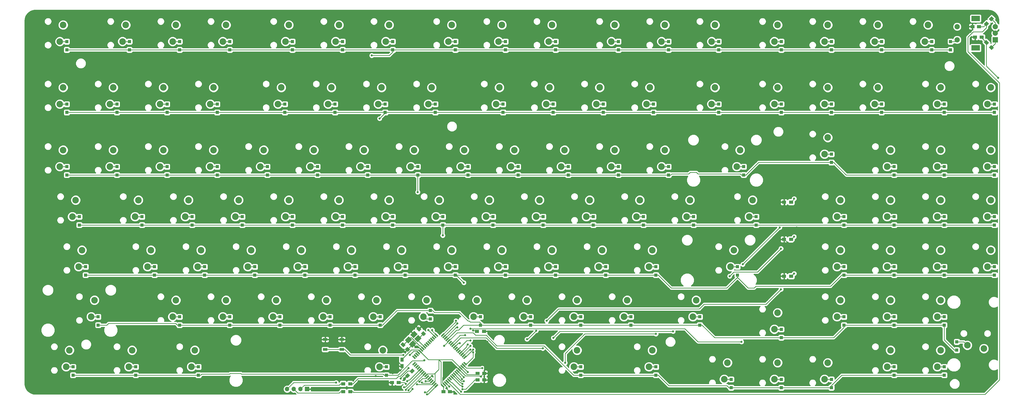
<source format=gbl>
G04 #@! TF.GenerationSoftware,KiCad,Pcbnew,(5.0.1)-4*
G04 #@! TF.CreationDate,2018-12-08T05:26:55-08:00*
G04 #@! TF.ProjectId,cbc1,636263312E6B696361645F7063620000,rev?*
G04 #@! TF.SameCoordinates,Original*
G04 #@! TF.FileFunction,Copper,L2,Bot,Signal*
G04 #@! TF.FilePolarity,Positive*
%FSLAX46Y46*%
G04 Gerber Fmt 4.6, Leading zero omitted, Abs format (unit mm)*
G04 Created by KiCad (PCBNEW (5.0.1)-4) date 12/8/2018 5:26:55 AM*
%MOMM*%
%LPD*%
G01*
G04 APERTURE LIST*
G04 #@! TA.AperFunction,SMDPad,CuDef*
%ADD10C,1.250000*%
G04 #@! TD*
G04 #@! TA.AperFunction,Conductor*
%ADD11C,0.100000*%
G04 #@! TD*
G04 #@! TA.AperFunction,ComponentPad*
%ADD12C,2.500000*%
G04 #@! TD*
G04 #@! TA.AperFunction,SMDPad,CuDef*
%ADD13R,1.200000X1.200000*%
G04 #@! TD*
G04 #@! TA.AperFunction,SMDPad,CuDef*
%ADD14R,1.500000X1.250000*%
G04 #@! TD*
G04 #@! TA.AperFunction,SMDPad,CuDef*
%ADD15R,1.250000X1.500000*%
G04 #@! TD*
G04 #@! TA.AperFunction,ComponentPad*
%ADD16R,2.000000X2.000000*%
G04 #@! TD*
G04 #@! TA.AperFunction,ComponentPad*
%ADD17C,2.000000*%
G04 #@! TD*
G04 #@! TA.AperFunction,ComponentPad*
%ADD18R,3.200000X2.000000*%
G04 #@! TD*
G04 #@! TA.AperFunction,ComponentPad*
%ADD19O,1.700000X1.700000*%
G04 #@! TD*
G04 #@! TA.AperFunction,ComponentPad*
%ADD20R,1.700000X1.700000*%
G04 #@! TD*
G04 #@! TA.AperFunction,SMDPad,CuDef*
%ADD21C,1.300000*%
G04 #@! TD*
G04 #@! TA.AperFunction,SMDPad,CuDef*
%ADD22R,1.500000X1.300000*%
G04 #@! TD*
G04 #@! TA.AperFunction,SMDPad,CuDef*
%ADD23R,1.700000X1.000000*%
G04 #@! TD*
G04 #@! TA.AperFunction,SMDPad,CuDef*
%ADD24C,0.550000*%
G04 #@! TD*
G04 #@! TA.AperFunction,SMDPad,CuDef*
%ADD25C,1.800000*%
G04 #@! TD*
G04 #@! TA.AperFunction,ViaPad*
%ADD26C,0.800000*%
G04 #@! TD*
G04 #@! TA.AperFunction,Conductor*
%ADD27C,0.250000*%
G04 #@! TD*
G04 #@! TA.AperFunction,Conductor*
%ADD28C,0.254000*%
G04 #@! TD*
G04 APERTURE END LIST*
D10*
G04 #@! TO.P,C_UVCC1,1*
G04 #@! TO.N,VCC*
X167883883Y-158116117D03*
D11*
G04 #@! TD*
G04 #@! TO.N,VCC*
G04 #@! TO.C,C_UVCC1*
G36*
X167972271Y-157143845D02*
X168856155Y-158027729D01*
X167795495Y-159088389D01*
X166911611Y-158204505D01*
X167972271Y-157143845D01*
X167972271Y-157143845D01*
G37*
D10*
G04 #@! TO.P,C_UVCC1,2*
G04 #@! TO.N,GND*
X166116117Y-159883883D03*
D11*
G04 #@! TD*
G04 #@! TO.N,GND*
G04 #@! TO.C,C_UVCC1*
G36*
X166204505Y-158911611D02*
X167088389Y-159795495D01*
X166027729Y-160856155D01*
X165143845Y-159972271D01*
X166204505Y-158911611D01*
X166204505Y-158911611D01*
G37*
D12*
G04 #@! TO.P,K6:5,1*
G04 #@! TO.N,/col5*
X156718750Y-150200000D03*
G04 #@! TO.P,K6:5,2*
G04 #@! TO.N,Net-(D6:5-Pad2)*
X155468750Y-156500000D03*
G04 #@! TD*
G04 #@! TO.P,K2:13,2*
G04 #@! TO.N,Net-(D2:13-Pad2)*
X291200000Y-80300000D03*
G04 #@! TO.P,K2:13,1*
G04 #@! TO.N,/col13*
X292450000Y-74000000D03*
G04 #@! TD*
D13*
G04 #@! TO.P,D0:0,2*
G04 #@! TO.N,Net-(D0:0-Pad2)*
X36668750Y-32712500D03*
G04 #@! TO.P,D0:0,1*
G04 #@! TO.N,/row0*
X36668750Y-35862500D03*
G04 #@! TD*
G04 #@! TO.P,D0:1,2*
G04 #@! TO.N,Net-(D0:1-Pad2)*
X60481250Y-32712500D03*
G04 #@! TO.P,D0:1,1*
G04 #@! TO.N,/row0*
X60481250Y-35862500D03*
G04 #@! TD*
G04 #@! TO.P,D0:2,1*
G04 #@! TO.N,/row0*
X79531250Y-35862500D03*
G04 #@! TO.P,D0:2,2*
G04 #@! TO.N,Net-(D0:2-Pad2)*
X79531250Y-32712500D03*
G04 #@! TD*
G04 #@! TO.P,D0:3,2*
G04 #@! TO.N,Net-(D0:3-Pad2)*
X98581250Y-32712500D03*
G04 #@! TO.P,D0:3,1*
G04 #@! TO.N,/row0*
X98581250Y-35862500D03*
G04 #@! TD*
G04 #@! TO.P,D0:4,1*
G04 #@! TO.N,/row0*
X122393750Y-35862500D03*
G04 #@! TO.P,D0:4,2*
G04 #@! TO.N,Net-(D0:4-Pad2)*
X122393750Y-32712500D03*
G04 #@! TD*
G04 #@! TO.P,D0:5,2*
G04 #@! TO.N,Net-(D0:5-Pad2)*
X141443750Y-32712500D03*
G04 #@! TO.P,D0:5,1*
G04 #@! TO.N,/row0*
X141443750Y-35862500D03*
G04 #@! TD*
G04 #@! TO.P,D0:6,1*
G04 #@! TO.N,/row0*
X160493750Y-35862500D03*
G04 #@! TO.P,D0:6,2*
G04 #@! TO.N,Net-(D0:6-Pad2)*
X160493750Y-32712500D03*
G04 #@! TD*
G04 #@! TO.P,D0:7,2*
G04 #@! TO.N,Net-(D0:7-Pad2)*
X184306250Y-32712500D03*
G04 #@! TO.P,D0:7,1*
G04 #@! TO.N,/row0*
X184306250Y-35862500D03*
G04 #@! TD*
G04 #@! TO.P,D0:8,1*
G04 #@! TO.N,/row0*
X203356250Y-35862500D03*
G04 #@! TO.P,D0:8,2*
G04 #@! TO.N,Net-(D0:8-Pad2)*
X203356250Y-32712500D03*
G04 #@! TD*
G04 #@! TO.P,D0:9,2*
G04 #@! TO.N,Net-(D0:9-Pad2)*
X222406250Y-32712500D03*
G04 #@! TO.P,D0:9,1*
G04 #@! TO.N,/row0*
X222406250Y-35862500D03*
G04 #@! TD*
G04 #@! TO.P,D0:10,1*
G04 #@! TO.N,/row0*
X246218750Y-35862500D03*
G04 #@! TO.P,D0:10,2*
G04 #@! TO.N,Net-(D0:10-Pad2)*
X246218750Y-32712500D03*
G04 #@! TD*
G04 #@! TO.P,D0:11,2*
G04 #@! TO.N,Net-(D0:11-Pad2)*
X265268750Y-32712500D03*
G04 #@! TO.P,D0:11,1*
G04 #@! TO.N,/row0*
X265268750Y-35862500D03*
G04 #@! TD*
G04 #@! TO.P,D0:12,1*
G04 #@! TO.N,/row0*
X284318750Y-35862500D03*
G04 #@! TO.P,D0:12,2*
G04 #@! TO.N,Net-(D0:12-Pad2)*
X284318750Y-32712500D03*
G04 #@! TD*
G04 #@! TO.P,D0:13,2*
G04 #@! TO.N,Net-(D0:13-Pad2)*
X308131250Y-32712500D03*
G04 #@! TO.P,D0:13,1*
G04 #@! TO.N,/row0*
X308131250Y-35862500D03*
G04 #@! TD*
G04 #@! TO.P,D0:14,1*
G04 #@! TO.N,/row0*
X327181250Y-35862500D03*
G04 #@! TO.P,D0:14,2*
G04 #@! TO.N,Net-(D0:14-Pad2)*
X327181250Y-32712500D03*
G04 #@! TD*
G04 #@! TO.P,D0:15,1*
G04 #@! TO.N,/row0*
X346231250Y-35862500D03*
G04 #@! TO.P,D0:15,2*
G04 #@! TO.N,Net-(D0:15-Pad2)*
X346231250Y-32712500D03*
G04 #@! TD*
G04 #@! TO.P,D0:16,2*
G04 #@! TO.N,Net-(D0:16-Pad2)*
X365281250Y-32712500D03*
G04 #@! TO.P,D0:16,1*
G04 #@! TO.N,/row0*
X365281250Y-35862500D03*
G04 #@! TD*
G04 #@! TO.P,D0:17,2*
G04 #@! TO.N,Net-(D0:17-Pad2)*
X372425000Y-32712500D03*
G04 #@! TO.P,D0:17,1*
G04 #@! TO.N,/row0*
X372425000Y-35862500D03*
G04 #@! TD*
G04 #@! TO.P,D1:0,2*
G04 #@! TO.N,Net-(D1:0-Pad2)*
X36668750Y-56525000D03*
G04 #@! TO.P,D1:0,1*
G04 #@! TO.N,/row1*
X36668750Y-59675000D03*
G04 #@! TD*
G04 #@! TO.P,D1:1,1*
G04 #@! TO.N,/row1*
X55718750Y-59675000D03*
G04 #@! TO.P,D1:1,2*
G04 #@! TO.N,Net-(D1:1-Pad2)*
X55718750Y-56525000D03*
G04 #@! TD*
G04 #@! TO.P,D1:2,2*
G04 #@! TO.N,Net-(D1:2-Pad2)*
X74768750Y-56525000D03*
G04 #@! TO.P,D1:2,1*
G04 #@! TO.N,/row1*
X74768750Y-59675000D03*
G04 #@! TD*
G04 #@! TO.P,D1:3,1*
G04 #@! TO.N,/row1*
X93818750Y-59675000D03*
G04 #@! TO.P,D1:3,2*
G04 #@! TO.N,Net-(D1:3-Pad2)*
X93818750Y-56525000D03*
G04 #@! TD*
G04 #@! TO.P,D1:4,2*
G04 #@! TO.N,Net-(D1:4-Pad2)*
X119536250Y-56525000D03*
G04 #@! TO.P,D1:4,1*
G04 #@! TO.N,/row1*
X119536250Y-59675000D03*
G04 #@! TD*
G04 #@! TO.P,D1:5,1*
G04 #@! TO.N,/row1*
X138586250Y-59675000D03*
G04 #@! TO.P,D1:5,2*
G04 #@! TO.N,Net-(D1:5-Pad2)*
X138586250Y-56525000D03*
G04 #@! TD*
G04 #@! TO.P,D1:6,2*
G04 #@! TO.N,Net-(D1:6-Pad2)*
X157636250Y-56525000D03*
G04 #@! TO.P,D1:6,1*
G04 #@! TO.N,/row1*
X157636250Y-59675000D03*
G04 #@! TD*
G04 #@! TO.P,D1:7,1*
G04 #@! TO.N,/row1*
X176686250Y-59675000D03*
G04 #@! TO.P,D1:7,2*
G04 #@! TO.N,Net-(D1:7-Pad2)*
X176686250Y-56525000D03*
G04 #@! TD*
G04 #@! TO.P,D1:8,2*
G04 #@! TO.N,Net-(D1:8-Pad2)*
X202403750Y-56525000D03*
G04 #@! TO.P,D1:8,1*
G04 #@! TO.N,/row1*
X202403750Y-59675000D03*
G04 #@! TD*
G04 #@! TO.P,D1:9,1*
G04 #@! TO.N,/row1*
X221453750Y-59675000D03*
G04 #@! TO.P,D1:9,2*
G04 #@! TO.N,Net-(D1:9-Pad2)*
X221453750Y-56525000D03*
G04 #@! TD*
G04 #@! TO.P,D1:10,2*
G04 #@! TO.N,Net-(D1:10-Pad2)*
X240503750Y-56525000D03*
G04 #@! TO.P,D1:10,1*
G04 #@! TO.N,/row1*
X240503750Y-59675000D03*
G04 #@! TD*
G04 #@! TO.P,D1:11,1*
G04 #@! TO.N,/row1*
X259553750Y-59675000D03*
G04 #@! TO.P,D1:11,2*
G04 #@! TO.N,Net-(D1:11-Pad2)*
X259553750Y-56525000D03*
G04 #@! TD*
G04 #@! TO.P,D1:12,2*
G04 #@! TO.N,Net-(D1:12-Pad2)*
X284318750Y-56525000D03*
G04 #@! TO.P,D1:12,1*
G04 #@! TO.N,/row1*
X284318750Y-59675000D03*
G04 #@! TD*
G04 #@! TO.P,D1:13,1*
G04 #@! TO.N,/row1*
X308131250Y-59675000D03*
G04 #@! TO.P,D1:13,2*
G04 #@! TO.N,Net-(D1:13-Pad2)*
X308131250Y-56525000D03*
G04 #@! TD*
G04 #@! TO.P,D1:14,2*
G04 #@! TO.N,Net-(D1:14-Pad2)*
X327181250Y-56525000D03*
G04 #@! TO.P,D1:14,1*
G04 #@! TO.N,/row1*
X327181250Y-59675000D03*
G04 #@! TD*
G04 #@! TO.P,D1:15,1*
G04 #@! TO.N,/row1*
X346231250Y-59675000D03*
G04 #@! TO.P,D1:15,2*
G04 #@! TO.N,Net-(D1:15-Pad2)*
X346231250Y-56525000D03*
G04 #@! TD*
G04 #@! TO.P,D1:16,2*
G04 #@! TO.N,Net-(D1:16-Pad2)*
X370043750Y-56525000D03*
G04 #@! TO.P,D1:16,1*
G04 #@! TO.N,/row1*
X370043750Y-59675000D03*
G04 #@! TD*
G04 #@! TO.P,D1:17,1*
G04 #@! TO.N,/row1*
X389093750Y-59675000D03*
G04 #@! TO.P,D1:17,2*
G04 #@! TO.N,Net-(D1:17-Pad2)*
X389093750Y-56525000D03*
G04 #@! TD*
G04 #@! TO.P,D2:0,1*
G04 #@! TO.N,/row2*
X36668750Y-83487500D03*
G04 #@! TO.P,D2:0,2*
G04 #@! TO.N,Net-(D2:0-Pad2)*
X36668750Y-80337500D03*
G04 #@! TD*
G04 #@! TO.P,D2:1,1*
G04 #@! TO.N,/row2*
X55718750Y-83487500D03*
G04 #@! TO.P,D2:1,2*
G04 #@! TO.N,Net-(D2:1-Pad2)*
X55718750Y-80337500D03*
G04 #@! TD*
G04 #@! TO.P,D2:2,2*
G04 #@! TO.N,Net-(D2:2-Pad2)*
X74768750Y-80337500D03*
G04 #@! TO.P,D2:2,1*
G04 #@! TO.N,/row2*
X74768750Y-83487500D03*
G04 #@! TD*
G04 #@! TO.P,D2:3,1*
G04 #@! TO.N,/row2*
X93818750Y-83487500D03*
G04 #@! TO.P,D2:3,2*
G04 #@! TO.N,Net-(D2:3-Pad2)*
X93818750Y-80337500D03*
G04 #@! TD*
G04 #@! TO.P,D2:4,2*
G04 #@! TO.N,Net-(D2:4-Pad2)*
X112868750Y-80337500D03*
G04 #@! TO.P,D2:4,1*
G04 #@! TO.N,/row2*
X112868750Y-83487500D03*
G04 #@! TD*
G04 #@! TO.P,D2:5,1*
G04 #@! TO.N,/row2*
X131918750Y-83487500D03*
G04 #@! TO.P,D2:5,2*
G04 #@! TO.N,Net-(D2:5-Pad2)*
X131918750Y-80337500D03*
G04 #@! TD*
G04 #@! TO.P,D2:6,2*
G04 #@! TO.N,Net-(D2:6-Pad2)*
X150968750Y-80337500D03*
G04 #@! TO.P,D2:6,1*
G04 #@! TO.N,/row2*
X150968750Y-83487500D03*
G04 #@! TD*
G04 #@! TO.P,D2:7,1*
G04 #@! TO.N,/row2*
X170018750Y-83487500D03*
G04 #@! TO.P,D2:7,2*
G04 #@! TO.N,Net-(D2:7-Pad2)*
X170018750Y-80337500D03*
G04 #@! TD*
G04 #@! TO.P,D2:8,2*
G04 #@! TO.N,Net-(D2:8-Pad2)*
X189068750Y-80337500D03*
G04 #@! TO.P,D2:8,1*
G04 #@! TO.N,/row2*
X189068750Y-83487500D03*
G04 #@! TD*
G04 #@! TO.P,D2:9,1*
G04 #@! TO.N,/row2*
X208118750Y-83487500D03*
G04 #@! TO.P,D2:9,2*
G04 #@! TO.N,Net-(D2:9-Pad2)*
X208118750Y-80337500D03*
G04 #@! TD*
G04 #@! TO.P,D2:10,2*
G04 #@! TO.N,Net-(D2:10-Pad2)*
X227168750Y-80337500D03*
G04 #@! TO.P,D2:10,1*
G04 #@! TO.N,/row2*
X227168750Y-83487500D03*
G04 #@! TD*
G04 #@! TO.P,D2:11,1*
G04 #@! TO.N,/row2*
X246218750Y-83487500D03*
G04 #@! TO.P,D2:11,2*
G04 #@! TO.N,Net-(D2:11-Pad2)*
X246218750Y-80337500D03*
G04 #@! TD*
G04 #@! TO.P,D2:12,2*
G04 #@! TO.N,Net-(D2:12-Pad2)*
X265268750Y-80337500D03*
G04 #@! TO.P,D2:12,1*
G04 #@! TO.N,/row2*
X265268750Y-83487500D03*
G04 #@! TD*
G04 #@! TO.P,D2:13,1*
G04 #@! TO.N,/row2*
X293843750Y-83487500D03*
G04 #@! TO.P,D2:13,2*
G04 #@! TO.N,Net-(D2:13-Pad2)*
X293843750Y-80337500D03*
G04 #@! TD*
G04 #@! TO.P,D2:14,2*
G04 #@! TO.N,Net-(D2:14-Pad2)*
X327181250Y-75575000D03*
G04 #@! TO.P,D2:14,1*
G04 #@! TO.N,/row2*
X327181250Y-78725000D03*
G04 #@! TD*
G04 #@! TO.P,D2:15,1*
G04 #@! TO.N,/row2*
X350993750Y-83487500D03*
G04 #@! TO.P,D2:15,2*
G04 #@! TO.N,Net-(D2:15-Pad2)*
X350993750Y-80337500D03*
G04 #@! TD*
G04 #@! TO.P,D2:16,2*
G04 #@! TO.N,Net-(D2:16-Pad2)*
X370043750Y-80337500D03*
G04 #@! TO.P,D2:16,1*
G04 #@! TO.N,/row2*
X370043750Y-83487500D03*
G04 #@! TD*
G04 #@! TO.P,D2:17,1*
G04 #@! TO.N,/row2*
X389093750Y-83487500D03*
G04 #@! TO.P,D2:17,2*
G04 #@! TO.N,Net-(D2:17-Pad2)*
X389093750Y-80337500D03*
G04 #@! TD*
G04 #@! TO.P,D3:0,2*
G04 #@! TO.N,Net-(D3:0-Pad2)*
X41431250Y-99387500D03*
G04 #@! TO.P,D3:0,1*
G04 #@! TO.N,/row3*
X41431250Y-102537500D03*
G04 #@! TD*
G04 #@! TO.P,D3:1,2*
G04 #@! TO.N,Net-(D3:1-Pad2)*
X65243750Y-99387500D03*
G04 #@! TO.P,D3:1,1*
G04 #@! TO.N,/row3*
X65243750Y-102537500D03*
G04 #@! TD*
G04 #@! TO.P,D3:2,2*
G04 #@! TO.N,Net-(D3:2-Pad2)*
X84293750Y-99387500D03*
G04 #@! TO.P,D3:2,1*
G04 #@! TO.N,/row3*
X84293750Y-102537500D03*
G04 #@! TD*
G04 #@! TO.P,D3:3,1*
G04 #@! TO.N,/row3*
X103343750Y-102537500D03*
G04 #@! TO.P,D3:3,2*
G04 #@! TO.N,Net-(D3:3-Pad2)*
X103343750Y-99387500D03*
G04 #@! TD*
G04 #@! TO.P,D3:4,2*
G04 #@! TO.N,Net-(D3:4-Pad2)*
X122393750Y-99387500D03*
G04 #@! TO.P,D3:4,1*
G04 #@! TO.N,/row3*
X122393750Y-102537500D03*
G04 #@! TD*
G04 #@! TO.P,D3:5,1*
G04 #@! TO.N,/row3*
X141443750Y-102537500D03*
G04 #@! TO.P,D3:5,2*
G04 #@! TO.N,Net-(D3:5-Pad2)*
X141443750Y-99387500D03*
G04 #@! TD*
G04 #@! TO.P,D3:6,2*
G04 #@! TO.N,Net-(D3:6-Pad2)*
X160493750Y-99387500D03*
G04 #@! TO.P,D3:6,1*
G04 #@! TO.N,/row3*
X160493750Y-102537500D03*
G04 #@! TD*
G04 #@! TO.P,D3:7,1*
G04 #@! TO.N,/row3*
X179543750Y-102537500D03*
G04 #@! TO.P,D3:7,2*
G04 #@! TO.N,Net-(D3:7-Pad2)*
X179543750Y-99387500D03*
G04 #@! TD*
G04 #@! TO.P,D3:8,2*
G04 #@! TO.N,Net-(D3:8-Pad2)*
X198593750Y-99387500D03*
G04 #@! TO.P,D3:8,1*
G04 #@! TO.N,/row3*
X198593750Y-102537500D03*
G04 #@! TD*
G04 #@! TO.P,D3:9,1*
G04 #@! TO.N,/row3*
X217643750Y-102537500D03*
G04 #@! TO.P,D3:9,2*
G04 #@! TO.N,Net-(D3:9-Pad2)*
X217643750Y-99387500D03*
G04 #@! TD*
G04 #@! TO.P,D3:10,2*
G04 #@! TO.N,Net-(D3:10-Pad2)*
X236693750Y-99387500D03*
G04 #@! TO.P,D3:10,1*
G04 #@! TO.N,/row3*
X236693750Y-102537500D03*
G04 #@! TD*
G04 #@! TO.P,D3:11,1*
G04 #@! TO.N,/row3*
X255743750Y-102537500D03*
G04 #@! TO.P,D3:11,2*
G04 #@! TO.N,Net-(D3:11-Pad2)*
X255743750Y-99387500D03*
G04 #@! TD*
G04 #@! TO.P,D3:12,2*
G04 #@! TO.N,Net-(D3:12-Pad2)*
X274793750Y-99387500D03*
G04 #@! TO.P,D3:12,1*
G04 #@! TO.N,/row3*
X274793750Y-102537500D03*
G04 #@! TD*
G04 #@! TO.P,D3:13,1*
G04 #@! TO.N,/row3*
X298606484Y-102537568D03*
G04 #@! TO.P,D3:13,2*
G04 #@! TO.N,Net-(D3:13-Pad2)*
X298606484Y-99387568D03*
G04 #@! TD*
G04 #@! TO.P,D3:14,2*
G04 #@! TO.N,Net-(D3:14-Pad2)*
X331943750Y-99387500D03*
G04 #@! TO.P,D3:14,1*
G04 #@! TO.N,/row3*
X331943750Y-102537500D03*
G04 #@! TD*
G04 #@! TO.P,D3:15,1*
G04 #@! TO.N,/row3*
X350993750Y-102537500D03*
G04 #@! TO.P,D3:15,2*
G04 #@! TO.N,Net-(D3:15-Pad2)*
X350993750Y-99387500D03*
G04 #@! TD*
G04 #@! TO.P,D3:16,2*
G04 #@! TO.N,Net-(D3:16-Pad2)*
X370043750Y-99387500D03*
G04 #@! TO.P,D3:16,1*
G04 #@! TO.N,/row3*
X370043750Y-102537500D03*
G04 #@! TD*
G04 #@! TO.P,D3:17,1*
G04 #@! TO.N,/row3*
X389093750Y-102537500D03*
G04 #@! TO.P,D3:17,2*
G04 #@! TO.N,Net-(D3:17-Pad2)*
X389093750Y-99387500D03*
G04 #@! TD*
G04 #@! TO.P,D4:0,2*
G04 #@! TO.N,Net-(D4:0-Pad2)*
X43812500Y-118437500D03*
G04 #@! TO.P,D4:0,1*
G04 #@! TO.N,/row4*
X43812500Y-121587500D03*
G04 #@! TD*
G04 #@! TO.P,D4:1,2*
G04 #@! TO.N,Net-(D4:1-Pad2)*
X70006250Y-118437500D03*
G04 #@! TO.P,D4:1,1*
G04 #@! TO.N,/row4*
X70006250Y-121587500D03*
G04 #@! TD*
G04 #@! TO.P,D4:2,1*
G04 #@! TO.N,/row4*
X89056250Y-121587500D03*
G04 #@! TO.P,D4:2,2*
G04 #@! TO.N,Net-(D4:2-Pad2)*
X89056250Y-118437500D03*
G04 #@! TD*
G04 #@! TO.P,D4:3,2*
G04 #@! TO.N,Net-(D4:3-Pad2)*
X108106250Y-118437500D03*
G04 #@! TO.P,D4:3,1*
G04 #@! TO.N,/row4*
X108106250Y-121587500D03*
G04 #@! TD*
G04 #@! TO.P,D4:4,2*
G04 #@! TO.N,Net-(D4:4-Pad2)*
X127156250Y-118437500D03*
G04 #@! TO.P,D4:4,1*
G04 #@! TO.N,/row4*
X127156250Y-121587500D03*
G04 #@! TD*
G04 #@! TO.P,D4:5,2*
G04 #@! TO.N,Net-(D4:5-Pad2)*
X146206250Y-118437500D03*
G04 #@! TO.P,D4:5,1*
G04 #@! TO.N,/row4*
X146206250Y-121587500D03*
G04 #@! TD*
G04 #@! TO.P,D4:6,1*
G04 #@! TO.N,/row4*
X165256250Y-121587500D03*
G04 #@! TO.P,D4:6,2*
G04 #@! TO.N,Net-(D4:6-Pad2)*
X165256250Y-118437500D03*
G04 #@! TD*
G04 #@! TO.P,D4:7,2*
G04 #@! TO.N,Net-(D4:7-Pad2)*
X184306250Y-118437500D03*
G04 #@! TO.P,D4:7,1*
G04 #@! TO.N,/row4*
X184306250Y-121587500D03*
G04 #@! TD*
G04 #@! TO.P,D4:8,2*
G04 #@! TO.N,Net-(D4:8-Pad2)*
X203356250Y-118437500D03*
G04 #@! TO.P,D4:8,1*
G04 #@! TO.N,/row4*
X203356250Y-121587500D03*
G04 #@! TD*
G04 #@! TO.P,D4:9,1*
G04 #@! TO.N,/row4*
X222406250Y-121587500D03*
G04 #@! TO.P,D4:9,2*
G04 #@! TO.N,Net-(D4:9-Pad2)*
X222406250Y-118437500D03*
G04 #@! TD*
G04 #@! TO.P,D4:10,2*
G04 #@! TO.N,Net-(D4:10-Pad2)*
X241456250Y-118437500D03*
G04 #@! TO.P,D4:10,1*
G04 #@! TO.N,/row4*
X241456250Y-121587500D03*
G04 #@! TD*
G04 #@! TO.P,D4:11,2*
G04 #@! TO.N,Net-(D4:11-Pad2)*
X260506250Y-118437500D03*
G04 #@! TO.P,D4:11,1*
G04 #@! TO.N,/row4*
X260506250Y-121587500D03*
G04 #@! TD*
G04 #@! TO.P,D4:12,2*
G04 #@! TO.N,Net-(D4:12-Pad2)*
X291462500Y-118437500D03*
G04 #@! TO.P,D4:12,1*
G04 #@! TO.N,/row4*
X291462500Y-121587500D03*
G04 #@! TD*
G04 #@! TO.P,D4:14,2*
G04 #@! TO.N,Net-(D4:14-Pad2)*
X331943750Y-118437500D03*
G04 #@! TO.P,D4:14,1*
G04 #@! TO.N,/row4*
X331943750Y-121587500D03*
G04 #@! TD*
G04 #@! TO.P,D4:15,2*
G04 #@! TO.N,Net-(D4:15-Pad2)*
X350993750Y-118437500D03*
G04 #@! TO.P,D4:15,1*
G04 #@! TO.N,/row4*
X350993750Y-121587500D03*
G04 #@! TD*
G04 #@! TO.P,D4:16,2*
G04 #@! TO.N,Net-(D4:16-Pad2)*
X370043750Y-118437500D03*
G04 #@! TO.P,D4:16,1*
G04 #@! TO.N,/row4*
X370043750Y-121587500D03*
G04 #@! TD*
G04 #@! TO.P,D4:17,2*
G04 #@! TO.N,Net-(D4:17-Pad2)*
X389093750Y-118437500D03*
G04 #@! TO.P,D4:17,1*
G04 #@! TO.N,/row4*
X389093750Y-121587500D03*
G04 #@! TD*
G04 #@! TO.P,D5:0,2*
G04 #@! TO.N,Net-(D5:0-Pad2)*
X48575000Y-137487500D03*
G04 #@! TO.P,D5:0,1*
G04 #@! TO.N,/row5*
X48575000Y-140637500D03*
G04 #@! TD*
G04 #@! TO.P,D5:1,1*
G04 #@! TO.N,/row5*
X79531250Y-140637500D03*
G04 #@! TO.P,D5:1,2*
G04 #@! TO.N,Net-(D5:1-Pad2)*
X79531250Y-137487500D03*
G04 #@! TD*
G04 #@! TO.P,D5:2,1*
G04 #@! TO.N,/row5*
X98581250Y-140637500D03*
G04 #@! TO.P,D5:2,2*
G04 #@! TO.N,Net-(D5:2-Pad2)*
X98581250Y-137487500D03*
G04 #@! TD*
G04 #@! TO.P,D5:3,1*
G04 #@! TO.N,/row5*
X117631250Y-140637500D03*
G04 #@! TO.P,D5:3,2*
G04 #@! TO.N,Net-(D5:3-Pad2)*
X117631250Y-137487500D03*
G04 #@! TD*
G04 #@! TO.P,D5:4,1*
G04 #@! TO.N,/row5*
X136681250Y-140637500D03*
G04 #@! TO.P,D5:4,2*
G04 #@! TO.N,Net-(D5:4-Pad2)*
X136681250Y-137487500D03*
G04 #@! TD*
G04 #@! TO.P,D5:5,1*
G04 #@! TO.N,/row5*
X155731250Y-140637500D03*
G04 #@! TO.P,D5:5,2*
G04 #@! TO.N,Net-(D5:5-Pad2)*
X155731250Y-137487500D03*
G04 #@! TD*
G04 #@! TO.P,D5:6,2*
G04 #@! TO.N,Net-(D5:6-Pad2)*
X174781250Y-138256250D03*
G04 #@! TO.P,D5:6,1*
G04 #@! TO.N,/row5*
X174781250Y-135106250D03*
G04 #@! TD*
G04 #@! TO.P,D5:7,1*
G04 #@! TO.N,/row5*
X193831250Y-140637500D03*
G04 #@! TO.P,D5:7,2*
G04 #@! TO.N,Net-(D5:7-Pad2)*
X193831250Y-137487500D03*
G04 #@! TD*
G04 #@! TO.P,D5:8,2*
G04 #@! TO.N,Net-(D5:8-Pad2)*
X212881250Y-137487500D03*
G04 #@! TO.P,D5:8,1*
G04 #@! TO.N,/row5*
X212881250Y-140637500D03*
G04 #@! TD*
G04 #@! TO.P,D5:9,2*
G04 #@! TO.N,Net-(D5:9-Pad2)*
X231931250Y-137487500D03*
G04 #@! TO.P,D5:9,1*
G04 #@! TO.N,/row5*
X231931250Y-140637500D03*
G04 #@! TD*
G04 #@! TO.P,D5:10,2*
G04 #@! TO.N,Net-(D5:10-Pad2)*
X250981250Y-137487500D03*
G04 #@! TO.P,D5:10,1*
G04 #@! TO.N,/row5*
X250981250Y-140637500D03*
G04 #@! TD*
G04 #@! TO.P,D5:11,2*
G04 #@! TO.N,Net-(D5:11-Pad2)*
X277175000Y-137487500D03*
G04 #@! TO.P,D5:11,1*
G04 #@! TO.N,/row5*
X277175000Y-140637500D03*
G04 #@! TD*
G04 #@! TO.P,D5:13,2*
G04 #@! TO.N,Net-(D5:13-Pad2)*
X308131250Y-142250000D03*
G04 #@! TO.P,D5:13,1*
G04 #@! TO.N,/row5*
X308131250Y-145400000D03*
G04 #@! TD*
G04 #@! TO.P,D5:14,1*
G04 #@! TO.N,/row5*
X331943750Y-140637500D03*
G04 #@! TO.P,D5:14,2*
G04 #@! TO.N,Net-(D5:14-Pad2)*
X331943750Y-137487500D03*
G04 #@! TD*
G04 #@! TO.P,D5:15,1*
G04 #@! TO.N,/row5*
X350993750Y-140637500D03*
G04 #@! TO.P,D5:15,2*
G04 #@! TO.N,Net-(D5:15-Pad2)*
X350993750Y-137487500D03*
G04 #@! TD*
G04 #@! TO.P,D5:16,1*
G04 #@! TO.N,/row5*
X370043750Y-140637500D03*
G04 #@! TO.P,D5:16,2*
G04 #@! TO.N,Net-(D5:16-Pad2)*
X370043750Y-137487500D03*
G04 #@! TD*
G04 #@! TO.P,D5:17,1*
G04 #@! TO.N,/row5*
X374806250Y-150162500D03*
G04 #@! TO.P,D5:17,2*
G04 #@! TO.N,Net-(D5:17-Pad2)*
X374806250Y-147012500D03*
G04 #@! TD*
G04 #@! TO.P,D6:0,1*
G04 #@! TO.N,/row6*
X39050000Y-159687500D03*
G04 #@! TO.P,D6:0,2*
G04 #@! TO.N,Net-(D6:0-Pad2)*
X39050000Y-156537500D03*
G04 #@! TD*
G04 #@! TO.P,D6:1,1*
G04 #@! TO.N,/row6*
X62862500Y-159687500D03*
G04 #@! TO.P,D6:1,2*
G04 #@! TO.N,Net-(D6:1-Pad2)*
X62862500Y-156537500D03*
G04 #@! TD*
G04 #@! TO.P,D6:2,1*
G04 #@! TO.N,/row6*
X86675000Y-159687500D03*
G04 #@! TO.P,D6:2,2*
G04 #@! TO.N,Net-(D6:2-Pad2)*
X86675000Y-156537500D03*
G04 #@! TD*
G04 #@! TO.P,D6:5,1*
G04 #@! TO.N,/row6*
X158112500Y-159687500D03*
G04 #@! TO.P,D6:5,2*
G04 #@! TO.N,Net-(D6:5-Pad2)*
X158112500Y-156537500D03*
G04 #@! TD*
G04 #@! TO.P,D6:9,1*
G04 #@! TO.N,/row6*
X231931250Y-159687500D03*
G04 #@! TO.P,D6:9,2*
G04 #@! TO.N,Net-(D6:9-Pad2)*
X231931250Y-156537500D03*
G04 #@! TD*
G04 #@! TO.P,D6:10,1*
G04 #@! TO.N,/row6*
X260506250Y-159687500D03*
G04 #@! TO.P,D6:10,2*
G04 #@! TO.N,Net-(D6:10-Pad2)*
X260506250Y-156537500D03*
G04 #@! TD*
G04 #@! TO.P,D6:12,1*
G04 #@! TO.N,/row6*
X289081250Y-164450000D03*
G04 #@! TO.P,D6:12,2*
G04 #@! TO.N,Net-(D6:12-Pad2)*
X289081250Y-161300000D03*
G04 #@! TD*
G04 #@! TO.P,D6:13,1*
G04 #@! TO.N,/row6*
X308131250Y-164450000D03*
G04 #@! TO.P,D6:13,2*
G04 #@! TO.N,Net-(D6:13-Pad2)*
X308131250Y-161300000D03*
G04 #@! TD*
G04 #@! TO.P,D6:14,2*
G04 #@! TO.N,Net-(D6:14-Pad2)*
X327181250Y-161300000D03*
G04 #@! TO.P,D6:14,1*
G04 #@! TO.N,/row6*
X327181250Y-164450000D03*
G04 #@! TD*
G04 #@! TO.P,D6:15,1*
G04 #@! TO.N,/row6*
X350993750Y-159687500D03*
G04 #@! TO.P,D6:15,2*
G04 #@! TO.N,Net-(D6:15-Pad2)*
X350993750Y-156537500D03*
G04 #@! TD*
G04 #@! TO.P,D6:16,2*
G04 #@! TO.N,Net-(D6:16-Pad2)*
X370043750Y-156537500D03*
G04 #@! TO.P,D6:16,1*
G04 #@! TO.N,/row6*
X370043750Y-159687500D03*
G04 #@! TD*
D12*
G04 #@! TO.P,K0:0,2*
G04 #@! TO.N,Net-(D0:0-Pad2)*
X34025000Y-32675000D03*
G04 #@! TO.P,K0:0,1*
G04 #@! TO.N,/col0*
X35275000Y-26375000D03*
G04 #@! TD*
G04 #@! TO.P,K0:1,2*
G04 #@! TO.N,Net-(D0:1-Pad2)*
X57837500Y-32675000D03*
G04 #@! TO.P,K0:1,1*
G04 #@! TO.N,/col1*
X59087500Y-26375000D03*
G04 #@! TD*
G04 #@! TO.P,K0:2,1*
G04 #@! TO.N,/col2*
X78137500Y-26375000D03*
G04 #@! TO.P,K0:2,2*
G04 #@! TO.N,Net-(D0:2-Pad2)*
X76887500Y-32675000D03*
G04 #@! TD*
G04 #@! TO.P,K0:3,1*
G04 #@! TO.N,/col3*
X97187500Y-26375000D03*
G04 #@! TO.P,K0:3,2*
G04 #@! TO.N,Net-(D0:3-Pad2)*
X95937500Y-32675000D03*
G04 #@! TD*
G04 #@! TO.P,K0:4,1*
G04 #@! TO.N,/col4*
X121000000Y-26375000D03*
G04 #@! TO.P,K0:4,2*
G04 #@! TO.N,Net-(D0:4-Pad2)*
X119750000Y-32675000D03*
G04 #@! TD*
G04 #@! TO.P,K0:5,1*
G04 #@! TO.N,/col5*
X140050000Y-26375000D03*
G04 #@! TO.P,K0:5,2*
G04 #@! TO.N,Net-(D0:5-Pad2)*
X138800000Y-32675000D03*
G04 #@! TD*
G04 #@! TO.P,K0:6,2*
G04 #@! TO.N,Net-(D0:6-Pad2)*
X157850000Y-32675000D03*
G04 #@! TO.P,K0:6,1*
G04 #@! TO.N,/col6*
X159100000Y-26375000D03*
G04 #@! TD*
G04 #@! TO.P,K0:7,1*
G04 #@! TO.N,/col7*
X182912500Y-26375000D03*
G04 #@! TO.P,K0:7,2*
G04 #@! TO.N,Net-(D0:7-Pad2)*
X181662500Y-32675000D03*
G04 #@! TD*
G04 #@! TO.P,K0:8,1*
G04 #@! TO.N,/col8*
X201962500Y-26375000D03*
G04 #@! TO.P,K0:8,2*
G04 #@! TO.N,Net-(D0:8-Pad2)*
X200712500Y-32675000D03*
G04 #@! TD*
G04 #@! TO.P,K0:9,2*
G04 #@! TO.N,Net-(D0:9-Pad2)*
X219762500Y-32675000D03*
G04 #@! TO.P,K0:9,1*
G04 #@! TO.N,/col9*
X221012500Y-26375000D03*
G04 #@! TD*
G04 #@! TO.P,K0:10,2*
G04 #@! TO.N,Net-(D0:10-Pad2)*
X243575000Y-32675000D03*
G04 #@! TO.P,K0:10,1*
G04 #@! TO.N,/col10*
X244825000Y-26375000D03*
G04 #@! TD*
G04 #@! TO.P,K0:11,1*
G04 #@! TO.N,/col11*
X263875000Y-26375000D03*
G04 #@! TO.P,K0:11,2*
G04 #@! TO.N,Net-(D0:11-Pad2)*
X262625000Y-32675000D03*
G04 #@! TD*
G04 #@! TO.P,K0:12,1*
G04 #@! TO.N,/col12*
X282925000Y-26375000D03*
G04 #@! TO.P,K0:12,2*
G04 #@! TO.N,Net-(D0:12-Pad2)*
X281675000Y-32675000D03*
G04 #@! TD*
G04 #@! TO.P,K0:13,2*
G04 #@! TO.N,Net-(D0:13-Pad2)*
X305487500Y-32675000D03*
G04 #@! TO.P,K0:13,1*
G04 #@! TO.N,/col13*
X306737500Y-26375000D03*
G04 #@! TD*
G04 #@! TO.P,K0:14,2*
G04 #@! TO.N,Net-(D0:14-Pad2)*
X324537500Y-32675000D03*
G04 #@! TO.P,K0:14,1*
G04 #@! TO.N,/col14*
X325787500Y-26375000D03*
G04 #@! TD*
G04 #@! TO.P,K0:15,1*
G04 #@! TO.N,/col15*
X344837500Y-26375000D03*
G04 #@! TO.P,K0:15,2*
G04 #@! TO.N,Net-(D0:15-Pad2)*
X343587500Y-32675000D03*
G04 #@! TD*
G04 #@! TO.P,K0:16,2*
G04 #@! TO.N,Net-(D0:16-Pad2)*
X362637500Y-32675000D03*
G04 #@! TO.P,K0:16,1*
G04 #@! TO.N,/col16*
X363887500Y-26375000D03*
G04 #@! TD*
G04 #@! TO.P,K1:0,1*
G04 #@! TO.N,/col0*
X35275000Y-50187500D03*
G04 #@! TO.P,K1:0,2*
G04 #@! TO.N,Net-(D1:0-Pad2)*
X34025000Y-56487500D03*
G04 #@! TD*
G04 #@! TO.P,K1:1,2*
G04 #@! TO.N,Net-(D1:1-Pad2)*
X53075000Y-56487500D03*
G04 #@! TO.P,K1:1,1*
G04 #@! TO.N,/col1*
X54325000Y-50187500D03*
G04 #@! TD*
G04 #@! TO.P,K1:2,1*
G04 #@! TO.N,/col2*
X73375000Y-50187500D03*
G04 #@! TO.P,K1:2,2*
G04 #@! TO.N,Net-(D1:2-Pad2)*
X72125000Y-56487500D03*
G04 #@! TD*
G04 #@! TO.P,K1:3,1*
G04 #@! TO.N,/col3*
X92425000Y-50187500D03*
G04 #@! TO.P,K1:3,2*
G04 #@! TO.N,Net-(D1:3-Pad2)*
X91175000Y-56487500D03*
G04 #@! TD*
G04 #@! TO.P,K1:4,2*
G04 #@! TO.N,Net-(D1:4-Pad2)*
X116892500Y-56487500D03*
G04 #@! TO.P,K1:4,1*
G04 #@! TO.N,/col4*
X118142500Y-50187500D03*
G04 #@! TD*
G04 #@! TO.P,K1:5,2*
G04 #@! TO.N,Net-(D1:5-Pad2)*
X135942500Y-56487500D03*
G04 #@! TO.P,K1:5,1*
G04 #@! TO.N,/col5*
X137192500Y-50187500D03*
G04 #@! TD*
G04 #@! TO.P,K1:6,1*
G04 #@! TO.N,/col6*
X156242500Y-50187500D03*
G04 #@! TO.P,K1:6,2*
G04 #@! TO.N,Net-(D1:6-Pad2)*
X154992500Y-56487500D03*
G04 #@! TD*
G04 #@! TO.P,K1:7,2*
G04 #@! TO.N,Net-(D1:7-Pad2)*
X174042500Y-56487500D03*
G04 #@! TO.P,K1:7,1*
G04 #@! TO.N,/col7*
X175292500Y-50187500D03*
G04 #@! TD*
G04 #@! TO.P,K1:8,1*
G04 #@! TO.N,/col8*
X201010000Y-50187500D03*
G04 #@! TO.P,K1:8,2*
G04 #@! TO.N,Net-(D1:8-Pad2)*
X199760000Y-56487500D03*
G04 #@! TD*
G04 #@! TO.P,K1:9,1*
G04 #@! TO.N,/col9*
X220060000Y-50187500D03*
G04 #@! TO.P,K1:9,2*
G04 #@! TO.N,Net-(D1:9-Pad2)*
X218810000Y-56487500D03*
G04 #@! TD*
G04 #@! TO.P,K1:10,1*
G04 #@! TO.N,/col10*
X239110000Y-50187500D03*
G04 #@! TO.P,K1:10,2*
G04 #@! TO.N,Net-(D1:10-Pad2)*
X237860000Y-56487500D03*
G04 #@! TD*
G04 #@! TO.P,K1:11,2*
G04 #@! TO.N,Net-(D1:11-Pad2)*
X256910000Y-56487500D03*
G04 #@! TO.P,K1:11,1*
G04 #@! TO.N,/col11*
X258160000Y-50187500D03*
G04 #@! TD*
G04 #@! TO.P,K1:12,2*
G04 #@! TO.N,Net-(D1:12-Pad2)*
X281675000Y-56487500D03*
G04 #@! TO.P,K1:12,1*
G04 #@! TO.N,/col12*
X282925000Y-50187500D03*
G04 #@! TD*
G04 #@! TO.P,K1:13,2*
G04 #@! TO.N,Net-(D1:13-Pad2)*
X305487500Y-56487500D03*
G04 #@! TO.P,K1:13,1*
G04 #@! TO.N,/col13*
X306737500Y-50187500D03*
G04 #@! TD*
G04 #@! TO.P,K1:14,1*
G04 #@! TO.N,/col14*
X325787500Y-50187500D03*
G04 #@! TO.P,K1:14,2*
G04 #@! TO.N,Net-(D1:14-Pad2)*
X324537500Y-56487500D03*
G04 #@! TD*
G04 #@! TO.P,K1:15,2*
G04 #@! TO.N,Net-(D1:15-Pad2)*
X343587500Y-56487500D03*
G04 #@! TO.P,K1:15,1*
G04 #@! TO.N,/col15*
X344837500Y-50187500D03*
G04 #@! TD*
G04 #@! TO.P,K1:16,1*
G04 #@! TO.N,/col16*
X368650000Y-50187500D03*
G04 #@! TO.P,K1:16,2*
G04 #@! TO.N,Net-(D1:16-Pad2)*
X367400000Y-56487500D03*
G04 #@! TD*
G04 #@! TO.P,K1:17,2*
G04 #@! TO.N,Net-(D1:17-Pad2)*
X386450000Y-56487500D03*
G04 #@! TO.P,K1:17,1*
G04 #@! TO.N,/col17*
X387700000Y-50187500D03*
G04 #@! TD*
G04 #@! TO.P,K2:0,2*
G04 #@! TO.N,Net-(D2:0-Pad2)*
X34025000Y-80300000D03*
G04 #@! TO.P,K2:0,1*
G04 #@! TO.N,/col0*
X35275000Y-74000000D03*
G04 #@! TD*
G04 #@! TO.P,K2:1,1*
G04 #@! TO.N,/col1*
X54325000Y-74000000D03*
G04 #@! TO.P,K2:1,2*
G04 #@! TO.N,Net-(D2:1-Pad2)*
X53075000Y-80300000D03*
G04 #@! TD*
G04 #@! TO.P,K2:2,1*
G04 #@! TO.N,/col2*
X73375000Y-74000000D03*
G04 #@! TO.P,K2:2,2*
G04 #@! TO.N,Net-(D2:2-Pad2)*
X72125000Y-80300000D03*
G04 #@! TD*
G04 #@! TO.P,K2:3,1*
G04 #@! TO.N,/col3*
X92425000Y-74000000D03*
G04 #@! TO.P,K2:3,2*
G04 #@! TO.N,Net-(D2:3-Pad2)*
X91175000Y-80300000D03*
G04 #@! TD*
G04 #@! TO.P,K2:4,2*
G04 #@! TO.N,Net-(D2:4-Pad2)*
X110225000Y-80300000D03*
G04 #@! TO.P,K2:4,1*
G04 #@! TO.N,/col4*
X111475000Y-74000000D03*
G04 #@! TD*
G04 #@! TO.P,K2:5,1*
G04 #@! TO.N,/col5*
X130525000Y-74000000D03*
G04 #@! TO.P,K2:5,2*
G04 #@! TO.N,Net-(D2:5-Pad2)*
X129275000Y-80300000D03*
G04 #@! TD*
G04 #@! TO.P,K2:6,1*
G04 #@! TO.N,/col6*
X149575000Y-74000000D03*
G04 #@! TO.P,K2:6,2*
G04 #@! TO.N,Net-(D2:6-Pad2)*
X148325000Y-80300000D03*
G04 #@! TD*
G04 #@! TO.P,K2:7,2*
G04 #@! TO.N,Net-(D2:7-Pad2)*
X167375000Y-80300000D03*
G04 #@! TO.P,K2:7,1*
G04 #@! TO.N,/col7*
X168625000Y-74000000D03*
G04 #@! TD*
G04 #@! TO.P,K2:8,2*
G04 #@! TO.N,Net-(D2:8-Pad2)*
X186425000Y-80300000D03*
G04 #@! TO.P,K2:8,1*
G04 #@! TO.N,/col8*
X187675000Y-74000000D03*
G04 #@! TD*
G04 #@! TO.P,K2:9,1*
G04 #@! TO.N,/col9*
X206725000Y-74000000D03*
G04 #@! TO.P,K2:9,2*
G04 #@! TO.N,Net-(D2:9-Pad2)*
X205475000Y-80300000D03*
G04 #@! TD*
G04 #@! TO.P,K2:10,1*
G04 #@! TO.N,/col10*
X225775000Y-74000000D03*
G04 #@! TO.P,K2:10,2*
G04 #@! TO.N,Net-(D2:10-Pad2)*
X224525000Y-80300000D03*
G04 #@! TD*
G04 #@! TO.P,K2:11,1*
G04 #@! TO.N,/col11*
X244825000Y-74000000D03*
G04 #@! TO.P,K2:11,2*
G04 #@! TO.N,Net-(D2:11-Pad2)*
X243575000Y-80300000D03*
G04 #@! TD*
G04 #@! TO.P,K2:12,2*
G04 #@! TO.N,Net-(D2:12-Pad2)*
X262625000Y-80300000D03*
G04 #@! TO.P,K2:12,1*
G04 #@! TO.N,/col12*
X263875000Y-74000000D03*
G04 #@! TD*
G04 #@! TO.P,K2:14,2*
G04 #@! TO.N,Net-(D2:14-Pad2)*
X324537500Y-75537500D03*
G04 #@! TO.P,K2:14,1*
G04 #@! TO.N,/col14*
X325787500Y-69237500D03*
G04 #@! TD*
G04 #@! TO.P,K2:15,2*
G04 #@! TO.N,Net-(D2:15-Pad2)*
X348350000Y-80300000D03*
G04 #@! TO.P,K2:15,1*
G04 #@! TO.N,/col15*
X349600000Y-74000000D03*
G04 #@! TD*
G04 #@! TO.P,K2:16,2*
G04 #@! TO.N,Net-(D2:16-Pad2)*
X367400000Y-80300000D03*
G04 #@! TO.P,K2:16,1*
G04 #@! TO.N,/col16*
X368650000Y-74000000D03*
G04 #@! TD*
G04 #@! TO.P,K2:17,1*
G04 #@! TO.N,/col17*
X387700000Y-74000000D03*
G04 #@! TO.P,K2:17,2*
G04 #@! TO.N,Net-(D2:17-Pad2)*
X386450000Y-80300000D03*
G04 #@! TD*
G04 #@! TO.P,K3:0,1*
G04 #@! TO.N,/col0*
X40037500Y-93050000D03*
G04 #@! TO.P,K3:0,2*
G04 #@! TO.N,Net-(D3:0-Pad2)*
X38787500Y-99350000D03*
G04 #@! TD*
G04 #@! TO.P,K3:1,2*
G04 #@! TO.N,Net-(D3:1-Pad2)*
X62600000Y-99350000D03*
G04 #@! TO.P,K3:1,1*
G04 #@! TO.N,/col1*
X63850000Y-93050000D03*
G04 #@! TD*
G04 #@! TO.P,K3:2,2*
G04 #@! TO.N,Net-(D3:2-Pad2)*
X81650000Y-99350000D03*
G04 #@! TO.P,K3:2,1*
G04 #@! TO.N,/col2*
X82900000Y-93050000D03*
G04 #@! TD*
G04 #@! TO.P,K3:3,1*
G04 #@! TO.N,/col3*
X101950000Y-93050000D03*
G04 #@! TO.P,K3:3,2*
G04 #@! TO.N,Net-(D3:3-Pad2)*
X100700000Y-99350000D03*
G04 #@! TD*
G04 #@! TO.P,K3:4,2*
G04 #@! TO.N,Net-(D3:4-Pad2)*
X119750000Y-99350000D03*
G04 #@! TO.P,K3:4,1*
G04 #@! TO.N,/col4*
X121000000Y-93050000D03*
G04 #@! TD*
G04 #@! TO.P,K3:5,1*
G04 #@! TO.N,/col5*
X140050000Y-93050000D03*
G04 #@! TO.P,K3:5,2*
G04 #@! TO.N,Net-(D3:5-Pad2)*
X138800000Y-99350000D03*
G04 #@! TD*
G04 #@! TO.P,K3:6,1*
G04 #@! TO.N,/col6*
X159100000Y-93050000D03*
G04 #@! TO.P,K3:6,2*
G04 #@! TO.N,Net-(D3:6-Pad2)*
X157850000Y-99350000D03*
G04 #@! TD*
G04 #@! TO.P,K3:7,2*
G04 #@! TO.N,Net-(D3:7-Pad2)*
X176900000Y-99350000D03*
G04 #@! TO.P,K3:7,1*
G04 #@! TO.N,/col7*
X178150000Y-93050000D03*
G04 #@! TD*
G04 #@! TO.P,K3:8,2*
G04 #@! TO.N,Net-(D3:8-Pad2)*
X195950000Y-99350000D03*
G04 #@! TO.P,K3:8,1*
G04 #@! TO.N,/col8*
X197200000Y-93050000D03*
G04 #@! TD*
G04 #@! TO.P,K3:9,1*
G04 #@! TO.N,/col9*
X216250000Y-93050000D03*
G04 #@! TO.P,K3:9,2*
G04 #@! TO.N,Net-(D3:9-Pad2)*
X215000000Y-99350000D03*
G04 #@! TD*
G04 #@! TO.P,K3:10,2*
G04 #@! TO.N,Net-(D3:10-Pad2)*
X234050000Y-99350000D03*
G04 #@! TO.P,K3:10,1*
G04 #@! TO.N,/col10*
X235300000Y-93050000D03*
G04 #@! TD*
G04 #@! TO.P,K3:11,2*
G04 #@! TO.N,Net-(D3:11-Pad2)*
X253100000Y-99350000D03*
G04 #@! TO.P,K3:11,1*
G04 #@! TO.N,/col11*
X254350000Y-93050000D03*
G04 #@! TD*
G04 #@! TO.P,K3:12,2*
G04 #@! TO.N,Net-(D3:12-Pad2)*
X272150000Y-99350000D03*
G04 #@! TO.P,K3:12,1*
G04 #@! TO.N,/col12*
X273400000Y-93050000D03*
G04 #@! TD*
G04 #@! TO.P,K3:13,1*
G04 #@! TO.N,/col13*
X297212500Y-93050000D03*
G04 #@! TO.P,K3:13,2*
G04 #@! TO.N,Net-(D3:13-Pad2)*
X295962500Y-99350000D03*
G04 #@! TD*
G04 #@! TO.P,K3:14,2*
G04 #@! TO.N,Net-(D3:14-Pad2)*
X329300000Y-99350000D03*
G04 #@! TO.P,K3:14,1*
G04 #@! TO.N,/col14*
X330550000Y-93050000D03*
G04 #@! TD*
G04 #@! TO.P,K3:15,1*
G04 #@! TO.N,/col15*
X349600000Y-93050000D03*
G04 #@! TO.P,K3:15,2*
G04 #@! TO.N,Net-(D3:15-Pad2)*
X348350000Y-99350000D03*
G04 #@! TD*
G04 #@! TO.P,K3:16,1*
G04 #@! TO.N,/col16*
X368650000Y-93050000D03*
G04 #@! TO.P,K3:16,2*
G04 #@! TO.N,Net-(D3:16-Pad2)*
X367400000Y-99350000D03*
G04 #@! TD*
G04 #@! TO.P,K3:17,2*
G04 #@! TO.N,Net-(D3:17-Pad2)*
X386450000Y-99350000D03*
G04 #@! TO.P,K3:17,1*
G04 #@! TO.N,/col17*
X387700000Y-93050000D03*
G04 #@! TD*
G04 #@! TO.P,K4:0,2*
G04 #@! TO.N,Net-(D4:0-Pad2)*
X41168750Y-118400000D03*
G04 #@! TO.P,K4:0,1*
G04 #@! TO.N,/col0*
X42418750Y-112100000D03*
G04 #@! TD*
G04 #@! TO.P,K4:1,2*
G04 #@! TO.N,Net-(D4:1-Pad2)*
X67362500Y-118400000D03*
G04 #@! TO.P,K4:1,1*
G04 #@! TO.N,/col1*
X68612500Y-112100000D03*
G04 #@! TD*
G04 #@! TO.P,K4:2,2*
G04 #@! TO.N,Net-(D4:2-Pad2)*
X86412500Y-118400000D03*
G04 #@! TO.P,K4:2,1*
G04 #@! TO.N,/col2*
X87662500Y-112100000D03*
G04 #@! TD*
G04 #@! TO.P,K4:3,1*
G04 #@! TO.N,/col3*
X106712500Y-112100000D03*
G04 #@! TO.P,K4:3,2*
G04 #@! TO.N,Net-(D4:3-Pad2)*
X105462500Y-118400000D03*
G04 #@! TD*
G04 #@! TO.P,K4:4,1*
G04 #@! TO.N,/col4*
X125762500Y-112100000D03*
G04 #@! TO.P,K4:4,2*
G04 #@! TO.N,Net-(D4:4-Pad2)*
X124512500Y-118400000D03*
G04 #@! TD*
G04 #@! TO.P,K4:5,1*
G04 #@! TO.N,/col5*
X144812500Y-112100000D03*
G04 #@! TO.P,K4:5,2*
G04 #@! TO.N,Net-(D4:5-Pad2)*
X143562500Y-118400000D03*
G04 #@! TD*
G04 #@! TO.P,K4:6,2*
G04 #@! TO.N,Net-(D4:6-Pad2)*
X162612500Y-118400000D03*
G04 #@! TO.P,K4:6,1*
G04 #@! TO.N,/col6*
X163862500Y-112100000D03*
G04 #@! TD*
G04 #@! TO.P,K4:7,1*
G04 #@! TO.N,/col7*
X182912500Y-112100000D03*
G04 #@! TO.P,K4:7,2*
G04 #@! TO.N,Net-(D4:7-Pad2)*
X181662500Y-118400000D03*
G04 #@! TD*
G04 #@! TO.P,K4:8,1*
G04 #@! TO.N,/col8*
X201962500Y-112100000D03*
G04 #@! TO.P,K4:8,2*
G04 #@! TO.N,Net-(D4:8-Pad2)*
X200712500Y-118400000D03*
G04 #@! TD*
G04 #@! TO.P,K4:9,2*
G04 #@! TO.N,Net-(D4:9-Pad2)*
X219762500Y-118400000D03*
G04 #@! TO.P,K4:9,1*
G04 #@! TO.N,/col9*
X221012500Y-112100000D03*
G04 #@! TD*
G04 #@! TO.P,K4:10,1*
G04 #@! TO.N,/col10*
X240062500Y-112100000D03*
G04 #@! TO.P,K4:10,2*
G04 #@! TO.N,Net-(D4:10-Pad2)*
X238812500Y-118400000D03*
G04 #@! TD*
G04 #@! TO.P,K4:11,2*
G04 #@! TO.N,Net-(D4:11-Pad2)*
X257862500Y-118400000D03*
G04 #@! TO.P,K4:11,1*
G04 #@! TO.N,/col11*
X259112500Y-112100000D03*
G04 #@! TD*
G04 #@! TO.P,K4:12,2*
G04 #@! TO.N,Net-(D4:12-Pad2)*
X288818750Y-118400000D03*
G04 #@! TO.P,K4:12,1*
G04 #@! TO.N,/col12*
X290068750Y-112100000D03*
G04 #@! TD*
G04 #@! TO.P,K4:14,1*
G04 #@! TO.N,/col14*
X330550000Y-112100000D03*
G04 #@! TO.P,K4:14,2*
G04 #@! TO.N,Net-(D4:14-Pad2)*
X329300000Y-118400000D03*
G04 #@! TD*
G04 #@! TO.P,K4:15,1*
G04 #@! TO.N,/col15*
X349600000Y-112100000D03*
G04 #@! TO.P,K4:15,2*
G04 #@! TO.N,Net-(D4:15-Pad2)*
X348350000Y-118400000D03*
G04 #@! TD*
G04 #@! TO.P,K4:16,2*
G04 #@! TO.N,Net-(D4:16-Pad2)*
X367400000Y-118400000D03*
G04 #@! TO.P,K4:16,1*
G04 #@! TO.N,/col16*
X368650000Y-112100000D03*
G04 #@! TD*
G04 #@! TO.P,K4:17,1*
G04 #@! TO.N,/col17*
X387700000Y-112100000D03*
G04 #@! TO.P,K4:17,2*
G04 #@! TO.N,Net-(D4:17-Pad2)*
X386450000Y-118400000D03*
G04 #@! TD*
G04 #@! TO.P,K5:0,1*
G04 #@! TO.N,/col0*
X47181250Y-131150000D03*
G04 #@! TO.P,K5:0,2*
G04 #@! TO.N,Net-(D5:0-Pad2)*
X45931250Y-137450000D03*
G04 #@! TD*
G04 #@! TO.P,K5:1,2*
G04 #@! TO.N,Net-(D5:1-Pad2)*
X76887500Y-137450000D03*
G04 #@! TO.P,K5:1,1*
G04 #@! TO.N,/col1*
X78137500Y-131150000D03*
G04 #@! TD*
G04 #@! TO.P,K5:2,1*
G04 #@! TO.N,/col2*
X97187500Y-131150000D03*
G04 #@! TO.P,K5:2,2*
G04 #@! TO.N,Net-(D5:2-Pad2)*
X95937500Y-137450000D03*
G04 #@! TD*
G04 #@! TO.P,K5:3,2*
G04 #@! TO.N,Net-(D5:3-Pad2)*
X114987500Y-137450000D03*
G04 #@! TO.P,K5:3,1*
G04 #@! TO.N,/col3*
X116237500Y-131150000D03*
G04 #@! TD*
G04 #@! TO.P,K5:4,1*
G04 #@! TO.N,/col4*
X135287500Y-131150000D03*
G04 #@! TO.P,K5:4,2*
G04 #@! TO.N,Net-(D5:4-Pad2)*
X134037500Y-137450000D03*
G04 #@! TD*
G04 #@! TO.P,K5:5,2*
G04 #@! TO.N,Net-(D5:5-Pad2)*
X153087500Y-137450000D03*
G04 #@! TO.P,K5:5,1*
G04 #@! TO.N,/col5*
X154337500Y-131150000D03*
G04 #@! TD*
G04 #@! TO.P,K5:6,1*
G04 #@! TO.N,/col6*
X173387500Y-131150000D03*
G04 #@! TO.P,K5:6,2*
G04 #@! TO.N,Net-(D5:6-Pad2)*
X172137500Y-137450000D03*
G04 #@! TD*
G04 #@! TO.P,K5:7,1*
G04 #@! TO.N,/col7*
X192437500Y-131150000D03*
G04 #@! TO.P,K5:7,2*
G04 #@! TO.N,Net-(D5:7-Pad2)*
X191187500Y-137450000D03*
G04 #@! TD*
G04 #@! TO.P,K5:8,1*
G04 #@! TO.N,/col8*
X211487500Y-131150000D03*
G04 #@! TO.P,K5:8,2*
G04 #@! TO.N,Net-(D5:8-Pad2)*
X210237500Y-137450000D03*
G04 #@! TD*
G04 #@! TO.P,K5:9,2*
G04 #@! TO.N,Net-(D5:9-Pad2)*
X229287500Y-137450000D03*
G04 #@! TO.P,K5:9,1*
G04 #@! TO.N,/col9*
X230537500Y-131150000D03*
G04 #@! TD*
G04 #@! TO.P,K5:10,2*
G04 #@! TO.N,Net-(D5:10-Pad2)*
X248337500Y-137450000D03*
G04 #@! TO.P,K5:10,1*
G04 #@! TO.N,/col10*
X249587500Y-131150000D03*
G04 #@! TD*
G04 #@! TO.P,K5:11,1*
G04 #@! TO.N,/col11*
X275781250Y-131150000D03*
G04 #@! TO.P,K5:11,2*
G04 #@! TO.N,Net-(D5:11-Pad2)*
X274531250Y-137450000D03*
G04 #@! TD*
G04 #@! TO.P,K5:13,1*
G04 #@! TO.N,/col13*
X306737500Y-135912500D03*
G04 #@! TO.P,K5:13,2*
G04 #@! TO.N,Net-(D5:13-Pad2)*
X305487500Y-142212500D03*
G04 #@! TD*
G04 #@! TO.P,K5:14,1*
G04 #@! TO.N,/col14*
X330550000Y-131150000D03*
G04 #@! TO.P,K5:14,2*
G04 #@! TO.N,Net-(D5:14-Pad2)*
X329300000Y-137450000D03*
G04 #@! TD*
G04 #@! TO.P,K5:15,1*
G04 #@! TO.N,/col15*
X349600000Y-131150000D03*
G04 #@! TO.P,K5:15,2*
G04 #@! TO.N,Net-(D5:15-Pad2)*
X348350000Y-137450000D03*
G04 #@! TD*
G04 #@! TO.P,K5:16,2*
G04 #@! TO.N,Net-(D5:16-Pad2)*
X367400000Y-137450000D03*
G04 #@! TO.P,K5:16,1*
G04 #@! TO.N,/col16*
X368650000Y-131150000D03*
G04 #@! TD*
G04 #@! TO.P,K5:17,1*
G04 #@! TO.N,/col17*
X385100000Y-149575000D03*
G04 #@! TO.P,K5:17,2*
G04 #@! TO.N,Net-(D5:17-Pad2)*
X378800000Y-148325000D03*
G04 #@! TD*
G04 #@! TO.P,K6:0,1*
G04 #@! TO.N,/col0*
X37656250Y-150200000D03*
G04 #@! TO.P,K6:0,2*
G04 #@! TO.N,Net-(D6:0-Pad2)*
X36406250Y-156500000D03*
G04 #@! TD*
G04 #@! TO.P,K6:1,2*
G04 #@! TO.N,Net-(D6:1-Pad2)*
X60218750Y-156500000D03*
G04 #@! TO.P,K6:1,1*
G04 #@! TO.N,/col1*
X61468750Y-150200000D03*
G04 #@! TD*
G04 #@! TO.P,K6:2,1*
G04 #@! TO.N,/col2*
X85281250Y-150200000D03*
G04 #@! TO.P,K6:2,2*
G04 #@! TO.N,Net-(D6:2-Pad2)*
X84031250Y-156500000D03*
G04 #@! TD*
G04 #@! TO.P,K6:9,2*
G04 #@! TO.N,Net-(D6:9-Pad2)*
X229287500Y-156500000D03*
G04 #@! TO.P,K6:9,1*
G04 #@! TO.N,/col9*
X230537500Y-150200000D03*
G04 #@! TD*
G04 #@! TO.P,K6:10,2*
G04 #@! TO.N,Net-(D6:10-Pad2)*
X257862500Y-156500000D03*
G04 #@! TO.P,K6:10,1*
G04 #@! TO.N,/col10*
X259112500Y-150200000D03*
G04 #@! TD*
G04 #@! TO.P,K6:12,2*
G04 #@! TO.N,Net-(D6:12-Pad2)*
X286437500Y-161262500D03*
G04 #@! TO.P,K6:12,1*
G04 #@! TO.N,/col12*
X287687500Y-154962500D03*
G04 #@! TD*
G04 #@! TO.P,K6:13,1*
G04 #@! TO.N,/col13*
X306737500Y-154962500D03*
G04 #@! TO.P,K6:13,2*
G04 #@! TO.N,Net-(D6:13-Pad2)*
X305487500Y-161262500D03*
G04 #@! TD*
G04 #@! TO.P,K6:14,2*
G04 #@! TO.N,Net-(D6:14-Pad2)*
X324537500Y-161262500D03*
G04 #@! TO.P,K6:14,1*
G04 #@! TO.N,/col14*
X325787500Y-154962500D03*
G04 #@! TD*
G04 #@! TO.P,K6:15,1*
G04 #@! TO.N,/col15*
X349600000Y-150200000D03*
G04 #@! TO.P,K6:15,2*
G04 #@! TO.N,Net-(D6:15-Pad2)*
X348350000Y-156500000D03*
G04 #@! TD*
G04 #@! TO.P,K6:16,1*
G04 #@! TO.N,/col16*
X368650000Y-150200000D03*
G04 #@! TO.P,K6:16,2*
G04 #@! TO.N,Net-(D6:16-Pad2)*
X367400000Y-156500000D03*
G04 #@! TD*
D14*
G04 #@! TO.P,C_AVCC1,2*
G04 #@! TO.N,GND*
X182250000Y-166000000D03*
G04 #@! TO.P,C_AVCC1,1*
G04 #@! TO.N,VCC*
X179750000Y-166000000D03*
G04 #@! TD*
G04 #@! TO.P,C_ENC1,1*
G04 #@! TO.N,GND*
X381750000Y-31000000D03*
G04 #@! TO.P,C_ENC1,2*
G04 #@! TO.N,/encA*
X384250000Y-31000000D03*
G04 #@! TD*
G04 #@! TO.P,C_ENC2,2*
G04 #@! TO.N,GND*
X380750000Y-27000000D03*
G04 #@! TO.P,C_ENC2,1*
G04 #@! TO.N,/encB*
X383250000Y-27000000D03*
G04 #@! TD*
G04 #@! TO.P,C_REF1,1*
G04 #@! TO.N,Net-(C_REF1-Pad1)*
X192750000Y-161500000D03*
G04 #@! TO.P,C_REF1,2*
G04 #@! TO.N,GND*
X195250000Y-161500000D03*
G04 #@! TD*
G04 #@! TO.P,C_UCAP1,1*
G04 #@! TO.N,GND*
X160250000Y-162500000D03*
G04 #@! TO.P,C_UCAP1,2*
G04 #@! TO.N,Net-(C_UCAP1-Pad2)*
X162750000Y-162500000D03*
G04 #@! TD*
D15*
G04 #@! TO.P,C_VCC1,1*
G04 #@! TO.N,VCC*
X164000000Y-153750000D03*
G04 #@! TO.P,C_VCC1,2*
G04 #@! TO.N,GND*
X164000000Y-156250000D03*
G04 #@! TD*
D14*
G04 #@! TO.P,C_VCC2,2*
G04 #@! TO.N,GND*
X195250000Y-159000000D03*
G04 #@! TO.P,C_VCC2,1*
G04 #@! TO.N,VCC*
X192750000Y-159000000D03*
G04 #@! TD*
D10*
G04 #@! TO.P,C_XTAL1,1*
G04 #@! TO.N,Net-(C_XTAL1-Pad1)*
X172183146Y-143879519D03*
D11*
G04 #@! TD*
G04 #@! TO.N,Net-(C_XTAL1-Pad1)*
G04 #@! TO.C,C_XTAL1*
G36*
X173155418Y-143967907D02*
X172271534Y-144851791D01*
X171210874Y-143791131D01*
X172094758Y-142907247D01*
X173155418Y-143967907D01*
X173155418Y-143967907D01*
G37*
D10*
G04 #@! TO.P,C_XTAL1,2*
G04 #@! TO.N,GND*
X170415380Y-142111753D03*
D11*
G04 #@! TD*
G04 #@! TO.N,GND*
G04 #@! TO.C,C_XTAL1*
G36*
X171387652Y-142200141D02*
X170503768Y-143084025D01*
X169443108Y-142023365D01*
X170326992Y-141139481D01*
X171387652Y-142200141D01*
X171387652Y-142200141D01*
G37*
D10*
G04 #@! TO.P,C_XTAL2,2*
G04 #@! TO.N,GND*
X166183146Y-149879519D03*
D11*
G04 #@! TD*
G04 #@! TO.N,GND*
G04 #@! TO.C,C_XTAL2*
G36*
X165210874Y-149791131D02*
X166094758Y-148907247D01*
X167155418Y-149967907D01*
X166271534Y-150851791D01*
X165210874Y-149791131D01*
X165210874Y-149791131D01*
G37*
D10*
G04 #@! TO.P,C_XTAL2,1*
G04 #@! TO.N,Net-(C_XTAL2-Pad1)*
X164415380Y-148111753D03*
D11*
G04 #@! TD*
G04 #@! TO.N,Net-(C_XTAL2-Pad1)*
G04 #@! TO.C,C_XTAL2*
G36*
X163443108Y-148023365D02*
X164326992Y-147139481D01*
X165387652Y-148200141D01*
X164503768Y-149084025D01*
X163443108Y-148023365D01*
X163443108Y-148023365D01*
G37*
D16*
G04 #@! TO.P,ENC1,A*
G04 #@! TO.N,Net-(ENC1-PadA)*
X389450000Y-32025000D03*
D17*
G04 #@! TO.P,ENC1,C*
G04 #@! TO.N,GND*
X389450000Y-29525000D03*
G04 #@! TO.P,ENC1,B*
G04 #@! TO.N,Net-(ENC1-PadB)*
X389450000Y-27025000D03*
D18*
G04 #@! TO.P,ENC1,MP*
G04 #@! TO.N,N/C*
X381950000Y-35125000D03*
X381950000Y-23925000D03*
D17*
G04 #@! TO.P,ENC1,S2*
G04 #@! TO.N,Net-(D0:17-Pad2)*
X374950000Y-32025000D03*
G04 #@! TO.P,ENC1,S1*
G04 #@! TO.N,/col17*
X374950000Y-27025000D03*
G04 #@! TD*
D19*
G04 #@! TO.P,J1,4*
G04 #@! TO.N,VCC*
X120380000Y-165000000D03*
G04 #@! TO.P,J1,3*
G04 #@! TO.N,Net-(J1-Pad3)*
X122920000Y-165000000D03*
G04 #@! TO.P,J1,2*
G04 #@! TO.N,Net-(J1-Pad2)*
X125460000Y-165000000D03*
D20*
G04 #@! TO.P,J1,1*
G04 #@! TO.N,GND*
X128000000Y-165000000D03*
G04 #@! TD*
D21*
G04 #@! TO.P,R_ENC1,2*
G04 #@! TO.N,Net-(ENC1-PadA)*
X387954594Y-34954594D03*
D11*
G04 #@! TD*
G04 #@! TO.N,Net-(ENC1-PadA)*
G04 #@! TO.C,R_ENC1*
G36*
X386964645Y-34883883D02*
X387883883Y-33964645D01*
X388944543Y-35025305D01*
X388025305Y-35944543D01*
X386964645Y-34883883D01*
X386964645Y-34883883D01*
G37*
D21*
G04 #@! TO.P,R_ENC1,1*
G04 #@! TO.N,/encA*
X386045406Y-33045406D03*
D11*
G04 #@! TD*
G04 #@! TO.N,/encA*
G04 #@! TO.C,R_ENC1*
G36*
X385055457Y-32974695D02*
X385974695Y-32055457D01*
X387035355Y-33116117D01*
X386116117Y-34035355D01*
X385055457Y-32974695D01*
X385055457Y-32974695D01*
G37*
D21*
G04 #@! TO.P,R_ENC2,1*
G04 #@! TO.N,/encB*
X386045406Y-25954594D03*
D11*
G04 #@! TD*
G04 #@! TO.N,/encB*
G04 #@! TO.C,R_ENC2*
G36*
X385974695Y-26944543D02*
X385055457Y-26025305D01*
X386116117Y-24964645D01*
X387035355Y-25883883D01*
X385974695Y-26944543D01*
X385974695Y-26944543D01*
G37*
D21*
G04 #@! TO.P,R_ENC2,2*
G04 #@! TO.N,Net-(ENC1-PadB)*
X387954594Y-24045406D03*
D11*
G04 #@! TD*
G04 #@! TO.N,Net-(ENC1-PadB)*
G04 #@! TO.C,R_ENC2*
G36*
X387883883Y-25035355D02*
X386964645Y-24116117D01*
X388025305Y-23055457D01*
X388944543Y-23974695D01*
X387883883Y-25035355D01*
X387883883Y-25035355D01*
G37*
D22*
G04 #@! TO.P,R_HWB1,1*
G04 #@! TO.N,GND*
X195200000Y-143000000D03*
G04 #@! TO.P,R_HWB1,2*
G04 #@! TO.N,Net-(R_HWB1-Pad2)*
X192500000Y-143000000D03*
G04 #@! TD*
G04 #@! TO.P,R_LED1,2*
G04 #@! TO.N,Net-(LED1-Pad1)*
X311862500Y-93818750D03*
G04 #@! TO.P,R_LED1,1*
G04 #@! TO.N,GND*
X309162500Y-93818750D03*
G04 #@! TD*
G04 #@! TO.P,R_LED2,1*
G04 #@! TO.N,GND*
X309162500Y-108000000D03*
G04 #@! TO.P,R_LED2,2*
G04 #@! TO.N,Net-(LED2-Pad1)*
X311862500Y-108000000D03*
G04 #@! TD*
G04 #@! TO.P,R_LED3,2*
G04 #@! TO.N,Net-(LED3-Pad1)*
X311862500Y-122000000D03*
G04 #@! TO.P,R_LED3,1*
G04 #@! TO.N,GND*
X309162500Y-122000000D03*
G04 #@! TD*
G04 #@! TO.P,R_USB1,1*
G04 #@! TO.N,Net-(R_USB1-Pad1)*
X144350000Y-163000000D03*
G04 #@! TO.P,R_USB1,2*
G04 #@! TO.N,Net-(J1-Pad2)*
X141650000Y-163000000D03*
G04 #@! TD*
G04 #@! TO.P,R_USB2,2*
G04 #@! TO.N,Net-(J1-Pad3)*
X141650000Y-166000000D03*
G04 #@! TO.P,R_USB2,1*
G04 #@! TO.N,Net-(R_USB2-Pad1)*
X144350000Y-166000000D03*
G04 #@! TD*
D23*
G04 #@! TO.P,SW_RST1,2*
G04 #@! TO.N,Net-(SW_RST1-Pad2)*
X134850000Y-149900000D03*
X141150000Y-149900000D03*
G04 #@! TO.P,SW_RST1,1*
G04 #@! TO.N,GND*
X134850000Y-146100000D03*
X141150000Y-146100000D03*
G04 #@! TD*
D24*
G04 #@! TO.P,U1,64*
G04 #@! TO.N,VCC*
X179480387Y-163775733D03*
D11*
G04 #@! TD*
G04 #@! TO.N,VCC*
G04 #@! TO.C,U1*
G36*
X178755603Y-163439857D02*
X179144511Y-163050949D01*
X180205171Y-164111609D01*
X179816263Y-164500517D01*
X178755603Y-163439857D01*
X178755603Y-163439857D01*
G37*
D24*
G04 #@! TO.P,U1,63*
G04 #@! TO.N,GND*
X180046072Y-163210047D03*
D11*
G04 #@! TD*
G04 #@! TO.N,GND*
G04 #@! TO.C,U1*
G36*
X179321288Y-162874171D02*
X179710196Y-162485263D01*
X180770856Y-163545923D01*
X180381948Y-163934831D01*
X179321288Y-162874171D01*
X179321288Y-162874171D01*
G37*
D24*
G04 #@! TO.P,U1,62*
G04 #@! TO.N,Net-(C_REF1-Pad1)*
X180611757Y-162644362D03*
D11*
G04 #@! TD*
G04 #@! TO.N,Net-(C_REF1-Pad1)*
G04 #@! TO.C,U1*
G36*
X179886973Y-162308486D02*
X180275881Y-161919578D01*
X181336541Y-162980238D01*
X180947633Y-163369146D01*
X179886973Y-162308486D01*
X179886973Y-162308486D01*
G37*
D24*
G04 #@! TO.P,U1,61*
G04 #@! TO.N,/encB*
X181177443Y-162078677D03*
D11*
G04 #@! TD*
G04 #@! TO.N,/encB*
G04 #@! TO.C,U1*
G36*
X180452659Y-161742801D02*
X180841567Y-161353893D01*
X181902227Y-162414553D01*
X181513319Y-162803461D01*
X180452659Y-161742801D01*
X180452659Y-161742801D01*
G37*
D24*
G04 #@! TO.P,U1,60*
G04 #@! TO.N,/encA*
X181743128Y-161512991D03*
D11*
G04 #@! TD*
G04 #@! TO.N,/encA*
G04 #@! TO.C,U1*
G36*
X181018344Y-161177115D02*
X181407252Y-160788207D01*
X182467912Y-161848867D01*
X182079004Y-162237775D01*
X181018344Y-161177115D01*
X181018344Y-161177115D01*
G37*
D24*
G04 #@! TO.P,U1,59*
G04 #@! TO.N,Net-(U1-Pad59)*
X182308814Y-160947306D03*
D11*
G04 #@! TD*
G04 #@! TO.N,Net-(U1-Pad59)*
G04 #@! TO.C,U1*
G36*
X181584030Y-160611430D02*
X181972938Y-160222522D01*
X183033598Y-161283182D01*
X182644690Y-161672090D01*
X181584030Y-160611430D01*
X181584030Y-160611430D01*
G37*
D24*
G04 #@! TO.P,U1,58*
G04 #@! TO.N,/col17*
X182874499Y-160381620D03*
D11*
G04 #@! TD*
G04 #@! TO.N,/col17*
G04 #@! TO.C,U1*
G36*
X182149715Y-160045744D02*
X182538623Y-159656836D01*
X183599283Y-160717496D01*
X183210375Y-161106404D01*
X182149715Y-160045744D01*
X182149715Y-160045744D01*
G37*
D24*
G04 #@! TO.P,U1,57*
G04 #@! TO.N,/col16*
X183440185Y-159815935D03*
D11*
G04 #@! TD*
G04 #@! TO.N,/col16*
G04 #@! TO.C,U1*
G36*
X182715401Y-159480059D02*
X183104309Y-159091151D01*
X184164969Y-160151811D01*
X183776061Y-160540719D01*
X182715401Y-159480059D01*
X182715401Y-159480059D01*
G37*
D24*
G04 #@! TO.P,U1,56*
G04 #@! TO.N,/col15*
X184005870Y-159250250D03*
D11*
G04 #@! TD*
G04 #@! TO.N,/col15*
G04 #@! TO.C,U1*
G36*
X183281086Y-158914374D02*
X183669994Y-158525466D01*
X184730654Y-159586126D01*
X184341746Y-159975034D01*
X183281086Y-158914374D01*
X183281086Y-158914374D01*
G37*
D24*
G04 #@! TO.P,U1,55*
G04 #@! TO.N,/col14*
X184571555Y-158684564D03*
D11*
G04 #@! TD*
G04 #@! TO.N,/col14*
G04 #@! TO.C,U1*
G36*
X183846771Y-158348688D02*
X184235679Y-157959780D01*
X185296339Y-159020440D01*
X184907431Y-159409348D01*
X183846771Y-158348688D01*
X183846771Y-158348688D01*
G37*
D24*
G04 #@! TO.P,U1,54*
G04 #@! TO.N,/col13*
X185137241Y-158118879D03*
D11*
G04 #@! TD*
G04 #@! TO.N,/col13*
G04 #@! TO.C,U1*
G36*
X184412457Y-157783003D02*
X184801365Y-157394095D01*
X185862025Y-158454755D01*
X185473117Y-158843663D01*
X184412457Y-157783003D01*
X184412457Y-157783003D01*
G37*
D24*
G04 #@! TO.P,U1,53*
G04 #@! TO.N,GND*
X185702926Y-157553193D03*
D11*
G04 #@! TD*
G04 #@! TO.N,GND*
G04 #@! TO.C,U1*
G36*
X184978142Y-157217317D02*
X185367050Y-156828409D01*
X186427710Y-157889069D01*
X186038802Y-158277977D01*
X184978142Y-157217317D01*
X184978142Y-157217317D01*
G37*
D24*
G04 #@! TO.P,U1,52*
G04 #@! TO.N,VCC*
X186268612Y-156987508D03*
D11*
G04 #@! TD*
G04 #@! TO.N,VCC*
G04 #@! TO.C,U1*
G36*
X185543828Y-156651632D02*
X185932736Y-156262724D01*
X186993396Y-157323384D01*
X186604488Y-157712292D01*
X185543828Y-156651632D01*
X185543828Y-156651632D01*
G37*
D24*
G04 #@! TO.P,U1,51*
G04 #@! TO.N,/col12*
X186834297Y-156421822D03*
D11*
G04 #@! TD*
G04 #@! TO.N,/col12*
G04 #@! TO.C,U1*
G36*
X186109513Y-156085946D02*
X186498421Y-155697038D01*
X187559081Y-156757698D01*
X187170173Y-157146606D01*
X186109513Y-156085946D01*
X186109513Y-156085946D01*
G37*
D24*
G04 #@! TO.P,U1,50*
G04 #@! TO.N,/col11*
X187399982Y-155856137D03*
D11*
G04 #@! TD*
G04 #@! TO.N,/col11*
G04 #@! TO.C,U1*
G36*
X186675198Y-155520261D02*
X187064106Y-155131353D01*
X188124766Y-156192013D01*
X187735858Y-156580921D01*
X186675198Y-155520261D01*
X186675198Y-155520261D01*
G37*
D24*
G04 #@! TO.P,U1,49*
G04 #@! TO.N,/col10*
X187965668Y-155290452D03*
D11*
G04 #@! TD*
G04 #@! TO.N,/col10*
G04 #@! TO.C,U1*
G36*
X187240884Y-154954576D02*
X187629792Y-154565668D01*
X188690452Y-155626328D01*
X188301544Y-156015236D01*
X187240884Y-154954576D01*
X187240884Y-154954576D01*
G37*
D24*
G04 #@! TO.P,U1,48*
G04 #@! TO.N,/col9*
X187965668Y-152886288D03*
D11*
G04 #@! TD*
G04 #@! TO.N,/col9*
G04 #@! TO.C,U1*
G36*
X187629792Y-153611072D02*
X187240884Y-153222164D01*
X188301544Y-152161504D01*
X188690452Y-152550412D01*
X187629792Y-153611072D01*
X187629792Y-153611072D01*
G37*
D24*
G04 #@! TO.P,U1,47*
G04 #@! TO.N,/col8*
X187399982Y-152320603D03*
D11*
G04 #@! TD*
G04 #@! TO.N,/col8*
G04 #@! TO.C,U1*
G36*
X187064106Y-153045387D02*
X186675198Y-152656479D01*
X187735858Y-151595819D01*
X188124766Y-151984727D01*
X187064106Y-153045387D01*
X187064106Y-153045387D01*
G37*
D24*
G04 #@! TO.P,U1,46*
G04 #@! TO.N,/col7*
X186834297Y-151754918D03*
D11*
G04 #@! TD*
G04 #@! TO.N,/col7*
G04 #@! TO.C,U1*
G36*
X186498421Y-152479702D02*
X186109513Y-152090794D01*
X187170173Y-151030134D01*
X187559081Y-151419042D01*
X186498421Y-152479702D01*
X186498421Y-152479702D01*
G37*
D24*
G04 #@! TO.P,U1,45*
G04 #@! TO.N,/col6*
X186268612Y-151189232D03*
D11*
G04 #@! TD*
G04 #@! TO.N,/col6*
G04 #@! TO.C,U1*
G36*
X185932736Y-151914016D02*
X185543828Y-151525108D01*
X186604488Y-150464448D01*
X186993396Y-150853356D01*
X185932736Y-151914016D01*
X185932736Y-151914016D01*
G37*
D24*
G04 #@! TO.P,U1,44*
G04 #@! TO.N,Net-(U1-Pad44)*
X185702926Y-150623547D03*
D11*
G04 #@! TD*
G04 #@! TO.N,Net-(U1-Pad44)*
G04 #@! TO.C,U1*
G36*
X185367050Y-151348331D02*
X184978142Y-150959423D01*
X186038802Y-149898763D01*
X186427710Y-150287671D01*
X185367050Y-151348331D01*
X185367050Y-151348331D01*
G37*
D24*
G04 #@! TO.P,U1,43*
G04 #@! TO.N,Net-(R_HWB1-Pad2)*
X185137241Y-150057861D03*
D11*
G04 #@! TD*
G04 #@! TO.N,Net-(R_HWB1-Pad2)*
G04 #@! TO.C,U1*
G36*
X184801365Y-150782645D02*
X184412457Y-150393737D01*
X185473117Y-149333077D01*
X185862025Y-149721985D01*
X184801365Y-150782645D01*
X184801365Y-150782645D01*
G37*
D24*
G04 #@! TO.P,U1,42*
G04 #@! TO.N,Net-(U1-Pad42)*
X184571555Y-149492176D03*
D11*
G04 #@! TD*
G04 #@! TO.N,Net-(U1-Pad42)*
G04 #@! TO.C,U1*
G36*
X184235679Y-150216960D02*
X183846771Y-149828052D01*
X184907431Y-148767392D01*
X185296339Y-149156300D01*
X184235679Y-150216960D01*
X184235679Y-150216960D01*
G37*
D24*
G04 #@! TO.P,U1,41*
G04 #@! TO.N,/led3*
X184005870Y-148926490D03*
D11*
G04 #@! TD*
G04 #@! TO.N,/led3*
G04 #@! TO.C,U1*
G36*
X183669994Y-149651274D02*
X183281086Y-149262366D01*
X184341746Y-148201706D01*
X184730654Y-148590614D01*
X183669994Y-149651274D01*
X183669994Y-149651274D01*
G37*
D24*
G04 #@! TO.P,U1,40*
G04 #@! TO.N,/led2*
X183440185Y-148360805D03*
D11*
G04 #@! TD*
G04 #@! TO.N,/led2*
G04 #@! TO.C,U1*
G36*
X183104309Y-149085589D02*
X182715401Y-148696681D01*
X183776061Y-147636021D01*
X184164969Y-148024929D01*
X183104309Y-149085589D01*
X183104309Y-149085589D01*
G37*
D24*
G04 #@! TO.P,U1,39*
G04 #@! TO.N,/led1*
X182874499Y-147795120D03*
D11*
G04 #@! TD*
G04 #@! TO.N,/led1*
G04 #@! TO.C,U1*
G36*
X182538623Y-148519904D02*
X182149715Y-148130996D01*
X183210375Y-147070336D01*
X183599283Y-147459244D01*
X182538623Y-148519904D01*
X182538623Y-148519904D01*
G37*
D24*
G04 #@! TO.P,U1,38*
G04 #@! TO.N,Net-(U1-Pad38)*
X182308814Y-147229434D03*
D11*
G04 #@! TD*
G04 #@! TO.N,Net-(U1-Pad38)*
G04 #@! TO.C,U1*
G36*
X181972938Y-147954218D02*
X181584030Y-147565310D01*
X182644690Y-146504650D01*
X183033598Y-146893558D01*
X181972938Y-147954218D01*
X181972938Y-147954218D01*
G37*
D24*
G04 #@! TO.P,U1,37*
G04 #@! TO.N,/row6*
X181743128Y-146663749D03*
D11*
G04 #@! TD*
G04 #@! TO.N,/row6*
G04 #@! TO.C,U1*
G36*
X181407252Y-147388533D02*
X181018344Y-146999625D01*
X182079004Y-145938965D01*
X182467912Y-146327873D01*
X181407252Y-147388533D01*
X181407252Y-147388533D01*
G37*
D24*
G04 #@! TO.P,U1,36*
G04 #@! TO.N,/row5*
X181177443Y-146098063D03*
D11*
G04 #@! TD*
G04 #@! TO.N,/row5*
G04 #@! TO.C,U1*
G36*
X180841567Y-146822847D02*
X180452659Y-146433939D01*
X181513319Y-145373279D01*
X181902227Y-145762187D01*
X180841567Y-146822847D01*
X180841567Y-146822847D01*
G37*
D24*
G04 #@! TO.P,U1,35*
G04 #@! TO.N,/row4*
X180611757Y-145532378D03*
D11*
G04 #@! TD*
G04 #@! TO.N,/row4*
G04 #@! TO.C,U1*
G36*
X180275881Y-146257162D02*
X179886973Y-145868254D01*
X180947633Y-144807594D01*
X181336541Y-145196502D01*
X180275881Y-146257162D01*
X180275881Y-146257162D01*
G37*
D24*
G04 #@! TO.P,U1,34*
G04 #@! TO.N,/row3*
X180046072Y-144966693D03*
D11*
G04 #@! TD*
G04 #@! TO.N,/row3*
G04 #@! TO.C,U1*
G36*
X179710196Y-145691477D02*
X179321288Y-145302569D01*
X180381948Y-144241909D01*
X180770856Y-144630817D01*
X179710196Y-145691477D01*
X179710196Y-145691477D01*
G37*
D24*
G04 #@! TO.P,U1,33*
G04 #@! TO.N,/row2*
X179480387Y-144401007D03*
D11*
G04 #@! TD*
G04 #@! TO.N,/row2*
G04 #@! TO.C,U1*
G36*
X179144511Y-145125791D02*
X178755603Y-144736883D01*
X179816263Y-143676223D01*
X180205171Y-144065131D01*
X179144511Y-145125791D01*
X179144511Y-145125791D01*
G37*
D24*
G04 #@! TO.P,U1,32*
G04 #@! TO.N,/row1*
X177076223Y-144401007D03*
D11*
G04 #@! TD*
G04 #@! TO.N,/row1*
G04 #@! TO.C,U1*
G36*
X176351439Y-144065131D02*
X176740347Y-143676223D01*
X177801007Y-144736883D01*
X177412099Y-145125791D01*
X176351439Y-144065131D01*
X176351439Y-144065131D01*
G37*
D24*
G04 #@! TO.P,U1,31*
G04 #@! TO.N,/row0*
X176510538Y-144966693D03*
D11*
G04 #@! TD*
G04 #@! TO.N,/row0*
G04 #@! TO.C,U1*
G36*
X175785754Y-144630817D02*
X176174662Y-144241909D01*
X177235322Y-145302569D01*
X176846414Y-145691477D01*
X175785754Y-144630817D01*
X175785754Y-144630817D01*
G37*
D24*
G04 #@! TO.P,U1,30*
G04 #@! TO.N,Net-(U1-Pad30)*
X175944853Y-145532378D03*
D11*
G04 #@! TD*
G04 #@! TO.N,Net-(U1-Pad30)*
G04 #@! TO.C,U1*
G36*
X175220069Y-145196502D02*
X175608977Y-144807594D01*
X176669637Y-145868254D01*
X176280729Y-146257162D01*
X175220069Y-145196502D01*
X175220069Y-145196502D01*
G37*
D24*
G04 #@! TO.P,U1,29*
G04 #@! TO.N,Net-(U1-Pad29)*
X175379167Y-146098063D03*
D11*
G04 #@! TD*
G04 #@! TO.N,Net-(U1-Pad29)*
G04 #@! TO.C,U1*
G36*
X174654383Y-145762187D02*
X175043291Y-145373279D01*
X176103951Y-146433939D01*
X175715043Y-146822847D01*
X174654383Y-145762187D01*
X174654383Y-145762187D01*
G37*
D24*
G04 #@! TO.P,U1,28*
G04 #@! TO.N,Net-(U1-Pad28)*
X174813482Y-146663749D03*
D11*
G04 #@! TD*
G04 #@! TO.N,Net-(U1-Pad28)*
G04 #@! TO.C,U1*
G36*
X174088698Y-146327873D02*
X174477606Y-145938965D01*
X175538266Y-146999625D01*
X175149358Y-147388533D01*
X174088698Y-146327873D01*
X174088698Y-146327873D01*
G37*
D24*
G04 #@! TO.P,U1,27*
G04 #@! TO.N,Net-(U1-Pad27)*
X174247796Y-147229434D03*
D11*
G04 #@! TD*
G04 #@! TO.N,Net-(U1-Pad27)*
G04 #@! TO.C,U1*
G36*
X173523012Y-146893558D02*
X173911920Y-146504650D01*
X174972580Y-147565310D01*
X174583672Y-147954218D01*
X173523012Y-146893558D01*
X173523012Y-146893558D01*
G37*
D24*
G04 #@! TO.P,U1,26*
G04 #@! TO.N,Net-(U1-Pad26)*
X173682111Y-147795120D03*
D11*
G04 #@! TD*
G04 #@! TO.N,Net-(U1-Pad26)*
G04 #@! TO.C,U1*
G36*
X172957327Y-147459244D02*
X173346235Y-147070336D01*
X174406895Y-148130996D01*
X174017987Y-148519904D01*
X172957327Y-147459244D01*
X172957327Y-147459244D01*
G37*
D24*
G04 #@! TO.P,U1,25*
G04 #@! TO.N,Net-(U1-Pad25)*
X173116425Y-148360805D03*
D11*
G04 #@! TD*
G04 #@! TO.N,Net-(U1-Pad25)*
G04 #@! TO.C,U1*
G36*
X172391641Y-148024929D02*
X172780549Y-147636021D01*
X173841209Y-148696681D01*
X173452301Y-149085589D01*
X172391641Y-148024929D01*
X172391641Y-148024929D01*
G37*
D24*
G04 #@! TO.P,U1,24*
G04 #@! TO.N,Net-(C_XTAL1-Pad1)*
X172550740Y-148926490D03*
D11*
G04 #@! TD*
G04 #@! TO.N,Net-(C_XTAL1-Pad1)*
G04 #@! TO.C,U1*
G36*
X171825956Y-148590614D02*
X172214864Y-148201706D01*
X173275524Y-149262366D01*
X172886616Y-149651274D01*
X171825956Y-148590614D01*
X171825956Y-148590614D01*
G37*
D24*
G04 #@! TO.P,U1,23*
G04 #@! TO.N,Net-(C_XTAL2-Pad1)*
X171985055Y-149492176D03*
D11*
G04 #@! TD*
G04 #@! TO.N,Net-(C_XTAL2-Pad1)*
G04 #@! TO.C,U1*
G36*
X171260271Y-149156300D02*
X171649179Y-148767392D01*
X172709839Y-149828052D01*
X172320931Y-150216960D01*
X171260271Y-149156300D01*
X171260271Y-149156300D01*
G37*
D24*
G04 #@! TO.P,U1,22*
G04 #@! TO.N,GND*
X171419369Y-150057861D03*
D11*
G04 #@! TD*
G04 #@! TO.N,GND*
G04 #@! TO.C,U1*
G36*
X170694585Y-149721985D02*
X171083493Y-149333077D01*
X172144153Y-150393737D01*
X171755245Y-150782645D01*
X170694585Y-149721985D01*
X170694585Y-149721985D01*
G37*
D24*
G04 #@! TO.P,U1,21*
G04 #@! TO.N,VCC*
X170853684Y-150623547D03*
D11*
G04 #@! TD*
G04 #@! TO.N,VCC*
G04 #@! TO.C,U1*
G36*
X170128900Y-150287671D02*
X170517808Y-149898763D01*
X171578468Y-150959423D01*
X171189560Y-151348331D01*
X170128900Y-150287671D01*
X170128900Y-150287671D01*
G37*
D24*
G04 #@! TO.P,U1,20*
G04 #@! TO.N,Net-(SW_RST1-Pad2)*
X170287998Y-151189232D03*
D11*
G04 #@! TD*
G04 #@! TO.N,Net-(SW_RST1-Pad2)*
G04 #@! TO.C,U1*
G36*
X169563214Y-150853356D02*
X169952122Y-150464448D01*
X171012782Y-151525108D01*
X170623874Y-151914016D01*
X169563214Y-150853356D01*
X169563214Y-150853356D01*
G37*
D24*
G04 #@! TO.P,U1,19*
G04 #@! TO.N,Net-(U1-Pad19)*
X169722313Y-151754918D03*
D11*
G04 #@! TD*
G04 #@! TO.N,Net-(U1-Pad19)*
G04 #@! TO.C,U1*
G36*
X168997529Y-151419042D02*
X169386437Y-151030134D01*
X170447097Y-152090794D01*
X170058189Y-152479702D01*
X168997529Y-151419042D01*
X168997529Y-151419042D01*
G37*
D24*
G04 #@! TO.P,U1,18*
G04 #@! TO.N,Net-(U1-Pad18)*
X169156628Y-152320603D03*
D11*
G04 #@! TD*
G04 #@! TO.N,Net-(U1-Pad18)*
G04 #@! TO.C,U1*
G36*
X168431844Y-151984727D02*
X168820752Y-151595819D01*
X169881412Y-152656479D01*
X169492504Y-153045387D01*
X168431844Y-151984727D01*
X168431844Y-151984727D01*
G37*
D24*
G04 #@! TO.P,U1,17*
G04 #@! TO.N,Net-(U1-Pad17)*
X168590942Y-152886288D03*
D11*
G04 #@! TD*
G04 #@! TO.N,Net-(U1-Pad17)*
G04 #@! TO.C,U1*
G36*
X167866158Y-152550412D02*
X168255066Y-152161504D01*
X169315726Y-153222164D01*
X168926818Y-153611072D01*
X167866158Y-152550412D01*
X167866158Y-152550412D01*
G37*
D24*
G04 #@! TO.P,U1,16*
G04 #@! TO.N,Net-(U1-Pad16)*
X168590942Y-155290452D03*
D11*
G04 #@! TD*
G04 #@! TO.N,Net-(U1-Pad16)*
G04 #@! TO.C,U1*
G36*
X168255066Y-156015236D02*
X167866158Y-155626328D01*
X168926818Y-154565668D01*
X169315726Y-154954576D01*
X168255066Y-156015236D01*
X168255066Y-156015236D01*
G37*
D24*
G04 #@! TO.P,U1,15*
G04 #@! TO.N,Net-(U1-Pad15)*
X169156628Y-155856137D03*
D11*
G04 #@! TD*
G04 #@! TO.N,Net-(U1-Pad15)*
G04 #@! TO.C,U1*
G36*
X168820752Y-156580921D02*
X168431844Y-156192013D01*
X169492504Y-155131353D01*
X169881412Y-155520261D01*
X168820752Y-156580921D01*
X168820752Y-156580921D01*
G37*
D24*
G04 #@! TO.P,U1,14*
G04 #@! TO.N,Net-(U1-Pad14)*
X169722313Y-156421822D03*
D11*
G04 #@! TD*
G04 #@! TO.N,Net-(U1-Pad14)*
G04 #@! TO.C,U1*
G36*
X169386437Y-157146606D02*
X168997529Y-156757698D01*
X170058189Y-155697038D01*
X170447097Y-156085946D01*
X169386437Y-157146606D01*
X169386437Y-157146606D01*
G37*
D24*
G04 #@! TO.P,U1,13*
G04 #@! TO.N,Net-(U1-Pad13)*
X170287998Y-156987508D03*
D11*
G04 #@! TD*
G04 #@! TO.N,Net-(U1-Pad13)*
G04 #@! TO.C,U1*
G36*
X169952122Y-157712292D02*
X169563214Y-157323384D01*
X170623874Y-156262724D01*
X171012782Y-156651632D01*
X169952122Y-157712292D01*
X169952122Y-157712292D01*
G37*
D24*
G04 #@! TO.P,U1,12*
G04 #@! TO.N,/col5*
X170853684Y-157553193D03*
D11*
G04 #@! TD*
G04 #@! TO.N,/col5*
G04 #@! TO.C,U1*
G36*
X170517808Y-158277977D02*
X170128900Y-157889069D01*
X171189560Y-156828409D01*
X171578468Y-157217317D01*
X170517808Y-158277977D01*
X170517808Y-158277977D01*
G37*
D24*
G04 #@! TO.P,U1,11*
G04 #@! TO.N,/col4*
X171419369Y-158118879D03*
D11*
G04 #@! TD*
G04 #@! TO.N,/col4*
G04 #@! TO.C,U1*
G36*
X171083493Y-158843663D02*
X170694585Y-158454755D01*
X171755245Y-157394095D01*
X172144153Y-157783003D01*
X171083493Y-158843663D01*
X171083493Y-158843663D01*
G37*
D24*
G04 #@! TO.P,U1,10*
G04 #@! TO.N,/col3*
X171985055Y-158684564D03*
D11*
G04 #@! TD*
G04 #@! TO.N,/col3*
G04 #@! TO.C,U1*
G36*
X171649179Y-159409348D02*
X171260271Y-159020440D01*
X172320931Y-157959780D01*
X172709839Y-158348688D01*
X171649179Y-159409348D01*
X171649179Y-159409348D01*
G37*
D24*
G04 #@! TO.P,U1,9*
G04 #@! TO.N,/col2*
X172550740Y-159250250D03*
D11*
G04 #@! TD*
G04 #@! TO.N,/col2*
G04 #@! TO.C,U1*
G36*
X172214864Y-159975034D02*
X171825956Y-159586126D01*
X172886616Y-158525466D01*
X173275524Y-158914374D01*
X172214864Y-159975034D01*
X172214864Y-159975034D01*
G37*
D24*
G04 #@! TO.P,U1,8*
G04 #@! TO.N,VCC*
X173116425Y-159815935D03*
D11*
G04 #@! TD*
G04 #@! TO.N,VCC*
G04 #@! TO.C,U1*
G36*
X172780549Y-160540719D02*
X172391641Y-160151811D01*
X173452301Y-159091151D01*
X173841209Y-159480059D01*
X172780549Y-160540719D01*
X172780549Y-160540719D01*
G37*
D24*
G04 #@! TO.P,U1,7*
G04 #@! TO.N,Net-(C_UCAP1-Pad2)*
X173682111Y-160381620D03*
D11*
G04 #@! TD*
G04 #@! TO.N,Net-(C_UCAP1-Pad2)*
G04 #@! TO.C,U1*
G36*
X173346235Y-161106404D02*
X172957327Y-160717496D01*
X174017987Y-159656836D01*
X174406895Y-160045744D01*
X173346235Y-161106404D01*
X173346235Y-161106404D01*
G37*
D24*
G04 #@! TO.P,U1,6*
G04 #@! TO.N,GND*
X174247796Y-160947306D03*
D11*
G04 #@! TD*
G04 #@! TO.N,GND*
G04 #@! TO.C,U1*
G36*
X173911920Y-161672090D02*
X173523012Y-161283182D01*
X174583672Y-160222522D01*
X174972580Y-160611430D01*
X173911920Y-161672090D01*
X173911920Y-161672090D01*
G37*
D24*
G04 #@! TO.P,U1,5*
G04 #@! TO.N,Net-(R_USB1-Pad1)*
X174813482Y-161512991D03*
D11*
G04 #@! TD*
G04 #@! TO.N,Net-(R_USB1-Pad1)*
G04 #@! TO.C,U1*
G36*
X174477606Y-162237775D02*
X174088698Y-161848867D01*
X175149358Y-160788207D01*
X175538266Y-161177115D01*
X174477606Y-162237775D01*
X174477606Y-162237775D01*
G37*
D24*
G04 #@! TO.P,U1,4*
G04 #@! TO.N,Net-(R_USB2-Pad1)*
X175379167Y-162078677D03*
D11*
G04 #@! TD*
G04 #@! TO.N,Net-(R_USB2-Pad1)*
G04 #@! TO.C,U1*
G36*
X175043291Y-162803461D02*
X174654383Y-162414553D01*
X175715043Y-161353893D01*
X176103951Y-161742801D01*
X175043291Y-162803461D01*
X175043291Y-162803461D01*
G37*
D24*
G04 #@! TO.P,U1,3*
G04 #@! TO.N,VCC*
X175944853Y-162644362D03*
D11*
G04 #@! TD*
G04 #@! TO.N,VCC*
G04 #@! TO.C,U1*
G36*
X175608977Y-163369146D02*
X175220069Y-162980238D01*
X176280729Y-161919578D01*
X176669637Y-162308486D01*
X175608977Y-163369146D01*
X175608977Y-163369146D01*
G37*
D24*
G04 #@! TO.P,U1,2*
G04 #@! TO.N,/col1*
X176510538Y-163210047D03*
D11*
G04 #@! TD*
G04 #@! TO.N,/col1*
G04 #@! TO.C,U1*
G36*
X176174662Y-163934831D02*
X175785754Y-163545923D01*
X176846414Y-162485263D01*
X177235322Y-162874171D01*
X176174662Y-163934831D01*
X176174662Y-163934831D01*
G37*
D24*
G04 #@! TO.P,U1,1*
G04 #@! TO.N,/col0*
X177076223Y-163775733D03*
D11*
G04 #@! TD*
G04 #@! TO.N,/col0*
G04 #@! TO.C,U1*
G36*
X176740347Y-164500517D02*
X176351439Y-164111609D01*
X177412099Y-163050949D01*
X177801007Y-163439857D01*
X176740347Y-164500517D01*
X176740347Y-164500517D01*
G37*
D25*
G04 #@! TO.P,X1,4*
G04 #@! TO.N,GND*
X168546750Y-144192514D03*
D11*
G04 #@! TD*
G04 #@! TO.N,GND*
G04 #@! TO.C,X1*
G36*
X168652816Y-142813656D02*
X169925608Y-144086448D01*
X168440684Y-145571372D01*
X167167892Y-144298580D01*
X168652816Y-142813656D01*
X168652816Y-142813656D01*
G37*
D25*
G04 #@! TO.P,X1,3*
G04 #@! TO.N,Net-(C_XTAL2-Pad1)*
X166496141Y-146243123D03*
D11*
G04 #@! TD*
G04 #@! TO.N,Net-(C_XTAL2-Pad1)*
G04 #@! TO.C,X1*
G36*
X166602207Y-144864265D02*
X167874999Y-146137057D01*
X166390075Y-147621981D01*
X165117283Y-146349189D01*
X166602207Y-144864265D01*
X166602207Y-144864265D01*
G37*
D25*
G04 #@! TO.P,X1,2*
G04 #@! TO.N,GND*
X168051776Y-147798758D03*
D11*
G04 #@! TD*
G04 #@! TO.N,GND*
G04 #@! TO.C,X1*
G36*
X168157842Y-146419900D02*
X169430634Y-147692692D01*
X167945710Y-149177616D01*
X166672918Y-147904824D01*
X168157842Y-146419900D01*
X168157842Y-146419900D01*
G37*
D25*
G04 #@! TO.P,X1,1*
G04 #@! TO.N,Net-(C_XTAL1-Pad1)*
X170102385Y-145748149D03*
D11*
G04 #@! TD*
G04 #@! TO.N,Net-(C_XTAL1-Pad1)*
G04 #@! TO.C,X1*
G36*
X170208451Y-144369291D02*
X171481243Y-145642083D01*
X169996319Y-147127007D01*
X168723527Y-145854215D01*
X170208451Y-144369291D01*
X170208451Y-144369291D01*
G37*
D26*
G04 #@! TO.N,GND*
X314000000Y-103500000D03*
X309500000Y-96500000D03*
X175500000Y-160000000D03*
X180000000Y-158500000D03*
X196487347Y-147012653D03*
X198500000Y-145000000D03*
X163342348Y-157842348D03*
X166116117Y-159883883D03*
X162000000Y-153500000D03*
X163500000Y-151000000D03*
X147500000Y-162000000D03*
X145500000Y-161725000D03*
X154000000Y-160011099D03*
X160500000Y-158962500D03*
X379987347Y-28987347D03*
X381750000Y-31000000D03*
G04 #@! TO.N,VCC*
X169663148Y-163163148D03*
X167883883Y-158116117D03*
X163500000Y-161000000D03*
X139000000Y-162500000D03*
G04 #@! TO.N,/encA*
X390500000Y-46500000D03*
X186500000Y-166000000D03*
G04 #@! TO.N,/led1*
X307500000Y-103500000D03*
X293500000Y-117500000D03*
X293000000Y-147000000D03*
X190000000Y-142000000D03*
X188000000Y-144500000D03*
G04 #@! TO.N,/led2*
X217500000Y-149500000D03*
X221500000Y-145500000D03*
X267000000Y-143000000D03*
X308000000Y-111500000D03*
X288500000Y-122000000D03*
G04 #@! TO.N,/led3*
X308000000Y-127000000D03*
X219000000Y-139000000D03*
X215000000Y-142775000D03*
X211500000Y-146000000D03*
X186000000Y-147500000D03*
G04 #@! TO.N,/row0*
X174000000Y-142500000D03*
X152500000Y-38000000D03*
G04 #@! TO.N,/row1*
X175500000Y-142500000D03*
X155500000Y-62000000D03*
G04 #@! TO.N,/row2*
X184500000Y-139000000D03*
X170000000Y-90000000D03*
G04 #@! TO.N,/row3*
X185000000Y-140000000D03*
X179500000Y-106500000D03*
G04 #@! TO.N,/row4*
X185000000Y-141500000D03*
X187500000Y-124500000D03*
G04 #@! TO.N,/row6*
X172500000Y-154000000D03*
X180000000Y-148500000D03*
G04 #@! TO.N,/col0*
X173500000Y-166987500D03*
G04 #@! TO.N,/col1*
X172783998Y-166262500D03*
G04 #@! TO.N,/col2*
X166500000Y-165500000D03*
G04 #@! TO.N,/col3*
X165500000Y-165274988D03*
G04 #@! TO.N,/col4*
X164792885Y-164292885D03*
G04 #@! TO.N,/col5*
X166000000Y-162000000D03*
G04 #@! TO.N,/col6*
X189000000Y-148000000D03*
G04 #@! TO.N,/col7*
X190000000Y-148500000D03*
G04 #@! TO.N,/col8*
X190000000Y-150000000D03*
G04 #@! TO.N,/col9*
X191012653Y-150012653D03*
G04 #@! TO.N,/col10*
X191018939Y-151031672D03*
G04 #@! TO.N,/col11*
X194500000Y-157000000D03*
X226000000Y-155000000D03*
X260500000Y-144000000D03*
G04 #@! TO.N,/col12*
X189000000Y-158500000D03*
G04 #@! TO.N,/col13*
X187500000Y-160500000D03*
G04 #@! TO.N,/col14*
X186792892Y-161207108D03*
G04 #@! TO.N,/col15*
X187500000Y-162000000D03*
G04 #@! TO.N,/col16*
X187000000Y-163000000D03*
G04 #@! TO.N,/col17*
X186987347Y-164012653D03*
G04 #@! TO.N,Net-(C_REF1-Pad1)*
X186981061Y-165031672D03*
X182000000Y-164000000D03*
G04 #@! TO.N,Net-(C_UCAP1-Pad2)*
X165500000Y-163000000D03*
X170663148Y-162163148D03*
G04 #@! TO.N,Net-(LED1-Pad1)*
X313000000Y-92500000D03*
G04 #@! TO.N,Net-(LED2-Pad1)*
X313000000Y-107000000D03*
G04 #@! TO.N,Net-(LED3-Pad1)*
X313000000Y-121000000D03*
G04 #@! TO.N,Net-(R_HWB1-Pad2)*
X190000000Y-146500000D03*
X191000000Y-142725000D03*
G04 #@! TO.N,Net-(R_USB1-Pad1)*
X173000000Y-162000000D03*
X166500000Y-157000000D03*
G04 #@! TO.N,Net-(R_USB2-Pad1)*
X171597156Y-162520402D03*
X168000000Y-165000000D03*
G04 #@! TO.N,Net-(SW_RST1-Pad2)*
X164500000Y-152000000D03*
X167000000Y-152000000D03*
G04 #@! TD*
D27*
G04 #@! TO.N,GND*
X309262500Y-108000000D02*
X310762500Y-109500000D01*
X309162500Y-108000000D02*
X309262500Y-108000000D01*
X312347502Y-109500000D02*
X314000000Y-107847502D01*
X310762500Y-109500000D02*
X312347502Y-109500000D01*
X314000000Y-107847502D02*
X314000000Y-103500000D01*
X309500000Y-94156250D02*
X309162500Y-93818750D01*
X309500000Y-96500000D02*
X309500000Y-94156250D01*
X181250000Y-164413975D02*
X180046072Y-163210047D01*
X181250000Y-165125000D02*
X181250000Y-164413975D01*
X182125000Y-166000000D02*
X181250000Y-165125000D01*
X182250000Y-166000000D02*
X182125000Y-166000000D01*
X185101886Y-156952153D02*
X183047847Y-156952153D01*
X185702926Y-157553193D02*
X185101886Y-156952153D01*
X179445032Y-162609007D02*
X180046072Y-163210047D01*
X179445032Y-160554968D02*
X179445032Y-162609007D01*
X174247796Y-160947306D02*
X175195102Y-160000000D01*
X175195102Y-160000000D02*
X175500000Y-160000000D01*
X180000000Y-158500000D02*
X181500000Y-158500000D01*
X183047847Y-156952153D02*
X181500000Y-158500000D01*
X181500000Y-158500000D02*
X179445032Y-160554968D01*
X195125000Y-159000000D02*
X194125000Y-160000000D01*
X195250000Y-159000000D02*
X195125000Y-159000000D01*
X188149733Y-160000000D02*
X185702926Y-157553193D01*
X194125000Y-160000000D02*
X188149733Y-160000000D01*
X195250000Y-159000000D02*
X195250000Y-148250000D01*
X195250000Y-148250000D02*
X196487347Y-147012653D01*
X196500000Y-143000000D02*
X195200000Y-143000000D01*
X198500000Y-145000000D02*
X196500000Y-143000000D01*
X170818329Y-149456821D02*
X171419369Y-150057861D01*
X169867372Y-148505864D02*
X170818329Y-149456821D01*
X168758882Y-148505864D02*
X169867372Y-148505864D01*
X168051776Y-147798758D02*
X168758882Y-148505864D01*
X168051776Y-148010889D02*
X168051776Y-147798758D01*
X166183146Y-149879519D02*
X168051776Y-148010889D01*
X164000000Y-156250000D02*
X164000000Y-157184696D01*
X164000000Y-157184696D02*
X163342348Y-157842348D01*
X162000000Y-154125000D02*
X162000000Y-153500000D01*
X164000000Y-156250000D02*
X164000000Y-156125000D01*
X164000000Y-156125000D02*
X162000000Y-154125000D01*
X164620481Y-149879519D02*
X166183146Y-149879519D01*
X163500000Y-151000000D02*
X164620481Y-149879519D01*
X160250000Y-162500000D02*
X148000000Y-162500000D01*
X148000000Y-162500000D02*
X147500000Y-162000000D01*
X145500000Y-161725000D02*
X147213901Y-160011099D01*
X147213901Y-160011099D02*
X154000000Y-160011099D01*
X161620152Y-157842348D02*
X163342348Y-157842348D01*
X160500000Y-158962500D02*
X161620152Y-157842348D01*
X380750000Y-27000000D02*
X380750000Y-28224694D01*
X380750000Y-28224694D02*
X379987347Y-28987347D01*
G04 #@! TO.N,VCC*
X170252644Y-150022507D02*
X170853684Y-150623547D01*
X167602493Y-150022507D02*
X170252644Y-150022507D01*
X164000000Y-153625000D02*
X167602493Y-150022507D01*
X164000000Y-153750000D02*
X164000000Y-153625000D01*
X179750000Y-164045346D02*
X179480387Y-163775733D01*
X179750000Y-166000000D02*
X179750000Y-164045346D01*
X192625000Y-159000000D02*
X192125000Y-159500000D01*
X192750000Y-159000000D02*
X192625000Y-159000000D01*
X188781104Y-159500000D02*
X186268612Y-156987508D01*
X192125000Y-159500000D02*
X188781104Y-159500000D01*
X185667572Y-156386468D02*
X186268612Y-156987508D01*
X183050967Y-153769863D02*
X185667572Y-156386468D01*
X170853684Y-150623547D02*
X174000000Y-153769863D01*
X178879347Y-154649210D02*
X178000000Y-153769863D01*
X178879347Y-163174693D02*
X178879347Y-154649210D01*
X179480387Y-163775733D02*
X178879347Y-163174693D01*
X174000000Y-153769863D02*
X178000000Y-153769863D01*
X178000000Y-153769863D02*
X183050967Y-153769863D01*
X176545893Y-162043322D02*
X176545893Y-158954107D01*
X175944853Y-162644362D02*
X176545893Y-162043322D01*
X178000000Y-157500000D02*
X178000000Y-153769863D01*
X176545893Y-158954107D02*
X178000000Y-157500000D01*
X176285105Y-159214895D02*
X176545893Y-158954107D01*
X173717465Y-159214895D02*
X176285105Y-159214895D01*
X173116425Y-159815935D02*
X173717465Y-159214895D01*
X169745402Y-163245402D02*
X169663148Y-163163148D01*
X175944853Y-162644362D02*
X175343813Y-163245402D01*
X175343813Y-163245402D02*
X169745402Y-163245402D01*
X163500000Y-160808310D02*
X163500000Y-161000000D01*
X167883883Y-158116117D02*
X166192193Y-158116117D01*
X166192193Y-158116117D02*
X163500000Y-160808310D01*
X122880000Y-162500000D02*
X120380000Y-165000000D01*
X139000000Y-162500000D02*
X122880000Y-162500000D01*
G04 #@! TO.N,/encB*
X385000000Y-27000000D02*
X386045406Y-25954594D01*
X383250000Y-27000000D02*
X385000000Y-27000000D01*
X386045406Y-25954594D02*
X386045406Y-27454594D01*
X386045406Y-27454594D02*
X384500000Y-29000000D01*
X384500000Y-29000000D02*
X381000000Y-29000000D01*
X381000000Y-29000000D02*
X379000000Y-31000000D01*
X379000000Y-31000000D02*
X379000000Y-36500000D01*
X379000000Y-36500000D02*
X391000000Y-48500000D01*
X391000000Y-48500000D02*
X391000000Y-161500000D01*
X391000000Y-161500000D02*
X385500000Y-167000000D01*
X186098766Y-167000000D02*
X181177443Y-162078677D01*
X385500000Y-167000000D02*
X186098766Y-167000000D01*
G04 #@! TO.N,/encA*
X384250000Y-31250000D02*
X384250000Y-31000000D01*
X386045406Y-33045406D02*
X384250000Y-31250000D01*
X386045406Y-33045406D02*
X386045406Y-42045406D01*
X386045406Y-42045406D02*
X390500000Y-46500000D01*
X186500000Y-166000000D02*
X183000000Y-162500000D01*
X182730137Y-162500000D02*
X181743128Y-161512991D01*
X183000000Y-162500000D02*
X182730137Y-162500000D01*
G04 #@! TO.N,/led1*
X307500000Y-103500000D02*
X293500000Y-117500000D01*
X293000000Y-147000000D02*
X276500000Y-147000000D01*
X276500000Y-147000000D02*
X271500000Y-142000000D01*
X271500000Y-142000000D02*
X200000000Y-142000000D01*
X200000000Y-142000000D02*
X199500000Y-142000000D01*
X199500000Y-142000000D02*
X190000000Y-142000000D01*
X186169619Y-144500000D02*
X182874499Y-147795120D01*
X188000000Y-144500000D02*
X186169619Y-144500000D01*
G04 #@! TO.N,/led2*
X183440185Y-148360805D02*
X186300990Y-145500000D01*
X186300990Y-145500000D02*
X196000000Y-145500000D01*
X196000000Y-145500000D02*
X200000000Y-149500000D01*
X200000000Y-149500000D02*
X217500000Y-149500000D01*
X221500000Y-145500000D02*
X224000000Y-143000000D01*
X224000000Y-143000000D02*
X267000000Y-143000000D01*
X308000000Y-111500000D02*
X299038901Y-120461099D01*
X290000000Y-120500000D02*
X288500000Y-122000000D01*
X290000000Y-120461099D02*
X290000000Y-120500000D01*
X299038901Y-120461099D02*
X290000000Y-120461099D01*
G04 #@! TO.N,/led3*
X308000000Y-127000000D02*
X303000000Y-132000000D01*
X302274999Y-132725001D02*
X278774999Y-132725001D01*
X303000000Y-132000000D02*
X302274999Y-132725001D01*
X278774999Y-132725001D02*
X277000000Y-134500000D01*
X277000000Y-134500000D02*
X223500000Y-134500000D01*
X223500000Y-134500000D02*
X219000000Y-139000000D01*
X215000000Y-142775000D02*
X211775000Y-146000000D01*
X211775000Y-146000000D02*
X211500000Y-146000000D01*
X185432360Y-147500000D02*
X184005870Y-148926490D01*
X186000000Y-147500000D02*
X185432360Y-147500000D01*
G04 #@! TO.N,Net-(D0:0-Pad2)*
X36631250Y-32675000D02*
X36668750Y-32712500D01*
X34025000Y-32675000D02*
X36631250Y-32675000D01*
G04 #@! TO.N,/row0*
X36668750Y-35862500D02*
X372425000Y-35862500D01*
X176510538Y-144966693D02*
X174043845Y-142500000D01*
X174043845Y-142500000D02*
X174000000Y-142500000D01*
X160493750Y-36712500D02*
X160493750Y-35862500D01*
X159206250Y-38000000D02*
X160493750Y-36712500D01*
X152500000Y-38000000D02*
X159206250Y-38000000D01*
G04 #@! TO.N,Net-(D0:1-Pad2)*
X57875000Y-32712500D02*
X57837500Y-32675000D01*
X60481250Y-32712500D02*
X57875000Y-32712500D01*
G04 #@! TO.N,Net-(D0:2-Pad2)*
X76925000Y-32712500D02*
X76887500Y-32675000D01*
X79531250Y-32712500D02*
X76925000Y-32712500D01*
G04 #@! TO.N,Net-(D0:3-Pad2)*
X95975000Y-32712500D02*
X95937500Y-32675000D01*
X98581250Y-32712500D02*
X95975000Y-32712500D01*
G04 #@! TO.N,Net-(D0:4-Pad2)*
X119787500Y-32712500D02*
X119750000Y-32675000D01*
X122393750Y-32712500D02*
X119787500Y-32712500D01*
G04 #@! TO.N,Net-(D0:5-Pad2)*
X138837500Y-32712500D02*
X138800000Y-32675000D01*
X141443750Y-32712500D02*
X138837500Y-32712500D01*
G04 #@! TO.N,Net-(D0:6-Pad2)*
X157887500Y-32712500D02*
X157850000Y-32675000D01*
X160493750Y-32712500D02*
X157887500Y-32712500D01*
G04 #@! TO.N,Net-(D0:7-Pad2)*
X181700000Y-32712500D02*
X181662500Y-32675000D01*
X184306250Y-32712500D02*
X181700000Y-32712500D01*
G04 #@! TO.N,Net-(D0:8-Pad2)*
X200750000Y-32712500D02*
X200712500Y-32675000D01*
X203356250Y-32712500D02*
X200750000Y-32712500D01*
G04 #@! TO.N,Net-(D0:9-Pad2)*
X219800000Y-32712500D02*
X219762500Y-32675000D01*
X222406250Y-32712500D02*
X219800000Y-32712500D01*
G04 #@! TO.N,Net-(D0:10-Pad2)*
X243612500Y-32712500D02*
X243575000Y-32675000D01*
X246218750Y-32712500D02*
X243612500Y-32712500D01*
G04 #@! TO.N,Net-(D0:11-Pad2)*
X262662500Y-32712500D02*
X262625000Y-32675000D01*
X265268750Y-32712500D02*
X262662500Y-32712500D01*
G04 #@! TO.N,Net-(D0:12-Pad2)*
X281712500Y-32712500D02*
X281675000Y-32675000D01*
X284318750Y-32712500D02*
X281712500Y-32712500D01*
G04 #@! TO.N,Net-(D0:13-Pad2)*
X305525000Y-32712500D02*
X305487500Y-32675000D01*
X308131250Y-32712500D02*
X305525000Y-32712500D01*
G04 #@! TO.N,Net-(D0:14-Pad2)*
X324575000Y-32712500D02*
X324537500Y-32675000D01*
X327181250Y-32712500D02*
X324575000Y-32712500D01*
G04 #@! TO.N,Net-(D0:15-Pad2)*
X343625000Y-32712500D02*
X343587500Y-32675000D01*
X346231250Y-32712500D02*
X343625000Y-32712500D01*
G04 #@! TO.N,Net-(D0:16-Pad2)*
X362675000Y-32712500D02*
X362637500Y-32675000D01*
X365281250Y-32712500D02*
X362675000Y-32712500D01*
G04 #@! TO.N,Net-(D0:17-Pad2)*
X374262500Y-32712500D02*
X374950000Y-32025000D01*
X372425000Y-32712500D02*
X374262500Y-32712500D01*
G04 #@! TO.N,Net-(D1:0-Pad2)*
X34062500Y-56525000D02*
X34025000Y-56487500D01*
X36668750Y-56525000D02*
X34062500Y-56525000D01*
G04 #@! TO.N,/row1*
X36668750Y-59675000D02*
X389093750Y-59675000D01*
X177076223Y-144401007D02*
X175500000Y-142824784D01*
X175500000Y-142824784D02*
X175500000Y-142500000D01*
X157636250Y-59863750D02*
X157636250Y-59675000D01*
X155500000Y-62000000D02*
X157636250Y-59863750D01*
G04 #@! TO.N,Net-(D1:1-Pad2)*
X53112500Y-56525000D02*
X53075000Y-56487500D01*
X55718750Y-56525000D02*
X53112500Y-56525000D01*
G04 #@! TO.N,Net-(D1:2-Pad2)*
X74731250Y-56487500D02*
X74768750Y-56525000D01*
X72125000Y-56487500D02*
X74731250Y-56487500D01*
G04 #@! TO.N,Net-(D1:3-Pad2)*
X93781250Y-56487500D02*
X93818750Y-56525000D01*
X91175000Y-56487500D02*
X93781250Y-56487500D01*
G04 #@! TO.N,Net-(D1:4-Pad2)*
X119498750Y-56487500D02*
X119536250Y-56525000D01*
X116892500Y-56487500D02*
X119498750Y-56487500D01*
G04 #@! TO.N,Net-(D1:5-Pad2)*
X138548750Y-56487500D02*
X138586250Y-56525000D01*
X135942500Y-56487500D02*
X138548750Y-56487500D01*
G04 #@! TO.N,Net-(D1:6-Pad2)*
X157598750Y-56487500D02*
X157636250Y-56525000D01*
X154992500Y-56487500D02*
X157598750Y-56487500D01*
G04 #@! TO.N,Net-(D1:7-Pad2)*
X176648750Y-56487500D02*
X176686250Y-56525000D01*
X174042500Y-56487500D02*
X176648750Y-56487500D01*
G04 #@! TO.N,Net-(D1:8-Pad2)*
X202366250Y-56487500D02*
X202403750Y-56525000D01*
X199760000Y-56487500D02*
X202366250Y-56487500D01*
G04 #@! TO.N,Net-(D1:9-Pad2)*
X218847500Y-56525000D02*
X218810000Y-56487500D01*
X221453750Y-56525000D02*
X218847500Y-56525000D01*
G04 #@! TO.N,Net-(D1:10-Pad2)*
X237897500Y-56525000D02*
X237860000Y-56487500D01*
X240503750Y-56525000D02*
X237897500Y-56525000D01*
G04 #@! TO.N,Net-(D1:11-Pad2)*
X256947500Y-56525000D02*
X256910000Y-56487500D01*
X259553750Y-56525000D02*
X256947500Y-56525000D01*
G04 #@! TO.N,Net-(D1:12-Pad2)*
X281712500Y-56525000D02*
X281675000Y-56487500D01*
X284318750Y-56525000D02*
X281712500Y-56525000D01*
G04 #@! TO.N,Net-(D1:13-Pad2)*
X305525000Y-56525000D02*
X305487500Y-56487500D01*
X308131250Y-56525000D02*
X305525000Y-56525000D01*
G04 #@! TO.N,Net-(D1:14-Pad2)*
X324575000Y-56525000D02*
X324537500Y-56487500D01*
X327181250Y-56525000D02*
X324575000Y-56525000D01*
G04 #@! TO.N,Net-(D1:15-Pad2)*
X343625000Y-56525000D02*
X343587500Y-56487500D01*
X346231250Y-56525000D02*
X343625000Y-56525000D01*
G04 #@! TO.N,Net-(D1:16-Pad2)*
X367437500Y-56525000D02*
X367400000Y-56487500D01*
X370043750Y-56525000D02*
X367437500Y-56525000D01*
G04 #@! TO.N,Net-(D1:17-Pad2)*
X386487500Y-56525000D02*
X386450000Y-56487500D01*
X389093750Y-56525000D02*
X386487500Y-56525000D01*
G04 #@! TO.N,/row2*
X257878502Y-83487500D02*
X265268750Y-83487500D01*
X36668750Y-83487500D02*
X257878502Y-83487500D01*
X350143750Y-83487500D02*
X350993750Y-83487500D01*
X332793750Y-83487500D02*
X350143750Y-83487500D01*
X328031250Y-78725000D02*
X332793750Y-83487500D01*
X327181250Y-78725000D02*
X328031250Y-78725000D01*
X351843750Y-83487500D02*
X389093750Y-83487500D01*
X350993750Y-83487500D02*
X351843750Y-83487500D01*
X326331250Y-78725000D02*
X327181250Y-78725000D01*
X299456250Y-78725000D02*
X326331250Y-78725000D01*
X294693750Y-83487500D02*
X299456250Y-78725000D01*
X293843750Y-83487500D02*
X294693750Y-83487500D01*
X179480387Y-144401007D02*
X184500000Y-139381394D01*
X184500000Y-139381394D02*
X184500000Y-139000000D01*
X170000000Y-83506250D02*
X170018750Y-83487500D01*
X170000000Y-90000000D02*
X170000000Y-83506250D01*
X292993750Y-83487500D02*
X293843750Y-83487500D01*
X292592349Y-83086099D02*
X292993750Y-83487500D01*
X265268750Y-83487500D02*
X266118750Y-83487500D01*
X266118750Y-83487500D02*
X266520151Y-83086099D01*
X276500000Y-83086099D02*
X292592349Y-83086099D01*
X266520151Y-83086099D02*
X272913901Y-83086099D01*
X272913901Y-83086099D02*
X273500000Y-82500000D01*
X273500000Y-82500000D02*
X275913901Y-82500000D01*
X275913901Y-82500000D02*
X276500000Y-83086099D01*
G04 #@! TO.N,Net-(D2:0-Pad2)*
X34062500Y-80337500D02*
X34025000Y-80300000D01*
X36668750Y-80337500D02*
X34062500Y-80337500D01*
G04 #@! TO.N,Net-(D2:1-Pad2)*
X53112500Y-80337500D02*
X53075000Y-80300000D01*
X55718750Y-80337500D02*
X53112500Y-80337500D01*
G04 #@! TO.N,Net-(D2:2-Pad2)*
X72162500Y-80337500D02*
X72125000Y-80300000D01*
X74768750Y-80337500D02*
X72162500Y-80337500D01*
G04 #@! TO.N,Net-(D2:3-Pad2)*
X91212500Y-80337500D02*
X91175000Y-80300000D01*
X93818750Y-80337500D02*
X91212500Y-80337500D01*
G04 #@! TO.N,Net-(D2:4-Pad2)*
X110262500Y-80337500D02*
X110225000Y-80300000D01*
X112868750Y-80337500D02*
X110262500Y-80337500D01*
G04 #@! TO.N,Net-(D2:5-Pad2)*
X129312500Y-80337500D02*
X129275000Y-80300000D01*
X131918750Y-80337500D02*
X129312500Y-80337500D01*
G04 #@! TO.N,Net-(D2:6-Pad2)*
X148362500Y-80337500D02*
X148325000Y-80300000D01*
X150968750Y-80337500D02*
X148362500Y-80337500D01*
G04 #@! TO.N,Net-(D2:7-Pad2)*
X167412500Y-80337500D02*
X167375000Y-80300000D01*
X170018750Y-80337500D02*
X167412500Y-80337500D01*
G04 #@! TO.N,Net-(D2:8-Pad2)*
X186462500Y-80337500D02*
X186425000Y-80300000D01*
X189068750Y-80337500D02*
X186462500Y-80337500D01*
G04 #@! TO.N,Net-(D2:9-Pad2)*
X205512500Y-80337500D02*
X205475000Y-80300000D01*
X208118750Y-80337500D02*
X205512500Y-80337500D01*
G04 #@! TO.N,Net-(D2:10-Pad2)*
X224562500Y-80337500D02*
X224525000Y-80300000D01*
X227168750Y-80337500D02*
X224562500Y-80337500D01*
G04 #@! TO.N,Net-(D2:11-Pad2)*
X243612500Y-80337500D02*
X243575000Y-80300000D01*
X246218750Y-80337500D02*
X243612500Y-80337500D01*
G04 #@! TO.N,Net-(D2:12-Pad2)*
X262662500Y-80337500D02*
X262625000Y-80300000D01*
X265268750Y-80337500D02*
X262662500Y-80337500D01*
G04 #@! TO.N,Net-(D2:13-Pad2)*
X291237500Y-80337500D02*
X291200000Y-80300000D01*
X293843750Y-80337500D02*
X291237500Y-80337500D01*
G04 #@! TO.N,Net-(D2:14-Pad2)*
X324575000Y-75575000D02*
X324537500Y-75537500D01*
X327181250Y-75575000D02*
X324575000Y-75575000D01*
G04 #@! TO.N,Net-(D2:15-Pad2)*
X348387500Y-80337500D02*
X348350000Y-80300000D01*
X350993750Y-80337500D02*
X348387500Y-80337500D01*
G04 #@! TO.N,Net-(D2:16-Pad2)*
X367437500Y-80337500D02*
X367400000Y-80300000D01*
X370043750Y-80337500D02*
X367437500Y-80337500D01*
G04 #@! TO.N,Net-(D2:17-Pad2)*
X386487500Y-80337500D02*
X386450000Y-80300000D01*
X389093750Y-80337500D02*
X386487500Y-80337500D01*
G04 #@! TO.N,Net-(D3:0-Pad2)*
X38825000Y-99387500D02*
X38787500Y-99350000D01*
X41431250Y-99387500D02*
X38825000Y-99387500D01*
G04 #@! TO.N,/row3*
X41431318Y-102537568D02*
X41431250Y-102537500D01*
X298606484Y-102537568D02*
X41431318Y-102537568D01*
X389093682Y-102537568D02*
X389093750Y-102537500D01*
X298606484Y-102537568D02*
X389093682Y-102537568D01*
X180046072Y-144966693D02*
X185000000Y-140012765D01*
X185000000Y-140012765D02*
X185000000Y-140000000D01*
X179500000Y-102581250D02*
X179543750Y-102537500D01*
X179500000Y-106500000D02*
X179500000Y-102581250D01*
G04 #@! TO.N,Net-(D3:1-Pad2)*
X62637500Y-99387500D02*
X62600000Y-99350000D01*
X65243750Y-99387500D02*
X62637500Y-99387500D01*
G04 #@! TO.N,Net-(D3:2-Pad2)*
X81687500Y-99387500D02*
X81650000Y-99350000D01*
X84293750Y-99387500D02*
X81687500Y-99387500D01*
G04 #@! TO.N,Net-(D3:3-Pad2)*
X100737500Y-99387500D02*
X100700000Y-99350000D01*
X103343750Y-99387500D02*
X100737500Y-99387500D01*
G04 #@! TO.N,Net-(D3:4-Pad2)*
X119787500Y-99387500D02*
X119750000Y-99350000D01*
X122393750Y-99387500D02*
X119787500Y-99387500D01*
G04 #@! TO.N,Net-(D3:5-Pad2)*
X138837500Y-99387500D02*
X138800000Y-99350000D01*
X141443750Y-99387500D02*
X138837500Y-99387500D01*
G04 #@! TO.N,Net-(D3:6-Pad2)*
X157887500Y-99387500D02*
X157850000Y-99350000D01*
X160493750Y-99387500D02*
X157887500Y-99387500D01*
G04 #@! TO.N,Net-(D3:7-Pad2)*
X176937500Y-99387500D02*
X176900000Y-99350000D01*
X179543750Y-99387500D02*
X176937500Y-99387500D01*
G04 #@! TO.N,Net-(D3:8-Pad2)*
X195987500Y-99387500D02*
X195950000Y-99350000D01*
X198593750Y-99387500D02*
X195987500Y-99387500D01*
G04 #@! TO.N,Net-(D3:9-Pad2)*
X215037500Y-99387500D02*
X215000000Y-99350000D01*
X217643750Y-99387500D02*
X215037500Y-99387500D01*
G04 #@! TO.N,Net-(D3:10-Pad2)*
X234087500Y-99387500D02*
X234050000Y-99350000D01*
X236693750Y-99387500D02*
X234087500Y-99387500D01*
G04 #@! TO.N,Net-(D3:11-Pad2)*
X253137500Y-99387500D02*
X253100000Y-99350000D01*
X255743750Y-99387500D02*
X253137500Y-99387500D01*
G04 #@! TO.N,Net-(D3:12-Pad2)*
X272187500Y-99387500D02*
X272150000Y-99350000D01*
X274793750Y-99387500D02*
X272187500Y-99387500D01*
G04 #@! TO.N,Net-(D3:13-Pad2)*
X296000068Y-99387568D02*
X295962500Y-99350000D01*
X298606484Y-99387568D02*
X296000068Y-99387568D01*
G04 #@! TO.N,Net-(D3:14-Pad2)*
X329337500Y-99387500D02*
X329300000Y-99350000D01*
X331943750Y-99387500D02*
X329337500Y-99387500D01*
G04 #@! TO.N,Net-(D3:15-Pad2)*
X348387500Y-99387500D02*
X348350000Y-99350000D01*
X350993750Y-99387500D02*
X348387500Y-99387500D01*
G04 #@! TO.N,Net-(D3:16-Pad2)*
X367437500Y-99387500D02*
X367400000Y-99350000D01*
X370043750Y-99387500D02*
X367437500Y-99387500D01*
G04 #@! TO.N,Net-(D3:17-Pad2)*
X386487500Y-99387500D02*
X386450000Y-99350000D01*
X389093750Y-99387500D02*
X386487500Y-99387500D01*
G04 #@! TO.N,Net-(D4:0-Pad2)*
X41206250Y-118437500D02*
X41168750Y-118400000D01*
X43812500Y-118437500D02*
X41206250Y-118437500D01*
G04 #@! TO.N,/row4*
X43812500Y-121587500D02*
X260506250Y-121587500D01*
X332793750Y-121587500D02*
X389093750Y-121587500D01*
X331943750Y-121587500D02*
X332793750Y-121587500D01*
X331093750Y-121587500D02*
X331943750Y-121587500D01*
X326857349Y-125823901D02*
X331093750Y-121587500D01*
X291462500Y-122437500D02*
X294848901Y-125823901D01*
X291462500Y-121587500D02*
X291462500Y-122437500D01*
X180611757Y-145532378D02*
X184644135Y-141500000D01*
X184644135Y-141500000D02*
X185000000Y-141500000D01*
X184587500Y-121587500D02*
X184306250Y-121587500D01*
X187500000Y-124500000D02*
X184587500Y-121587500D01*
X291462500Y-122437500D02*
X287400000Y-126500000D01*
X261356250Y-121587500D02*
X260506250Y-121587500D01*
X266268750Y-126500000D02*
X261356250Y-121587500D01*
X287400000Y-126500000D02*
X266268750Y-126500000D01*
X294848901Y-125823901D02*
X294848901Y-125848901D01*
X294848901Y-125848901D02*
X295500000Y-126500000D01*
X297823901Y-126500000D02*
X298500000Y-125823901D01*
X295500000Y-126500000D02*
X297823901Y-126500000D01*
X298500000Y-125823901D02*
X326857349Y-125823901D01*
G04 #@! TO.N,Net-(D4:1-Pad2)*
X67400000Y-118437500D02*
X67362500Y-118400000D01*
X70006250Y-118437500D02*
X67400000Y-118437500D01*
G04 #@! TO.N,Net-(D4:2-Pad2)*
X86450000Y-118437500D02*
X86412500Y-118400000D01*
X89056250Y-118437500D02*
X86450000Y-118437500D01*
G04 #@! TO.N,Net-(D4:3-Pad2)*
X105500000Y-118437500D02*
X105462500Y-118400000D01*
X108106250Y-118437500D02*
X105500000Y-118437500D01*
G04 #@! TO.N,Net-(D4:4-Pad2)*
X124550000Y-118437500D02*
X124512500Y-118400000D01*
X127156250Y-118437500D02*
X124550000Y-118437500D01*
G04 #@! TO.N,Net-(D4:5-Pad2)*
X143600000Y-118437500D02*
X143562500Y-118400000D01*
X146206250Y-118437500D02*
X143600000Y-118437500D01*
G04 #@! TO.N,Net-(D4:6-Pad2)*
X162650000Y-118437500D02*
X162612500Y-118400000D01*
X165256250Y-118437500D02*
X162650000Y-118437500D01*
G04 #@! TO.N,Net-(D4:7-Pad2)*
X181700000Y-118437500D02*
X181662500Y-118400000D01*
X184306250Y-118437500D02*
X181700000Y-118437500D01*
G04 #@! TO.N,Net-(D4:8-Pad2)*
X200750000Y-118437500D02*
X200712500Y-118400000D01*
X203356250Y-118437500D02*
X200750000Y-118437500D01*
G04 #@! TO.N,Net-(D4:9-Pad2)*
X219800000Y-118437500D02*
X219762500Y-118400000D01*
X222406250Y-118437500D02*
X219800000Y-118437500D01*
G04 #@! TO.N,Net-(D4:10-Pad2)*
X238850000Y-118437500D02*
X238812500Y-118400000D01*
X241456250Y-118437500D02*
X238850000Y-118437500D01*
G04 #@! TO.N,Net-(D4:11-Pad2)*
X257900000Y-118437500D02*
X257862500Y-118400000D01*
X260506250Y-118437500D02*
X257900000Y-118437500D01*
G04 #@! TO.N,Net-(D4:12-Pad2)*
X288856250Y-118437500D02*
X288818750Y-118400000D01*
X291462500Y-118437500D02*
X288856250Y-118437500D01*
G04 #@! TO.N,Net-(D4:14-Pad2)*
X329337500Y-118437500D02*
X329300000Y-118400000D01*
X331943750Y-118437500D02*
X329337500Y-118437500D01*
G04 #@! TO.N,Net-(D4:15-Pad2)*
X348387500Y-118437500D02*
X348350000Y-118400000D01*
X350993750Y-118437500D02*
X348387500Y-118437500D01*
G04 #@! TO.N,Net-(D4:16-Pad2)*
X367437500Y-118437500D02*
X367400000Y-118400000D01*
X370043750Y-118437500D02*
X367437500Y-118437500D01*
G04 #@! TO.N,Net-(D4:17-Pad2)*
X386487500Y-118437500D02*
X386450000Y-118400000D01*
X389093750Y-118437500D02*
X386487500Y-118437500D01*
G04 #@! TO.N,Net-(D5:0-Pad2)*
X45968750Y-137487500D02*
X45931250Y-137450000D01*
X48575000Y-137487500D02*
X45968750Y-137487500D01*
G04 #@! TO.N,/row5*
X79531250Y-140637500D02*
X155731250Y-140637500D01*
X51854776Y-140637500D02*
X52492276Y-140000000D01*
X48575000Y-140637500D02*
X51854776Y-140637500D01*
X78681250Y-140637500D02*
X79531250Y-140637500D01*
X78043750Y-140000000D02*
X78681250Y-140637500D01*
X52492276Y-140000000D02*
X78043750Y-140000000D01*
X173931250Y-135106250D02*
X174781250Y-135106250D01*
X162112500Y-135106250D02*
X173931250Y-135106250D01*
X156581250Y-140637500D02*
X162112500Y-135106250D01*
X155731250Y-140637500D02*
X156581250Y-140637500D01*
X194681250Y-140637500D02*
X277175000Y-140637500D01*
X193831250Y-140637500D02*
X194681250Y-140637500D01*
X307281250Y-145400000D02*
X308131250Y-145400000D01*
X282787500Y-145400000D02*
X307281250Y-145400000D01*
X278025000Y-140637500D02*
X282787500Y-145400000D01*
X277175000Y-140637500D02*
X278025000Y-140637500D01*
X331943750Y-141487500D02*
X331943750Y-140637500D01*
X328031250Y-145400000D02*
X331943750Y-141487500D01*
X308131250Y-145400000D02*
X328031250Y-145400000D01*
X332793750Y-140637500D02*
X370043750Y-140637500D01*
X331943750Y-140637500D02*
X332793750Y-140637500D01*
X373956250Y-150162500D02*
X374806250Y-150162500D01*
X370043750Y-146250000D02*
X373956250Y-150162500D01*
X370043750Y-140637500D02*
X370043750Y-146250000D01*
X193831250Y-140637500D02*
X187362500Y-140637500D01*
X187362500Y-140637500D02*
X185500000Y-142500000D01*
X184775506Y-142500000D02*
X181177443Y-146098063D01*
X185500000Y-142500000D02*
X184775506Y-142500000D01*
X176350001Y-135825001D02*
X175631250Y-135106250D01*
X185825001Y-135825001D02*
X176350001Y-135825001D01*
X189000000Y-139000000D02*
X185825001Y-135825001D01*
X193831250Y-140637500D02*
X193831250Y-139787500D01*
X193831250Y-139787500D02*
X193500000Y-139456250D01*
X175631250Y-135106250D02*
X174781250Y-135106250D01*
X193500000Y-139456250D02*
X189956250Y-139456250D01*
X189525001Y-139025001D02*
X189000000Y-139025001D01*
X189956250Y-139456250D02*
X189525001Y-139025001D01*
X189000000Y-139025001D02*
X189000000Y-139000000D01*
G04 #@! TO.N,Net-(D5:1-Pad2)*
X76925000Y-137487500D02*
X76887500Y-137450000D01*
X79531250Y-137487500D02*
X76925000Y-137487500D01*
G04 #@! TO.N,Net-(D5:2-Pad2)*
X95975000Y-137487500D02*
X95937500Y-137450000D01*
X98581250Y-137487500D02*
X95975000Y-137487500D01*
G04 #@! TO.N,Net-(D5:3-Pad2)*
X115025000Y-137487500D02*
X114987500Y-137450000D01*
X117631250Y-137487500D02*
X115025000Y-137487500D01*
G04 #@! TO.N,Net-(D5:4-Pad2)*
X134075000Y-137487500D02*
X134037500Y-137450000D01*
X136681250Y-137487500D02*
X134075000Y-137487500D01*
G04 #@! TO.N,Net-(D5:5-Pad2)*
X153125000Y-137487500D02*
X153087500Y-137450000D01*
X155731250Y-137487500D02*
X153125000Y-137487500D01*
G04 #@! TO.N,Net-(D5:6-Pad2)*
X172943750Y-138256250D02*
X172137500Y-137450000D01*
X174781250Y-138256250D02*
X172943750Y-138256250D01*
G04 #@! TO.N,Net-(D5:7-Pad2)*
X191225000Y-137487500D02*
X191187500Y-137450000D01*
X193831250Y-137487500D02*
X191225000Y-137487500D01*
G04 #@! TO.N,Net-(D5:8-Pad2)*
X210275000Y-137487500D02*
X210237500Y-137450000D01*
X212881250Y-137487500D02*
X210275000Y-137487500D01*
G04 #@! TO.N,Net-(D5:9-Pad2)*
X229325000Y-137487500D02*
X229287500Y-137450000D01*
X231931250Y-137487500D02*
X229325000Y-137487500D01*
G04 #@! TO.N,Net-(D5:10-Pad2)*
X248375000Y-137487500D02*
X248337500Y-137450000D01*
X250981250Y-137487500D02*
X248375000Y-137487500D01*
G04 #@! TO.N,Net-(D5:11-Pad2)*
X274568750Y-137487500D02*
X274531250Y-137450000D01*
X277175000Y-137487500D02*
X274568750Y-137487500D01*
G04 #@! TO.N,Net-(D5:13-Pad2)*
X305525000Y-142250000D02*
X305487500Y-142212500D01*
X308131250Y-142250000D02*
X305525000Y-142250000D01*
G04 #@! TO.N,Net-(D5:14-Pad2)*
X329337500Y-137487500D02*
X329300000Y-137450000D01*
X331943750Y-137487500D02*
X329337500Y-137487500D01*
G04 #@! TO.N,Net-(D5:15-Pad2)*
X348387500Y-137487500D02*
X348350000Y-137450000D01*
X350993750Y-137487500D02*
X348387500Y-137487500D01*
G04 #@! TO.N,Net-(D5:16-Pad2)*
X367437500Y-137487500D02*
X367400000Y-137450000D01*
X370043750Y-137487500D02*
X367437500Y-137487500D01*
G04 #@! TO.N,Net-(D5:17-Pad2)*
X377487500Y-147012500D02*
X378800000Y-148325000D01*
X374806250Y-147012500D02*
X377487500Y-147012500D01*
G04 #@! TO.N,/row6*
X39050000Y-159687500D02*
X86675000Y-159687500D01*
X369193750Y-159687500D02*
X350993750Y-159687500D01*
X370043750Y-159687500D02*
X369193750Y-159687500D01*
X327181250Y-163600000D02*
X327181250Y-164450000D01*
X331093750Y-159687500D02*
X327181250Y-163600000D01*
X350993750Y-159687500D02*
X331093750Y-159687500D01*
X326331250Y-164450000D02*
X289081250Y-164450000D01*
X327181250Y-164450000D02*
X326331250Y-164450000D01*
X261356250Y-159687500D02*
X260506250Y-159687500D01*
X265356251Y-163687501D02*
X261356250Y-159687500D01*
X287468751Y-163687501D02*
X265356251Y-163687501D01*
X288231250Y-164450000D02*
X287468751Y-163687501D01*
X289081250Y-164450000D02*
X288231250Y-164450000D01*
X260506250Y-159687500D02*
X231931250Y-159687500D01*
X182406877Y-146000000D02*
X182500000Y-146000000D01*
X181743128Y-146663749D02*
X182406877Y-146000000D01*
X182500000Y-146000000D02*
X185000000Y-143500000D01*
X185000000Y-143500000D02*
X191000000Y-143500000D01*
X191000000Y-143500000D02*
X192000000Y-144500000D01*
X192000000Y-144500000D02*
X196000000Y-144500000D01*
X196000000Y-144500000D02*
X200000000Y-148500000D01*
X200000000Y-148500000D02*
X218000000Y-148500000D01*
X229187500Y-159687500D02*
X231931250Y-159687500D01*
X218000000Y-148500000D02*
X229187500Y-159687500D01*
X181743128Y-146756872D02*
X181743128Y-146663749D01*
X180000000Y-148500000D02*
X181743128Y-146756872D01*
X158112500Y-159687500D02*
X162522502Y-159687500D01*
X162522502Y-159687500D02*
X167710002Y-154500000D01*
X167710002Y-154500000D02*
X167969344Y-154240658D01*
X167969344Y-154240658D02*
X172259342Y-154240658D01*
X172259342Y-154240658D02*
X172500000Y-154000000D01*
X157262500Y-159687500D02*
X158112500Y-159687500D01*
X103000000Y-159286099D02*
X156861099Y-159286099D01*
X86675000Y-159687500D02*
X87525000Y-159687500D01*
X87525000Y-159687500D02*
X87926401Y-159286099D01*
X156861099Y-159286099D02*
X157262500Y-159687500D01*
X87926401Y-159286099D02*
X98500000Y-159286099D01*
X98500000Y-159286099D02*
X98786099Y-159000000D01*
X98786099Y-159000000D02*
X102713901Y-159000000D01*
X102713901Y-159000000D02*
X103000000Y-159286099D01*
G04 #@! TO.N,Net-(D6:0-Pad2)*
X36443750Y-156537500D02*
X36406250Y-156500000D01*
X39050000Y-156537500D02*
X36443750Y-156537500D01*
G04 #@! TO.N,Net-(D6:1-Pad2)*
X60256250Y-156537500D02*
X60218750Y-156500000D01*
X62862500Y-156537500D02*
X60256250Y-156537500D01*
G04 #@! TO.N,Net-(D6:2-Pad2)*
X84068750Y-156537500D02*
X84031250Y-156500000D01*
X86675000Y-156537500D02*
X84068750Y-156537500D01*
G04 #@! TO.N,Net-(D6:5-Pad2)*
X155506250Y-156537500D02*
X155468750Y-156500000D01*
X158112500Y-156537500D02*
X155506250Y-156537500D01*
G04 #@! TO.N,Net-(D6:9-Pad2)*
X229325000Y-156537500D02*
X229287500Y-156500000D01*
X231931250Y-156537500D02*
X229325000Y-156537500D01*
G04 #@! TO.N,Net-(D6:10-Pad2)*
X257900000Y-156537500D02*
X257862500Y-156500000D01*
X260506250Y-156537500D02*
X257900000Y-156537500D01*
G04 #@! TO.N,Net-(D6:12-Pad2)*
X286475000Y-161300000D02*
X286437500Y-161262500D01*
X289081250Y-161300000D02*
X286475000Y-161300000D01*
G04 #@! TO.N,Net-(D6:13-Pad2)*
X305525000Y-161300000D02*
X305487500Y-161262500D01*
X308131250Y-161300000D02*
X305525000Y-161300000D01*
G04 #@! TO.N,Net-(D6:14-Pad2)*
X324575000Y-161300000D02*
X324537500Y-161262500D01*
X327181250Y-161300000D02*
X324575000Y-161300000D01*
G04 #@! TO.N,Net-(D6:15-Pad2)*
X348387500Y-156537500D02*
X348350000Y-156500000D01*
X350993750Y-156537500D02*
X348387500Y-156537500D01*
G04 #@! TO.N,Net-(D6:16-Pad2)*
X367437500Y-156537500D02*
X367400000Y-156500000D01*
X370043750Y-156537500D02*
X367437500Y-156537500D01*
G04 #@! TO.N,Net-(J1-Pad2)*
X140650000Y-163000000D02*
X141650000Y-163000000D01*
X140150000Y-163500000D02*
X140650000Y-163000000D01*
X126960000Y-163500000D02*
X140150000Y-163500000D01*
X125460000Y-165000000D02*
X126960000Y-163500000D01*
G04 #@! TO.N,Net-(J1-Pad3)*
X140650000Y-166000000D02*
X141650000Y-166000000D01*
X140150000Y-166500000D02*
X140650000Y-166000000D01*
X124420000Y-166500000D02*
X140150000Y-166500000D01*
X122920000Y-165000000D02*
X124420000Y-166500000D01*
G04 #@! TO.N,/col0*
X173864456Y-166987500D02*
X173500000Y-166987500D01*
X177076223Y-163775733D02*
X173864456Y-166987500D01*
G04 #@! TO.N,/col1*
X173458085Y-166262500D02*
X172783998Y-166262500D01*
X176510538Y-163210047D02*
X173458085Y-166262500D01*
G04 #@! TO.N,/col2*
X166500000Y-165300990D02*
X166500000Y-165500000D01*
X172550740Y-159250250D02*
X166500000Y-165300990D01*
G04 #@! TO.N,/col3*
X165500000Y-165169619D02*
X165500000Y-165274988D01*
X171985055Y-158684564D02*
X165500000Y-165169619D01*
G04 #@! TO.N,/col4*
X165245363Y-164292885D02*
X164792885Y-164292885D01*
X171419369Y-158118879D02*
X165245363Y-164292885D01*
G04 #@! TO.N,/col5*
X170252644Y-158154233D02*
X170853684Y-157553193D01*
X166806876Y-161600001D02*
X170252644Y-158154233D01*
X166399999Y-161600001D02*
X166806876Y-161600001D01*
X166000000Y-162000000D02*
X166399999Y-161600001D01*
G04 #@! TO.N,/col6*
X186869652Y-150588192D02*
X186268612Y-151189232D01*
X188600001Y-148857843D02*
X186869652Y-150588192D01*
X188600001Y-148399999D02*
X188600001Y-148857843D01*
X189000000Y-148000000D02*
X188600001Y-148399999D01*
G04 #@! TO.N,/col7*
X186834297Y-151665703D02*
X186834297Y-151754918D01*
X190000000Y-148500000D02*
X186834297Y-151665703D01*
G04 #@! TO.N,/col8*
X187399982Y-152320603D02*
X189720585Y-150000000D01*
X189720585Y-150000000D02*
X190000000Y-150000000D01*
G04 #@! TO.N,/col9*
X188139018Y-152886288D02*
X187965668Y-152886288D01*
X191012653Y-150012653D02*
X188139018Y-152886288D01*
G04 #@! TO.N,/col10*
X191018939Y-151031672D02*
X191018939Y-152481061D01*
X187965668Y-155290452D02*
X188709548Y-155290452D01*
X191018939Y-152981061D02*
X191018939Y-152481061D01*
X188709548Y-155290452D02*
X191018939Y-152981061D01*
G04 #@! TO.N,/col11*
X188001022Y-156457177D02*
X188001022Y-156501022D01*
X187399982Y-155856137D02*
X188001022Y-156457177D01*
X188001022Y-156501022D02*
X188500000Y-157000000D01*
X188500000Y-157000000D02*
X194500000Y-157000000D01*
X226000000Y-155000000D02*
X226000000Y-151500000D01*
X226000000Y-151500000D02*
X233500000Y-144000000D01*
X233500000Y-144000000D02*
X260500000Y-144000000D01*
G04 #@! TO.N,/col12*
X186921822Y-156421822D02*
X186834297Y-156421822D01*
X189000000Y-158500000D02*
X186921822Y-156421822D01*
G04 #@! TO.N,/col13*
X185137241Y-158137241D02*
X185137241Y-158118879D01*
X187500000Y-160500000D02*
X185137241Y-158137241D01*
G04 #@! TO.N,/col14*
X185172595Y-159285604D02*
X184571555Y-158684564D01*
X186392893Y-160505902D02*
X185172595Y-159285604D01*
X186392893Y-160807109D02*
X186392893Y-160505902D01*
X186792892Y-161207108D02*
X186392893Y-160807109D01*
G04 #@! TO.N,/col15*
X184606910Y-159851290D02*
X184005870Y-159250250D01*
X184606910Y-160094128D02*
X184606910Y-159851290D01*
X186512782Y-162000000D02*
X184606910Y-160094128D01*
X187500000Y-162000000D02*
X186512782Y-162000000D01*
G04 #@! TO.N,/col16*
X184041225Y-160416975D02*
X183440185Y-159815935D01*
X186224251Y-162600001D02*
X184041225Y-160416975D01*
X186600001Y-162600001D02*
X186224251Y-162600001D01*
X187000000Y-163000000D02*
X186600001Y-162600001D01*
G04 #@! TO.N,/col17*
X183475539Y-160982660D02*
X182874499Y-160381620D01*
X186105533Y-163612654D02*
X183475539Y-160982660D01*
X186587348Y-163612654D02*
X186105533Y-163612654D01*
X186987347Y-164012653D02*
X186587348Y-163612654D01*
G04 #@! TO.N,Net-(C_REF1-Pad1)*
X188218328Y-165031672D02*
X186981061Y-165031672D01*
X192750000Y-161500000D02*
X191750000Y-161500000D01*
X191750000Y-161500000D02*
X188218328Y-165031672D01*
X181967395Y-164000000D02*
X180611757Y-162644362D01*
X182000000Y-164000000D02*
X181967395Y-164000000D01*
G04 #@! TO.N,Net-(C_UCAP1-Pad2)*
X162750000Y-162500000D02*
X165000000Y-162500000D01*
X165000000Y-162500000D02*
X165500000Y-163000000D01*
X171826296Y-161000000D02*
X170663148Y-162163148D01*
X173682111Y-160381620D02*
X173063731Y-161000000D01*
X173063731Y-161000000D02*
X171826296Y-161000000D01*
G04 #@! TO.N,Net-(C_XTAL1-Pad1)*
X170314516Y-145748149D02*
X170102385Y-145748149D01*
X172183146Y-143879519D02*
X170314516Y-145748149D01*
X170102385Y-146478135D02*
X170102385Y-145748149D01*
X172550740Y-148926490D02*
X170102385Y-146478135D01*
G04 #@! TO.N,Net-(C_XTAL2-Pad1)*
X164627511Y-148111753D02*
X164415380Y-148111753D01*
X166496141Y-146243123D02*
X164627511Y-148111753D01*
X167309313Y-145429951D02*
X166496141Y-146243123D01*
X167627529Y-145429951D02*
X167309313Y-145429951D01*
X170697578Y-148500000D02*
X167627529Y-145429951D01*
X170992879Y-148500000D02*
X170697578Y-148500000D01*
X171985055Y-149492176D02*
X170992879Y-148500000D01*
G04 #@! TO.N,Net-(ENC1-PadA)*
X389450000Y-33459188D02*
X389450000Y-32025000D01*
X387954594Y-34954594D02*
X389450000Y-33459188D01*
G04 #@! TO.N,Net-(ENC1-PadB)*
X389450000Y-25540812D02*
X387954594Y-24045406D01*
X389450000Y-27025000D02*
X389450000Y-25540812D01*
G04 #@! TO.N,Net-(LED1-Pad1)*
X313000000Y-92681250D02*
X311862500Y-93818750D01*
X313000000Y-92500000D02*
X313000000Y-92681250D01*
G04 #@! TO.N,Net-(LED2-Pad1)*
X311862500Y-108000000D02*
X312000000Y-108000000D01*
X312000000Y-108000000D02*
X313000000Y-107000000D01*
G04 #@! TO.N,Net-(LED3-Pad1)*
X312862500Y-121000000D02*
X311862500Y-122000000D01*
X313000000Y-121000000D02*
X312862500Y-121000000D01*
G04 #@! TO.N,Net-(R_HWB1-Pad2)*
X185137241Y-150057861D02*
X188695102Y-146500000D01*
X188695102Y-146500000D02*
X190000000Y-146500000D01*
X192225000Y-142725000D02*
X192500000Y-143000000D01*
X191000000Y-142725000D02*
X192225000Y-142725000D01*
G04 #@! TO.N,Net-(R_USB1-Pad1)*
X174813482Y-161512991D02*
X174326473Y-162000000D01*
X174326473Y-162000000D02*
X173000000Y-162000000D01*
X145350000Y-163000000D02*
X144350000Y-163000000D01*
X147350000Y-161000000D02*
X145350000Y-163000000D01*
X161846412Y-161000000D02*
X147350000Y-161000000D01*
X162708903Y-160137509D02*
X161846412Y-161000000D01*
X163362491Y-160137509D02*
X162708903Y-160137509D01*
X166500000Y-157000000D02*
X163362491Y-160137509D01*
G04 #@! TO.N,Net-(R_USB2-Pad1)*
X171801755Y-162725001D02*
X171597156Y-162520402D01*
X175379167Y-162078677D02*
X174732843Y-162725001D01*
X174732843Y-162725001D02*
X171801755Y-162725001D01*
X145350000Y-166000000D02*
X144350000Y-166000000D01*
X145575001Y-166225001D02*
X145350000Y-166000000D01*
X166848001Y-166225001D02*
X145575001Y-166225001D01*
X167600001Y-165473001D02*
X166848001Y-166225001D01*
X167600001Y-165399999D02*
X167600001Y-165473001D01*
X168000000Y-165000000D02*
X167600001Y-165399999D01*
G04 #@! TO.N,Net-(SW_RST1-Pad2)*
X140050000Y-149900000D02*
X134850000Y-149900000D01*
X141150000Y-149900000D02*
X140050000Y-149900000D01*
X144350000Y-152000000D02*
X164500000Y-152000000D01*
X141150000Y-149900000D02*
X142250000Y-149900000D01*
X142250000Y-149900000D02*
X144350000Y-152000000D01*
X169686958Y-150588192D02*
X170287998Y-151189232D01*
X169657970Y-150559204D02*
X169686958Y-150588192D01*
X168440796Y-150559204D02*
X169657970Y-150559204D01*
X167000000Y-152000000D02*
X168440796Y-150559204D01*
G04 #@! TD*
D28*
G04 #@! TO.N,GND*
G36*
X184976464Y-166952500D02*
X183551664Y-166952500D01*
X183635000Y-166751310D01*
X183635000Y-166285750D01*
X183476250Y-166127000D01*
X182377000Y-166127000D01*
X182377000Y-166147000D01*
X182123000Y-166147000D01*
X182123000Y-166127000D01*
X182103000Y-166127000D01*
X182103000Y-165873000D01*
X182123000Y-165873000D01*
X182123000Y-165853000D01*
X182377000Y-165853000D01*
X182377000Y-165873000D01*
X183476250Y-165873000D01*
X183635000Y-165714250D01*
X183635000Y-165611036D01*
X184976464Y-166952500D01*
X184976464Y-166952500D01*
G37*
X184976464Y-166952500D02*
X183551664Y-166952500D01*
X183635000Y-166751310D01*
X183635000Y-166285750D01*
X183476250Y-166127000D01*
X182377000Y-166127000D01*
X182377000Y-166147000D01*
X182123000Y-166147000D01*
X182123000Y-166127000D01*
X182103000Y-166127000D01*
X182103000Y-165873000D01*
X182123000Y-165873000D01*
X182123000Y-165853000D01*
X182377000Y-165853000D01*
X182377000Y-165873000D01*
X183476250Y-165873000D01*
X183635000Y-165714250D01*
X183635000Y-165611036D01*
X184976464Y-166952500D01*
G36*
X387455038Y-20756116D02*
X388172709Y-20958519D01*
X388841481Y-21288321D01*
X389438950Y-21734472D01*
X389945109Y-22282034D01*
X390343008Y-22912664D01*
X390619320Y-23605247D01*
X390767436Y-24349871D01*
X390790001Y-24780451D01*
X390790001Y-26052762D01*
X390376153Y-25638914D01*
X390218374Y-25573560D01*
X390224888Y-25540811D01*
X390210000Y-25465964D01*
X390210000Y-25465960D01*
X390165904Y-25244275D01*
X390122760Y-25179705D01*
X390040329Y-25056338D01*
X390040327Y-25056336D01*
X389997929Y-24992883D01*
X389934476Y-24950485D01*
X389408017Y-24424026D01*
X389542700Y-24222460D01*
X389591983Y-23974695D01*
X389542700Y-23726930D01*
X389402352Y-23516886D01*
X388483114Y-22597648D01*
X388273070Y-22457300D01*
X388025305Y-22408017D01*
X387777540Y-22457300D01*
X387567496Y-22597648D01*
X386506836Y-23658308D01*
X386366488Y-23868352D01*
X386317205Y-24116117D01*
X386366488Y-24363882D01*
X386371736Y-24371736D01*
X386363882Y-24366488D01*
X386116117Y-24317205D01*
X385868352Y-24366488D01*
X385658308Y-24506836D01*
X384597648Y-25567496D01*
X384457300Y-25777540D01*
X384432841Y-25900507D01*
X384247765Y-25776843D01*
X384000000Y-25727560D01*
X382500000Y-25727560D01*
X382252235Y-25776843D01*
X382042191Y-25917191D01*
X382001346Y-25978320D01*
X381859698Y-25836673D01*
X381626309Y-25740000D01*
X381035750Y-25740000D01*
X380877000Y-25898750D01*
X380877000Y-26873000D01*
X380897000Y-26873000D01*
X380897000Y-27127000D01*
X380877000Y-27127000D01*
X380877000Y-28101250D01*
X381001076Y-28225326D01*
X380999999Y-28225112D01*
X380925152Y-28240000D01*
X380925148Y-28240000D01*
X380703463Y-28284096D01*
X380452071Y-28452071D01*
X380409671Y-28515527D01*
X378515530Y-30409669D01*
X378452071Y-30452071D01*
X378284096Y-30703464D01*
X378240000Y-30925149D01*
X378240000Y-30925153D01*
X378225112Y-31000000D01*
X378240000Y-31074847D01*
X378240001Y-36425148D01*
X378225112Y-36500000D01*
X378284097Y-36796537D01*
X378396661Y-36965000D01*
X378452072Y-37047929D01*
X378515528Y-37090329D01*
X390240000Y-48814802D01*
X390240000Y-55599551D01*
X390151559Y-55467191D01*
X389941515Y-55326843D01*
X389693750Y-55277560D01*
X388493750Y-55277560D01*
X388245985Y-55326843D01*
X388060803Y-55450579D01*
X388048026Y-55419733D01*
X387517767Y-54889474D01*
X386824950Y-54602500D01*
X386075050Y-54602500D01*
X385382233Y-54889474D01*
X384851974Y-55419733D01*
X384565000Y-56112550D01*
X384565000Y-56862450D01*
X384851974Y-57555267D01*
X385382233Y-58085526D01*
X386075050Y-58372500D01*
X386824950Y-58372500D01*
X387517767Y-58085526D01*
X388029750Y-57573543D01*
X388035941Y-57582809D01*
X388245985Y-57723157D01*
X388493750Y-57772440D01*
X389693750Y-57772440D01*
X389941515Y-57723157D01*
X390151559Y-57582809D01*
X390240000Y-57450449D01*
X390240000Y-58749551D01*
X390151559Y-58617191D01*
X389941515Y-58476843D01*
X389693750Y-58427560D01*
X388493750Y-58427560D01*
X388245985Y-58476843D01*
X388035941Y-58617191D01*
X387895593Y-58827235D01*
X387878136Y-58915000D01*
X382831187Y-58915000D01*
X383124147Y-58622040D01*
X383335000Y-58112994D01*
X383335000Y-57562006D01*
X383124147Y-57052960D01*
X382734540Y-56663353D01*
X382225494Y-56452500D01*
X381674506Y-56452500D01*
X381165460Y-56663353D01*
X380775853Y-57052960D01*
X380565000Y-57562006D01*
X380565000Y-58112994D01*
X380775853Y-58622040D01*
X381068813Y-58915000D01*
X371259364Y-58915000D01*
X371241907Y-58827235D01*
X371101559Y-58617191D01*
X370891515Y-58476843D01*
X370643750Y-58427560D01*
X369443750Y-58427560D01*
X369195985Y-58476843D01*
X368985941Y-58617191D01*
X368845593Y-58827235D01*
X368828136Y-58915000D01*
X363781187Y-58915000D01*
X364074147Y-58622040D01*
X364285000Y-58112994D01*
X364285000Y-57562006D01*
X364074147Y-57052960D01*
X363684540Y-56663353D01*
X363175494Y-56452500D01*
X362624506Y-56452500D01*
X362115460Y-56663353D01*
X361725853Y-57052960D01*
X361515000Y-57562006D01*
X361515000Y-58112994D01*
X361725853Y-58622040D01*
X362018813Y-58915000D01*
X347446864Y-58915000D01*
X347429407Y-58827235D01*
X347289059Y-58617191D01*
X347079015Y-58476843D01*
X346831250Y-58427560D01*
X345631250Y-58427560D01*
X345383485Y-58476843D01*
X345173441Y-58617191D01*
X345033093Y-58827235D01*
X345015636Y-58915000D01*
X339968687Y-58915000D01*
X340261647Y-58622040D01*
X340472500Y-58112994D01*
X340472500Y-57562006D01*
X340261647Y-57052960D01*
X339872040Y-56663353D01*
X339362994Y-56452500D01*
X338812006Y-56452500D01*
X338302960Y-56663353D01*
X337913353Y-57052960D01*
X337702500Y-57562006D01*
X337702500Y-58112994D01*
X337913353Y-58622040D01*
X338206313Y-58915000D01*
X328396864Y-58915000D01*
X328379407Y-58827235D01*
X328239059Y-58617191D01*
X328029015Y-58476843D01*
X327781250Y-58427560D01*
X326581250Y-58427560D01*
X326333485Y-58476843D01*
X326123441Y-58617191D01*
X325983093Y-58827235D01*
X325965636Y-58915000D01*
X320918687Y-58915000D01*
X321211647Y-58622040D01*
X321422500Y-58112994D01*
X321422500Y-57562006D01*
X321211647Y-57052960D01*
X320822040Y-56663353D01*
X320312994Y-56452500D01*
X319762006Y-56452500D01*
X319252960Y-56663353D01*
X318863353Y-57052960D01*
X318652500Y-57562006D01*
X318652500Y-58112994D01*
X318863353Y-58622040D01*
X319156313Y-58915000D01*
X309346864Y-58915000D01*
X309329407Y-58827235D01*
X309189059Y-58617191D01*
X308979015Y-58476843D01*
X308731250Y-58427560D01*
X307531250Y-58427560D01*
X307283485Y-58476843D01*
X307073441Y-58617191D01*
X306933093Y-58827235D01*
X306915636Y-58915000D01*
X301868687Y-58915000D01*
X302161647Y-58622040D01*
X302372500Y-58112994D01*
X302372500Y-57562006D01*
X302161647Y-57052960D01*
X301772040Y-56663353D01*
X301262994Y-56452500D01*
X300712006Y-56452500D01*
X300202960Y-56663353D01*
X299813353Y-57052960D01*
X299602500Y-57562006D01*
X299602500Y-58112994D01*
X299813353Y-58622040D01*
X300106313Y-58915000D01*
X285534364Y-58915000D01*
X285516907Y-58827235D01*
X285376559Y-58617191D01*
X285166515Y-58476843D01*
X284918750Y-58427560D01*
X283718750Y-58427560D01*
X283470985Y-58476843D01*
X283260941Y-58617191D01*
X283120593Y-58827235D01*
X283103136Y-58915000D01*
X278056187Y-58915000D01*
X278349147Y-58622040D01*
X278560000Y-58112994D01*
X278560000Y-57562006D01*
X278349147Y-57052960D01*
X277959540Y-56663353D01*
X277450494Y-56452500D01*
X276899506Y-56452500D01*
X276390460Y-56663353D01*
X276000853Y-57052960D01*
X275790000Y-57562006D01*
X275790000Y-58112994D01*
X276000853Y-58622040D01*
X276293813Y-58915000D01*
X260769364Y-58915000D01*
X260751907Y-58827235D01*
X260611559Y-58617191D01*
X260401515Y-58476843D01*
X260153750Y-58427560D01*
X258953750Y-58427560D01*
X258705985Y-58476843D01*
X258495941Y-58617191D01*
X258355593Y-58827235D01*
X258338136Y-58915000D01*
X253291187Y-58915000D01*
X253584147Y-58622040D01*
X253795000Y-58112994D01*
X253795000Y-57562006D01*
X253584147Y-57052960D01*
X253194540Y-56663353D01*
X252685494Y-56452500D01*
X252134506Y-56452500D01*
X251625460Y-56663353D01*
X251235853Y-57052960D01*
X251025000Y-57562006D01*
X251025000Y-58112994D01*
X251235853Y-58622040D01*
X251528813Y-58915000D01*
X241719364Y-58915000D01*
X241701907Y-58827235D01*
X241561559Y-58617191D01*
X241351515Y-58476843D01*
X241103750Y-58427560D01*
X239903750Y-58427560D01*
X239655985Y-58476843D01*
X239445941Y-58617191D01*
X239305593Y-58827235D01*
X239288136Y-58915000D01*
X234241187Y-58915000D01*
X234534147Y-58622040D01*
X234745000Y-58112994D01*
X234745000Y-57562006D01*
X234534147Y-57052960D01*
X234144540Y-56663353D01*
X233635494Y-56452500D01*
X233084506Y-56452500D01*
X232575460Y-56663353D01*
X232185853Y-57052960D01*
X231975000Y-57562006D01*
X231975000Y-58112994D01*
X232185853Y-58622040D01*
X232478813Y-58915000D01*
X222669364Y-58915000D01*
X222651907Y-58827235D01*
X222511559Y-58617191D01*
X222301515Y-58476843D01*
X222053750Y-58427560D01*
X220853750Y-58427560D01*
X220605985Y-58476843D01*
X220395941Y-58617191D01*
X220255593Y-58827235D01*
X220238136Y-58915000D01*
X215191187Y-58915000D01*
X215484147Y-58622040D01*
X215695000Y-58112994D01*
X215695000Y-57562006D01*
X215484147Y-57052960D01*
X215094540Y-56663353D01*
X214585494Y-56452500D01*
X214034506Y-56452500D01*
X213525460Y-56663353D01*
X213135853Y-57052960D01*
X212925000Y-57562006D01*
X212925000Y-58112994D01*
X213135853Y-58622040D01*
X213428813Y-58915000D01*
X203619364Y-58915000D01*
X203601907Y-58827235D01*
X203461559Y-58617191D01*
X203251515Y-58476843D01*
X203003750Y-58427560D01*
X201803750Y-58427560D01*
X201555985Y-58476843D01*
X201345941Y-58617191D01*
X201205593Y-58827235D01*
X201188136Y-58915000D01*
X196141187Y-58915000D01*
X196434147Y-58622040D01*
X196645000Y-58112994D01*
X196645000Y-57562006D01*
X196434147Y-57052960D01*
X196044540Y-56663353D01*
X195535494Y-56452500D01*
X194984506Y-56452500D01*
X194475460Y-56663353D01*
X194085853Y-57052960D01*
X193875000Y-57562006D01*
X193875000Y-58112994D01*
X194085853Y-58622040D01*
X194378813Y-58915000D01*
X177901864Y-58915000D01*
X177884407Y-58827235D01*
X177744059Y-58617191D01*
X177534015Y-58476843D01*
X177286250Y-58427560D01*
X176086250Y-58427560D01*
X175838485Y-58476843D01*
X175628441Y-58617191D01*
X175488093Y-58827235D01*
X175470636Y-58915000D01*
X170423687Y-58915000D01*
X170716647Y-58622040D01*
X170927500Y-58112994D01*
X170927500Y-57562006D01*
X170716647Y-57052960D01*
X170327040Y-56663353D01*
X169817994Y-56452500D01*
X169267006Y-56452500D01*
X168757960Y-56663353D01*
X168368353Y-57052960D01*
X168157500Y-57562006D01*
X168157500Y-58112994D01*
X168368353Y-58622040D01*
X168661313Y-58915000D01*
X158851864Y-58915000D01*
X158834407Y-58827235D01*
X158694059Y-58617191D01*
X158484015Y-58476843D01*
X158236250Y-58427560D01*
X157036250Y-58427560D01*
X156788485Y-58476843D01*
X156578441Y-58617191D01*
X156438093Y-58827235D01*
X156420636Y-58915000D01*
X151373687Y-58915000D01*
X151666647Y-58622040D01*
X151877500Y-58112994D01*
X151877500Y-57562006D01*
X151666647Y-57052960D01*
X151277040Y-56663353D01*
X150767994Y-56452500D01*
X150217006Y-56452500D01*
X149707960Y-56663353D01*
X149318353Y-57052960D01*
X149107500Y-57562006D01*
X149107500Y-58112994D01*
X149318353Y-58622040D01*
X149611313Y-58915000D01*
X139801864Y-58915000D01*
X139784407Y-58827235D01*
X139644059Y-58617191D01*
X139434015Y-58476843D01*
X139186250Y-58427560D01*
X137986250Y-58427560D01*
X137738485Y-58476843D01*
X137528441Y-58617191D01*
X137388093Y-58827235D01*
X137370636Y-58915000D01*
X132323687Y-58915000D01*
X132616647Y-58622040D01*
X132827500Y-58112994D01*
X132827500Y-57562006D01*
X132616647Y-57052960D01*
X132227040Y-56663353D01*
X131717994Y-56452500D01*
X131167006Y-56452500D01*
X130657960Y-56663353D01*
X130268353Y-57052960D01*
X130057500Y-57562006D01*
X130057500Y-58112994D01*
X130268353Y-58622040D01*
X130561313Y-58915000D01*
X120751864Y-58915000D01*
X120734407Y-58827235D01*
X120594059Y-58617191D01*
X120384015Y-58476843D01*
X120136250Y-58427560D01*
X118936250Y-58427560D01*
X118688485Y-58476843D01*
X118478441Y-58617191D01*
X118338093Y-58827235D01*
X118320636Y-58915000D01*
X113273687Y-58915000D01*
X113566647Y-58622040D01*
X113777500Y-58112994D01*
X113777500Y-57562006D01*
X113566647Y-57052960D01*
X113177040Y-56663353D01*
X112667994Y-56452500D01*
X112117006Y-56452500D01*
X111607960Y-56663353D01*
X111218353Y-57052960D01*
X111007500Y-57562006D01*
X111007500Y-58112994D01*
X111218353Y-58622040D01*
X111511313Y-58915000D01*
X95034364Y-58915000D01*
X95016907Y-58827235D01*
X94876559Y-58617191D01*
X94666515Y-58476843D01*
X94418750Y-58427560D01*
X93218750Y-58427560D01*
X92970985Y-58476843D01*
X92760941Y-58617191D01*
X92620593Y-58827235D01*
X92603136Y-58915000D01*
X87556187Y-58915000D01*
X87849147Y-58622040D01*
X88060000Y-58112994D01*
X88060000Y-57562006D01*
X87849147Y-57052960D01*
X87459540Y-56663353D01*
X86950494Y-56452500D01*
X86399506Y-56452500D01*
X85890460Y-56663353D01*
X85500853Y-57052960D01*
X85290000Y-57562006D01*
X85290000Y-58112994D01*
X85500853Y-58622040D01*
X85793813Y-58915000D01*
X75984364Y-58915000D01*
X75966907Y-58827235D01*
X75826559Y-58617191D01*
X75616515Y-58476843D01*
X75368750Y-58427560D01*
X74168750Y-58427560D01*
X73920985Y-58476843D01*
X73710941Y-58617191D01*
X73570593Y-58827235D01*
X73553136Y-58915000D01*
X68506187Y-58915000D01*
X68799147Y-58622040D01*
X69010000Y-58112994D01*
X69010000Y-57562006D01*
X68799147Y-57052960D01*
X68409540Y-56663353D01*
X67900494Y-56452500D01*
X67349506Y-56452500D01*
X66840460Y-56663353D01*
X66450853Y-57052960D01*
X66240000Y-57562006D01*
X66240000Y-58112994D01*
X66450853Y-58622040D01*
X66743813Y-58915000D01*
X56934364Y-58915000D01*
X56916907Y-58827235D01*
X56776559Y-58617191D01*
X56566515Y-58476843D01*
X56318750Y-58427560D01*
X55118750Y-58427560D01*
X54870985Y-58476843D01*
X54660941Y-58617191D01*
X54520593Y-58827235D01*
X54503136Y-58915000D01*
X49456187Y-58915000D01*
X49749147Y-58622040D01*
X49960000Y-58112994D01*
X49960000Y-57562006D01*
X49749147Y-57052960D01*
X49359540Y-56663353D01*
X48850494Y-56452500D01*
X48299506Y-56452500D01*
X47790460Y-56663353D01*
X47400853Y-57052960D01*
X47190000Y-57562006D01*
X47190000Y-58112994D01*
X47400853Y-58622040D01*
X47693813Y-58915000D01*
X37884364Y-58915000D01*
X37866907Y-58827235D01*
X37726559Y-58617191D01*
X37516515Y-58476843D01*
X37268750Y-58427560D01*
X36068750Y-58427560D01*
X35820985Y-58476843D01*
X35610941Y-58617191D01*
X35470593Y-58827235D01*
X35421310Y-59075000D01*
X35421310Y-60275000D01*
X35470593Y-60522765D01*
X35610941Y-60732809D01*
X35820985Y-60873157D01*
X36068750Y-60922440D01*
X37268750Y-60922440D01*
X37516515Y-60873157D01*
X37726559Y-60732809D01*
X37866907Y-60522765D01*
X37884364Y-60435000D01*
X54503136Y-60435000D01*
X54520593Y-60522765D01*
X54660941Y-60732809D01*
X54870985Y-60873157D01*
X55118750Y-60922440D01*
X56318750Y-60922440D01*
X56566515Y-60873157D01*
X56776559Y-60732809D01*
X56916907Y-60522765D01*
X56934364Y-60435000D01*
X73553136Y-60435000D01*
X73570593Y-60522765D01*
X73710941Y-60732809D01*
X73920985Y-60873157D01*
X74168750Y-60922440D01*
X75368750Y-60922440D01*
X75616515Y-60873157D01*
X75826559Y-60732809D01*
X75966907Y-60522765D01*
X75984364Y-60435000D01*
X92603136Y-60435000D01*
X92620593Y-60522765D01*
X92760941Y-60732809D01*
X92970985Y-60873157D01*
X93218750Y-60922440D01*
X94418750Y-60922440D01*
X94666515Y-60873157D01*
X94876559Y-60732809D01*
X95016907Y-60522765D01*
X95034364Y-60435000D01*
X118320636Y-60435000D01*
X118338093Y-60522765D01*
X118478441Y-60732809D01*
X118688485Y-60873157D01*
X118936250Y-60922440D01*
X120136250Y-60922440D01*
X120384015Y-60873157D01*
X120594059Y-60732809D01*
X120734407Y-60522765D01*
X120751864Y-60435000D01*
X137370636Y-60435000D01*
X137388093Y-60522765D01*
X137528441Y-60732809D01*
X137738485Y-60873157D01*
X137986250Y-60922440D01*
X139186250Y-60922440D01*
X139434015Y-60873157D01*
X139644059Y-60732809D01*
X139784407Y-60522765D01*
X139801864Y-60435000D01*
X155990199Y-60435000D01*
X155460199Y-60965000D01*
X155294126Y-60965000D01*
X154913720Y-61122569D01*
X154622569Y-61413720D01*
X154465000Y-61794126D01*
X154465000Y-62205874D01*
X154622569Y-62586280D01*
X154913720Y-62877431D01*
X155294126Y-63035000D01*
X155705874Y-63035000D01*
X156086280Y-62877431D01*
X156377431Y-62586280D01*
X156535000Y-62205874D01*
X156535000Y-62039801D01*
X157652362Y-60922440D01*
X158236250Y-60922440D01*
X158484015Y-60873157D01*
X158694059Y-60732809D01*
X158834407Y-60522765D01*
X158851864Y-60435000D01*
X175470636Y-60435000D01*
X175488093Y-60522765D01*
X175628441Y-60732809D01*
X175838485Y-60873157D01*
X176086250Y-60922440D01*
X177286250Y-60922440D01*
X177534015Y-60873157D01*
X177744059Y-60732809D01*
X177884407Y-60522765D01*
X177901864Y-60435000D01*
X201188136Y-60435000D01*
X201205593Y-60522765D01*
X201345941Y-60732809D01*
X201555985Y-60873157D01*
X201803750Y-60922440D01*
X203003750Y-60922440D01*
X203251515Y-60873157D01*
X203461559Y-60732809D01*
X203601907Y-60522765D01*
X203619364Y-60435000D01*
X220238136Y-60435000D01*
X220255593Y-60522765D01*
X220395941Y-60732809D01*
X220605985Y-60873157D01*
X220853750Y-60922440D01*
X222053750Y-60922440D01*
X222301515Y-60873157D01*
X222511559Y-60732809D01*
X222651907Y-60522765D01*
X222669364Y-60435000D01*
X239288136Y-60435000D01*
X239305593Y-60522765D01*
X239445941Y-60732809D01*
X239655985Y-60873157D01*
X239903750Y-60922440D01*
X241103750Y-60922440D01*
X241351515Y-60873157D01*
X241561559Y-60732809D01*
X241701907Y-60522765D01*
X241719364Y-60435000D01*
X258338136Y-60435000D01*
X258355593Y-60522765D01*
X258495941Y-60732809D01*
X258705985Y-60873157D01*
X258953750Y-60922440D01*
X260153750Y-60922440D01*
X260401515Y-60873157D01*
X260611559Y-60732809D01*
X260751907Y-60522765D01*
X260769364Y-60435000D01*
X283103136Y-60435000D01*
X283120593Y-60522765D01*
X283260941Y-60732809D01*
X283470985Y-60873157D01*
X283718750Y-60922440D01*
X284918750Y-60922440D01*
X285166515Y-60873157D01*
X285376559Y-60732809D01*
X285516907Y-60522765D01*
X285534364Y-60435000D01*
X306915636Y-60435000D01*
X306933093Y-60522765D01*
X307073441Y-60732809D01*
X307283485Y-60873157D01*
X307531250Y-60922440D01*
X308731250Y-60922440D01*
X308979015Y-60873157D01*
X309189059Y-60732809D01*
X309329407Y-60522765D01*
X309346864Y-60435000D01*
X325965636Y-60435000D01*
X325983093Y-60522765D01*
X326123441Y-60732809D01*
X326333485Y-60873157D01*
X326581250Y-60922440D01*
X327781250Y-60922440D01*
X328029015Y-60873157D01*
X328239059Y-60732809D01*
X328379407Y-60522765D01*
X328396864Y-60435000D01*
X345015636Y-60435000D01*
X345033093Y-60522765D01*
X345173441Y-60732809D01*
X345383485Y-60873157D01*
X345631250Y-60922440D01*
X346831250Y-60922440D01*
X347079015Y-60873157D01*
X347289059Y-60732809D01*
X347429407Y-60522765D01*
X347446864Y-60435000D01*
X368828136Y-60435000D01*
X368845593Y-60522765D01*
X368985941Y-60732809D01*
X369195985Y-60873157D01*
X369443750Y-60922440D01*
X370643750Y-60922440D01*
X370891515Y-60873157D01*
X371101559Y-60732809D01*
X371241907Y-60522765D01*
X371259364Y-60435000D01*
X387878136Y-60435000D01*
X387895593Y-60522765D01*
X388035941Y-60732809D01*
X388245985Y-60873157D01*
X388493750Y-60922440D01*
X389693750Y-60922440D01*
X389941515Y-60873157D01*
X390151559Y-60732809D01*
X390240000Y-60600449D01*
X390240000Y-79412052D01*
X390151559Y-79279691D01*
X389941515Y-79139343D01*
X389693750Y-79090060D01*
X388493750Y-79090060D01*
X388245985Y-79139343D01*
X388060803Y-79263079D01*
X388048026Y-79232233D01*
X387517767Y-78701974D01*
X386824950Y-78415000D01*
X386075050Y-78415000D01*
X385382233Y-78701974D01*
X384851974Y-79232233D01*
X384565000Y-79925050D01*
X384565000Y-80674950D01*
X384851974Y-81367767D01*
X385382233Y-81898026D01*
X386075050Y-82185000D01*
X386824950Y-82185000D01*
X387517767Y-81898026D01*
X388029750Y-81386043D01*
X388035941Y-81395309D01*
X388245985Y-81535657D01*
X388493750Y-81584940D01*
X389693750Y-81584940D01*
X389941515Y-81535657D01*
X390151559Y-81395309D01*
X390240000Y-81262948D01*
X390240000Y-82562052D01*
X390151559Y-82429691D01*
X389941515Y-82289343D01*
X389693750Y-82240060D01*
X388493750Y-82240060D01*
X388245985Y-82289343D01*
X388035941Y-82429691D01*
X387895593Y-82639735D01*
X387878136Y-82727500D01*
X382831187Y-82727500D01*
X383124147Y-82434540D01*
X383335000Y-81925494D01*
X383335000Y-81374506D01*
X383124147Y-80865460D01*
X382734540Y-80475853D01*
X382225494Y-80265000D01*
X381674506Y-80265000D01*
X381165460Y-80475853D01*
X380775853Y-80865460D01*
X380565000Y-81374506D01*
X380565000Y-81925494D01*
X380775853Y-82434540D01*
X381068813Y-82727500D01*
X371259364Y-82727500D01*
X371241907Y-82639735D01*
X371101559Y-82429691D01*
X370891515Y-82289343D01*
X370643750Y-82240060D01*
X369443750Y-82240060D01*
X369195985Y-82289343D01*
X368985941Y-82429691D01*
X368845593Y-82639735D01*
X368828136Y-82727500D01*
X363781187Y-82727500D01*
X364074147Y-82434540D01*
X364285000Y-81925494D01*
X364285000Y-81374506D01*
X364074147Y-80865460D01*
X363684540Y-80475853D01*
X363175494Y-80265000D01*
X362624506Y-80265000D01*
X362115460Y-80475853D01*
X361725853Y-80865460D01*
X361515000Y-81374506D01*
X361515000Y-81925494D01*
X361725853Y-82434540D01*
X362018813Y-82727500D01*
X352209364Y-82727500D01*
X352191907Y-82639735D01*
X352051559Y-82429691D01*
X351841515Y-82289343D01*
X351593750Y-82240060D01*
X350393750Y-82240060D01*
X350145985Y-82289343D01*
X349935941Y-82429691D01*
X349795593Y-82639735D01*
X349778136Y-82727500D01*
X344731187Y-82727500D01*
X345024147Y-82434540D01*
X345235000Y-81925494D01*
X345235000Y-81374506D01*
X345024147Y-80865460D01*
X344634540Y-80475853D01*
X344125494Y-80265000D01*
X343574506Y-80265000D01*
X343065460Y-80475853D01*
X342675853Y-80865460D01*
X342465000Y-81374506D01*
X342465000Y-81925494D01*
X342675853Y-82434540D01*
X342968813Y-82727500D01*
X333108552Y-82727500D01*
X330306102Y-79925050D01*
X346465000Y-79925050D01*
X346465000Y-80674950D01*
X346751974Y-81367767D01*
X347282233Y-81898026D01*
X347975050Y-82185000D01*
X348724950Y-82185000D01*
X349417767Y-81898026D01*
X349929750Y-81386043D01*
X349935941Y-81395309D01*
X350145985Y-81535657D01*
X350393750Y-81584940D01*
X351593750Y-81584940D01*
X351841515Y-81535657D01*
X352051559Y-81395309D01*
X352191907Y-81185265D01*
X352241190Y-80937500D01*
X352241190Y-79925050D01*
X365515000Y-79925050D01*
X365515000Y-80674950D01*
X365801974Y-81367767D01*
X366332233Y-81898026D01*
X367025050Y-82185000D01*
X367774950Y-82185000D01*
X368467767Y-81898026D01*
X368979750Y-81386043D01*
X368985941Y-81395309D01*
X369195985Y-81535657D01*
X369443750Y-81584940D01*
X370643750Y-81584940D01*
X370891515Y-81535657D01*
X371101559Y-81395309D01*
X371241907Y-81185265D01*
X371291190Y-80937500D01*
X371291190Y-79737500D01*
X371241907Y-79489735D01*
X371101559Y-79279691D01*
X370891515Y-79139343D01*
X370643750Y-79090060D01*
X369443750Y-79090060D01*
X369195985Y-79139343D01*
X369010803Y-79263079D01*
X368998026Y-79232233D01*
X368467767Y-78701974D01*
X367774950Y-78415000D01*
X367025050Y-78415000D01*
X366332233Y-78701974D01*
X365801974Y-79232233D01*
X365515000Y-79925050D01*
X352241190Y-79925050D01*
X352241190Y-79737500D01*
X352191907Y-79489735D01*
X352051559Y-79279691D01*
X351841515Y-79139343D01*
X351593750Y-79090060D01*
X350393750Y-79090060D01*
X350145985Y-79139343D01*
X349960803Y-79263079D01*
X349948026Y-79232233D01*
X349417767Y-78701974D01*
X348724950Y-78415000D01*
X347975050Y-78415000D01*
X347282233Y-78701974D01*
X346751974Y-79232233D01*
X346465000Y-79925050D01*
X330306102Y-79925050D01*
X328621581Y-78240530D01*
X328579179Y-78177071D01*
X328417568Y-78069086D01*
X328379407Y-77877235D01*
X328239059Y-77667191D01*
X328029015Y-77526843D01*
X327781250Y-77477560D01*
X326581250Y-77477560D01*
X326333485Y-77526843D01*
X326123441Y-77667191D01*
X325983093Y-77877235D01*
X325965636Y-77965000D01*
X320918687Y-77965000D01*
X321211647Y-77672040D01*
X321422500Y-77162994D01*
X321422500Y-76612006D01*
X321211647Y-76102960D01*
X320822040Y-75713353D01*
X320312994Y-75502500D01*
X319762006Y-75502500D01*
X319252960Y-75713353D01*
X318863353Y-76102960D01*
X318652500Y-76612006D01*
X318652500Y-77162994D01*
X318863353Y-77672040D01*
X319156313Y-77965000D01*
X299531096Y-77965000D01*
X299456249Y-77950112D01*
X299381402Y-77965000D01*
X299381398Y-77965000D01*
X299159713Y-78009096D01*
X298908321Y-78177071D01*
X298865921Y-78240527D01*
X294766801Y-82339648D01*
X294691515Y-82289343D01*
X294443750Y-82240060D01*
X293243750Y-82240060D01*
X292995985Y-82289343D01*
X292878172Y-82368064D01*
X292667201Y-82326099D01*
X292667196Y-82326099D01*
X292592349Y-82311211D01*
X292517502Y-82326099D01*
X287919065Y-82326099D01*
X288085000Y-81925494D01*
X288085000Y-81374506D01*
X287874147Y-80865460D01*
X287484540Y-80475853D01*
X286975494Y-80265000D01*
X286424506Y-80265000D01*
X285915460Y-80475853D01*
X285525853Y-80865460D01*
X285315000Y-81374506D01*
X285315000Y-81925494D01*
X285480935Y-82326099D01*
X276814802Y-82326099D01*
X276504232Y-82015530D01*
X276461830Y-81952071D01*
X276210438Y-81784096D01*
X275988753Y-81740000D01*
X275988748Y-81740000D01*
X275913901Y-81725112D01*
X275839054Y-81740000D01*
X273574846Y-81740000D01*
X273499999Y-81725112D01*
X273425152Y-81740000D01*
X273425148Y-81740000D01*
X273203463Y-81784096D01*
X272952071Y-81952071D01*
X272909671Y-82015527D01*
X272599100Y-82326099D01*
X266594999Y-82326099D01*
X266520151Y-82311211D01*
X266445303Y-82326099D01*
X266445299Y-82326099D01*
X266271756Y-82360619D01*
X266234328Y-82368064D01*
X266116515Y-82289343D01*
X265868750Y-82240060D01*
X264668750Y-82240060D01*
X264420985Y-82289343D01*
X264210941Y-82429691D01*
X264070593Y-82639735D01*
X264053136Y-82727500D01*
X259006187Y-82727500D01*
X259299147Y-82434540D01*
X259510000Y-81925494D01*
X259510000Y-81374506D01*
X259299147Y-80865460D01*
X258909540Y-80475853D01*
X258400494Y-80265000D01*
X257849506Y-80265000D01*
X257340460Y-80475853D01*
X256950853Y-80865460D01*
X256740000Y-81374506D01*
X256740000Y-81925494D01*
X256950853Y-82434540D01*
X257243813Y-82727500D01*
X247434364Y-82727500D01*
X247416907Y-82639735D01*
X247276559Y-82429691D01*
X247066515Y-82289343D01*
X246818750Y-82240060D01*
X245618750Y-82240060D01*
X245370985Y-82289343D01*
X245160941Y-82429691D01*
X245020593Y-82639735D01*
X245003136Y-82727500D01*
X239956187Y-82727500D01*
X240249147Y-82434540D01*
X240460000Y-81925494D01*
X240460000Y-81374506D01*
X240249147Y-80865460D01*
X239859540Y-80475853D01*
X239350494Y-80265000D01*
X238799506Y-80265000D01*
X238290460Y-80475853D01*
X237900853Y-80865460D01*
X237690000Y-81374506D01*
X237690000Y-81925494D01*
X237900853Y-82434540D01*
X238193813Y-82727500D01*
X228384364Y-82727500D01*
X228366907Y-82639735D01*
X228226559Y-82429691D01*
X228016515Y-82289343D01*
X227768750Y-82240060D01*
X226568750Y-82240060D01*
X226320985Y-82289343D01*
X226110941Y-82429691D01*
X225970593Y-82639735D01*
X225953136Y-82727500D01*
X220906187Y-82727500D01*
X221199147Y-82434540D01*
X221410000Y-81925494D01*
X221410000Y-81374506D01*
X221199147Y-80865460D01*
X220809540Y-80475853D01*
X220300494Y-80265000D01*
X219749506Y-80265000D01*
X219240460Y-80475853D01*
X218850853Y-80865460D01*
X218640000Y-81374506D01*
X218640000Y-81925494D01*
X218850853Y-82434540D01*
X219143813Y-82727500D01*
X209334364Y-82727500D01*
X209316907Y-82639735D01*
X209176559Y-82429691D01*
X208966515Y-82289343D01*
X208718750Y-82240060D01*
X207518750Y-82240060D01*
X207270985Y-82289343D01*
X207060941Y-82429691D01*
X206920593Y-82639735D01*
X206903136Y-82727500D01*
X201856187Y-82727500D01*
X202149147Y-82434540D01*
X202360000Y-81925494D01*
X202360000Y-81374506D01*
X202149147Y-80865460D01*
X201759540Y-80475853D01*
X201250494Y-80265000D01*
X200699506Y-80265000D01*
X200190460Y-80475853D01*
X199800853Y-80865460D01*
X199590000Y-81374506D01*
X199590000Y-81925494D01*
X199800853Y-82434540D01*
X200093813Y-82727500D01*
X190284364Y-82727500D01*
X190266907Y-82639735D01*
X190126559Y-82429691D01*
X189916515Y-82289343D01*
X189668750Y-82240060D01*
X188468750Y-82240060D01*
X188220985Y-82289343D01*
X188010941Y-82429691D01*
X187870593Y-82639735D01*
X187853136Y-82727500D01*
X182806187Y-82727500D01*
X183099147Y-82434540D01*
X183310000Y-81925494D01*
X183310000Y-81374506D01*
X183099147Y-80865460D01*
X182709540Y-80475853D01*
X182200494Y-80265000D01*
X181649506Y-80265000D01*
X181140460Y-80475853D01*
X180750853Y-80865460D01*
X180540000Y-81374506D01*
X180540000Y-81925494D01*
X180750853Y-82434540D01*
X181043813Y-82727500D01*
X171234364Y-82727500D01*
X171216907Y-82639735D01*
X171076559Y-82429691D01*
X170866515Y-82289343D01*
X170618750Y-82240060D01*
X169418750Y-82240060D01*
X169170985Y-82289343D01*
X168960941Y-82429691D01*
X168820593Y-82639735D01*
X168803136Y-82727500D01*
X163756187Y-82727500D01*
X164049147Y-82434540D01*
X164260000Y-81925494D01*
X164260000Y-81374506D01*
X164049147Y-80865460D01*
X163659540Y-80475853D01*
X163150494Y-80265000D01*
X162599506Y-80265000D01*
X162090460Y-80475853D01*
X161700853Y-80865460D01*
X161490000Y-81374506D01*
X161490000Y-81925494D01*
X161700853Y-82434540D01*
X161993813Y-82727500D01*
X152184364Y-82727500D01*
X152166907Y-82639735D01*
X152026559Y-82429691D01*
X151816515Y-82289343D01*
X151568750Y-82240060D01*
X150368750Y-82240060D01*
X150120985Y-82289343D01*
X149910941Y-82429691D01*
X149770593Y-82639735D01*
X149753136Y-82727500D01*
X144706187Y-82727500D01*
X144999147Y-82434540D01*
X145210000Y-81925494D01*
X145210000Y-81374506D01*
X144999147Y-80865460D01*
X144609540Y-80475853D01*
X144100494Y-80265000D01*
X143549506Y-80265000D01*
X143040460Y-80475853D01*
X142650853Y-80865460D01*
X142440000Y-81374506D01*
X142440000Y-81925494D01*
X142650853Y-82434540D01*
X142943813Y-82727500D01*
X133134364Y-82727500D01*
X133116907Y-82639735D01*
X132976559Y-82429691D01*
X132766515Y-82289343D01*
X132518750Y-82240060D01*
X131318750Y-82240060D01*
X131070985Y-82289343D01*
X130860941Y-82429691D01*
X130720593Y-82639735D01*
X130703136Y-82727500D01*
X125656187Y-82727500D01*
X125949147Y-82434540D01*
X126160000Y-81925494D01*
X126160000Y-81374506D01*
X125949147Y-80865460D01*
X125559540Y-80475853D01*
X125050494Y-80265000D01*
X124499506Y-80265000D01*
X123990460Y-80475853D01*
X123600853Y-80865460D01*
X123390000Y-81374506D01*
X123390000Y-81925494D01*
X123600853Y-82434540D01*
X123893813Y-82727500D01*
X114084364Y-82727500D01*
X114066907Y-82639735D01*
X113926559Y-82429691D01*
X113716515Y-82289343D01*
X113468750Y-82240060D01*
X112268750Y-82240060D01*
X112020985Y-82289343D01*
X111810941Y-82429691D01*
X111670593Y-82639735D01*
X111653136Y-82727500D01*
X106606187Y-82727500D01*
X106899147Y-82434540D01*
X107110000Y-81925494D01*
X107110000Y-81374506D01*
X106899147Y-80865460D01*
X106509540Y-80475853D01*
X106000494Y-80265000D01*
X105449506Y-80265000D01*
X104940460Y-80475853D01*
X104550853Y-80865460D01*
X104340000Y-81374506D01*
X104340000Y-81925494D01*
X104550853Y-82434540D01*
X104843813Y-82727500D01*
X95034364Y-82727500D01*
X95016907Y-82639735D01*
X94876559Y-82429691D01*
X94666515Y-82289343D01*
X94418750Y-82240060D01*
X93218750Y-82240060D01*
X92970985Y-82289343D01*
X92760941Y-82429691D01*
X92620593Y-82639735D01*
X92603136Y-82727500D01*
X87556187Y-82727500D01*
X87849147Y-82434540D01*
X88060000Y-81925494D01*
X88060000Y-81374506D01*
X87849147Y-80865460D01*
X87459540Y-80475853D01*
X86950494Y-80265000D01*
X86399506Y-80265000D01*
X85890460Y-80475853D01*
X85500853Y-80865460D01*
X85290000Y-81374506D01*
X85290000Y-81925494D01*
X85500853Y-82434540D01*
X85793813Y-82727500D01*
X75984364Y-82727500D01*
X75966907Y-82639735D01*
X75826559Y-82429691D01*
X75616515Y-82289343D01*
X75368750Y-82240060D01*
X74168750Y-82240060D01*
X73920985Y-82289343D01*
X73710941Y-82429691D01*
X73570593Y-82639735D01*
X73553136Y-82727500D01*
X68506187Y-82727500D01*
X68799147Y-82434540D01*
X69010000Y-81925494D01*
X69010000Y-81374506D01*
X68799147Y-80865460D01*
X68409540Y-80475853D01*
X67900494Y-80265000D01*
X67349506Y-80265000D01*
X66840460Y-80475853D01*
X66450853Y-80865460D01*
X66240000Y-81374506D01*
X66240000Y-81925494D01*
X66450853Y-82434540D01*
X66743813Y-82727500D01*
X56934364Y-82727500D01*
X56916907Y-82639735D01*
X56776559Y-82429691D01*
X56566515Y-82289343D01*
X56318750Y-82240060D01*
X55118750Y-82240060D01*
X54870985Y-82289343D01*
X54660941Y-82429691D01*
X54520593Y-82639735D01*
X54503136Y-82727500D01*
X49456187Y-82727500D01*
X49749147Y-82434540D01*
X49960000Y-81925494D01*
X49960000Y-81374506D01*
X49749147Y-80865460D01*
X49359540Y-80475853D01*
X48850494Y-80265000D01*
X48299506Y-80265000D01*
X47790460Y-80475853D01*
X47400853Y-80865460D01*
X47190000Y-81374506D01*
X47190000Y-81925494D01*
X47400853Y-82434540D01*
X47693813Y-82727500D01*
X37884364Y-82727500D01*
X37866907Y-82639735D01*
X37726559Y-82429691D01*
X37516515Y-82289343D01*
X37268750Y-82240060D01*
X36068750Y-82240060D01*
X35820985Y-82289343D01*
X35610941Y-82429691D01*
X35470593Y-82639735D01*
X35421310Y-82887500D01*
X35421310Y-84087500D01*
X35470593Y-84335265D01*
X35610941Y-84545309D01*
X35820985Y-84685657D01*
X36068750Y-84734940D01*
X37268750Y-84734940D01*
X37516515Y-84685657D01*
X37726559Y-84545309D01*
X37866907Y-84335265D01*
X37884364Y-84247500D01*
X54503136Y-84247500D01*
X54520593Y-84335265D01*
X54660941Y-84545309D01*
X54870985Y-84685657D01*
X55118750Y-84734940D01*
X56318750Y-84734940D01*
X56566515Y-84685657D01*
X56776559Y-84545309D01*
X56916907Y-84335265D01*
X56934364Y-84247500D01*
X73553136Y-84247500D01*
X73570593Y-84335265D01*
X73710941Y-84545309D01*
X73920985Y-84685657D01*
X74168750Y-84734940D01*
X75368750Y-84734940D01*
X75616515Y-84685657D01*
X75826559Y-84545309D01*
X75966907Y-84335265D01*
X75984364Y-84247500D01*
X92603136Y-84247500D01*
X92620593Y-84335265D01*
X92760941Y-84545309D01*
X92970985Y-84685657D01*
X93218750Y-84734940D01*
X94418750Y-84734940D01*
X94666515Y-84685657D01*
X94876559Y-84545309D01*
X95016907Y-84335265D01*
X95034364Y-84247500D01*
X111653136Y-84247500D01*
X111670593Y-84335265D01*
X111810941Y-84545309D01*
X112020985Y-84685657D01*
X112268750Y-84734940D01*
X113468750Y-84734940D01*
X113716515Y-84685657D01*
X113926559Y-84545309D01*
X114066907Y-84335265D01*
X114084364Y-84247500D01*
X130703136Y-84247500D01*
X130720593Y-84335265D01*
X130860941Y-84545309D01*
X131070985Y-84685657D01*
X131318750Y-84734940D01*
X132518750Y-84734940D01*
X132766515Y-84685657D01*
X132976559Y-84545309D01*
X133116907Y-84335265D01*
X133134364Y-84247500D01*
X149753136Y-84247500D01*
X149770593Y-84335265D01*
X149910941Y-84545309D01*
X150120985Y-84685657D01*
X150368750Y-84734940D01*
X151568750Y-84734940D01*
X151816515Y-84685657D01*
X152026559Y-84545309D01*
X152166907Y-84335265D01*
X152184364Y-84247500D01*
X168803136Y-84247500D01*
X168820593Y-84335265D01*
X168960941Y-84545309D01*
X169170985Y-84685657D01*
X169240001Y-84699385D01*
X169240000Y-89296289D01*
X169122569Y-89413720D01*
X168965000Y-89794126D01*
X168965000Y-90205874D01*
X169122569Y-90586280D01*
X169413720Y-90877431D01*
X169794126Y-91035000D01*
X170205874Y-91035000D01*
X170586280Y-90877431D01*
X170877431Y-90586280D01*
X171035000Y-90205874D01*
X171035000Y-89794126D01*
X170877431Y-89413720D01*
X170760000Y-89296289D01*
X170760000Y-84706844D01*
X170866515Y-84685657D01*
X171076559Y-84545309D01*
X171216907Y-84335265D01*
X171234364Y-84247500D01*
X187853136Y-84247500D01*
X187870593Y-84335265D01*
X188010941Y-84545309D01*
X188220985Y-84685657D01*
X188468750Y-84734940D01*
X189668750Y-84734940D01*
X189916515Y-84685657D01*
X190126559Y-84545309D01*
X190266907Y-84335265D01*
X190284364Y-84247500D01*
X206903136Y-84247500D01*
X206920593Y-84335265D01*
X207060941Y-84545309D01*
X207270985Y-84685657D01*
X207518750Y-84734940D01*
X208718750Y-84734940D01*
X208966515Y-84685657D01*
X209176559Y-84545309D01*
X209316907Y-84335265D01*
X209334364Y-84247500D01*
X225953136Y-84247500D01*
X225970593Y-84335265D01*
X226110941Y-84545309D01*
X226320985Y-84685657D01*
X226568750Y-84734940D01*
X227768750Y-84734940D01*
X228016515Y-84685657D01*
X228226559Y-84545309D01*
X228366907Y-84335265D01*
X228384364Y-84247500D01*
X245003136Y-84247500D01*
X245020593Y-84335265D01*
X245160941Y-84545309D01*
X245370985Y-84685657D01*
X245618750Y-84734940D01*
X246818750Y-84734940D01*
X247066515Y-84685657D01*
X247276559Y-84545309D01*
X247416907Y-84335265D01*
X247434364Y-84247500D01*
X264053136Y-84247500D01*
X264070593Y-84335265D01*
X264210941Y-84545309D01*
X264420985Y-84685657D01*
X264668750Y-84734940D01*
X265868750Y-84734940D01*
X266116515Y-84685657D01*
X266326559Y-84545309D01*
X266466907Y-84335265D01*
X266505068Y-84143414D01*
X266666679Y-84035429D01*
X266709081Y-83971970D01*
X266834952Y-83846099D01*
X272603075Y-83846099D01*
X272533326Y-83915848D01*
X272133100Y-84882079D01*
X272133100Y-85927921D01*
X272533326Y-86894152D01*
X273272848Y-87633674D01*
X274239079Y-88033900D01*
X275284921Y-88033900D01*
X276251152Y-87633674D01*
X276990674Y-86894152D01*
X277390900Y-85927921D01*
X277390900Y-84882079D01*
X296009100Y-84882079D01*
X296009100Y-85927921D01*
X296409326Y-86894152D01*
X297148848Y-87633674D01*
X298115079Y-88033900D01*
X299160921Y-88033900D01*
X300127152Y-87633674D01*
X300866674Y-86894152D01*
X301266900Y-85927921D01*
X301266900Y-84882079D01*
X300866674Y-83915848D01*
X300127152Y-83176326D01*
X299160921Y-82776100D01*
X298115079Y-82776100D01*
X297148848Y-83176326D01*
X296409326Y-83915848D01*
X296009100Y-84882079D01*
X277390900Y-84882079D01*
X276990674Y-83915848D01*
X276920925Y-83846099D01*
X292277548Y-83846099D01*
X292403419Y-83971970D01*
X292445821Y-84035429D01*
X292603468Y-84140766D01*
X292607432Y-84143414D01*
X292645593Y-84335265D01*
X292785941Y-84545309D01*
X292995985Y-84685657D01*
X293243750Y-84734940D01*
X294443750Y-84734940D01*
X294691515Y-84685657D01*
X294901559Y-84545309D01*
X295041907Y-84335265D01*
X295080068Y-84143414D01*
X295241679Y-84035429D01*
X295284081Y-83971970D01*
X299771052Y-79485000D01*
X325965636Y-79485000D01*
X325983093Y-79572765D01*
X326123441Y-79782809D01*
X326333485Y-79923157D01*
X326581250Y-79972440D01*
X327781250Y-79972440D01*
X328029015Y-79923157D01*
X328104301Y-79872852D01*
X332203420Y-83971972D01*
X332245821Y-84035429D01*
X332497213Y-84203404D01*
X332718898Y-84247500D01*
X332718902Y-84247500D01*
X332793749Y-84262388D01*
X332868596Y-84247500D01*
X349778136Y-84247500D01*
X349795593Y-84335265D01*
X349935941Y-84545309D01*
X350145985Y-84685657D01*
X350393750Y-84734940D01*
X351593750Y-84734940D01*
X351841515Y-84685657D01*
X352051559Y-84545309D01*
X352191907Y-84335265D01*
X352209364Y-84247500D01*
X368828136Y-84247500D01*
X368845593Y-84335265D01*
X368985941Y-84545309D01*
X369195985Y-84685657D01*
X369443750Y-84734940D01*
X370643750Y-84734940D01*
X370891515Y-84685657D01*
X371101559Y-84545309D01*
X371241907Y-84335265D01*
X371259364Y-84247500D01*
X387878136Y-84247500D01*
X387895593Y-84335265D01*
X388035941Y-84545309D01*
X388245985Y-84685657D01*
X388493750Y-84734940D01*
X389693750Y-84734940D01*
X389941515Y-84685657D01*
X390151559Y-84545309D01*
X390240000Y-84412948D01*
X390240000Y-98462052D01*
X390151559Y-98329691D01*
X389941515Y-98189343D01*
X389693750Y-98140060D01*
X388493750Y-98140060D01*
X388245985Y-98189343D01*
X388060803Y-98313079D01*
X388048026Y-98282233D01*
X387517767Y-97751974D01*
X386824950Y-97465000D01*
X386075050Y-97465000D01*
X385382233Y-97751974D01*
X384851974Y-98282233D01*
X384565000Y-98975050D01*
X384565000Y-99724950D01*
X384851974Y-100417767D01*
X385382233Y-100948026D01*
X386075050Y-101235000D01*
X386824950Y-101235000D01*
X387517767Y-100948026D01*
X388029750Y-100436043D01*
X388035941Y-100445309D01*
X388245985Y-100585657D01*
X388493750Y-100634940D01*
X389693750Y-100634940D01*
X389941515Y-100585657D01*
X390151559Y-100445309D01*
X390240000Y-100312948D01*
X390240000Y-101612052D01*
X390151559Y-101479691D01*
X389941515Y-101339343D01*
X389693750Y-101290060D01*
X388493750Y-101290060D01*
X388245985Y-101339343D01*
X388035941Y-101479691D01*
X387895593Y-101689735D01*
X387878122Y-101777568D01*
X382831119Y-101777568D01*
X383124147Y-101484540D01*
X383335000Y-100975494D01*
X383335000Y-100424506D01*
X383124147Y-99915460D01*
X382734540Y-99525853D01*
X382225494Y-99315000D01*
X381674506Y-99315000D01*
X381165460Y-99525853D01*
X380775853Y-99915460D01*
X380565000Y-100424506D01*
X380565000Y-100975494D01*
X380775853Y-101484540D01*
X381068881Y-101777568D01*
X371259378Y-101777568D01*
X371241907Y-101689735D01*
X371101559Y-101479691D01*
X370891515Y-101339343D01*
X370643750Y-101290060D01*
X369443750Y-101290060D01*
X369195985Y-101339343D01*
X368985941Y-101479691D01*
X368845593Y-101689735D01*
X368828122Y-101777568D01*
X363781119Y-101777568D01*
X364074147Y-101484540D01*
X364285000Y-100975494D01*
X364285000Y-100424506D01*
X364074147Y-99915460D01*
X363684540Y-99525853D01*
X363175494Y-99315000D01*
X362624506Y-99315000D01*
X362115460Y-99525853D01*
X361725853Y-99915460D01*
X361515000Y-100424506D01*
X361515000Y-100975494D01*
X361725853Y-101484540D01*
X362018881Y-101777568D01*
X352209378Y-101777568D01*
X352191907Y-101689735D01*
X352051559Y-101479691D01*
X351841515Y-101339343D01*
X351593750Y-101290060D01*
X350393750Y-101290060D01*
X350145985Y-101339343D01*
X349935941Y-101479691D01*
X349795593Y-101689735D01*
X349778122Y-101777568D01*
X344731119Y-101777568D01*
X345024147Y-101484540D01*
X345235000Y-100975494D01*
X345235000Y-100424506D01*
X345024147Y-99915460D01*
X344634540Y-99525853D01*
X344125494Y-99315000D01*
X343574506Y-99315000D01*
X343065460Y-99525853D01*
X342675853Y-99915460D01*
X342465000Y-100424506D01*
X342465000Y-100975494D01*
X342675853Y-101484540D01*
X342968881Y-101777568D01*
X333159378Y-101777568D01*
X333141907Y-101689735D01*
X333001559Y-101479691D01*
X332791515Y-101339343D01*
X332543750Y-101290060D01*
X331343750Y-101290060D01*
X331095985Y-101339343D01*
X330885941Y-101479691D01*
X330745593Y-101689735D01*
X330728122Y-101777568D01*
X325681119Y-101777568D01*
X325974147Y-101484540D01*
X326185000Y-100975494D01*
X326185000Y-100424506D01*
X325974147Y-99915460D01*
X325584540Y-99525853D01*
X325075494Y-99315000D01*
X324524506Y-99315000D01*
X324015460Y-99525853D01*
X323625853Y-99915460D01*
X323415000Y-100424506D01*
X323415000Y-100975494D01*
X323625853Y-101484540D01*
X323918881Y-101777568D01*
X299822098Y-101777568D01*
X299804641Y-101689803D01*
X299664293Y-101479759D01*
X299454249Y-101339411D01*
X299206484Y-101290128D01*
X298006484Y-101290128D01*
X297758719Y-101339411D01*
X297548675Y-101479759D01*
X297408327Y-101689803D01*
X297390870Y-101777568D01*
X292343619Y-101777568D01*
X292636647Y-101484540D01*
X292847500Y-100975494D01*
X292847500Y-100424506D01*
X292636647Y-99915460D01*
X292247040Y-99525853D01*
X291737994Y-99315000D01*
X291187006Y-99315000D01*
X290677960Y-99525853D01*
X290288353Y-99915460D01*
X290077500Y-100424506D01*
X290077500Y-100975494D01*
X290288353Y-101484540D01*
X290581381Y-101777568D01*
X276009378Y-101777568D01*
X275991907Y-101689735D01*
X275851559Y-101479691D01*
X275641515Y-101339343D01*
X275393750Y-101290060D01*
X274193750Y-101290060D01*
X273945985Y-101339343D01*
X273735941Y-101479691D01*
X273595593Y-101689735D01*
X273578122Y-101777568D01*
X268531119Y-101777568D01*
X268824147Y-101484540D01*
X269035000Y-100975494D01*
X269035000Y-100424506D01*
X268824147Y-99915460D01*
X268434540Y-99525853D01*
X267925494Y-99315000D01*
X267374506Y-99315000D01*
X266865460Y-99525853D01*
X266475853Y-99915460D01*
X266265000Y-100424506D01*
X266265000Y-100975494D01*
X266475853Y-101484540D01*
X266768881Y-101777568D01*
X256959378Y-101777568D01*
X256941907Y-101689735D01*
X256801559Y-101479691D01*
X256591515Y-101339343D01*
X256343750Y-101290060D01*
X255143750Y-101290060D01*
X254895985Y-101339343D01*
X254685941Y-101479691D01*
X254545593Y-101689735D01*
X254528122Y-101777568D01*
X249481119Y-101777568D01*
X249774147Y-101484540D01*
X249985000Y-100975494D01*
X249985000Y-100424506D01*
X249774147Y-99915460D01*
X249384540Y-99525853D01*
X248875494Y-99315000D01*
X248324506Y-99315000D01*
X247815460Y-99525853D01*
X247425853Y-99915460D01*
X247215000Y-100424506D01*
X247215000Y-100975494D01*
X247425853Y-101484540D01*
X247718881Y-101777568D01*
X237909378Y-101777568D01*
X237891907Y-101689735D01*
X237751559Y-101479691D01*
X237541515Y-101339343D01*
X237293750Y-101290060D01*
X236093750Y-101290060D01*
X235845985Y-101339343D01*
X235635941Y-101479691D01*
X235495593Y-101689735D01*
X235478122Y-101777568D01*
X230431119Y-101777568D01*
X230724147Y-101484540D01*
X230935000Y-100975494D01*
X230935000Y-100424506D01*
X230724147Y-99915460D01*
X230334540Y-99525853D01*
X229825494Y-99315000D01*
X229274506Y-99315000D01*
X228765460Y-99525853D01*
X228375853Y-99915460D01*
X228165000Y-100424506D01*
X228165000Y-100975494D01*
X228375853Y-101484540D01*
X228668881Y-101777568D01*
X218859378Y-101777568D01*
X218841907Y-101689735D01*
X218701559Y-101479691D01*
X218491515Y-101339343D01*
X218243750Y-101290060D01*
X217043750Y-101290060D01*
X216795985Y-101339343D01*
X216585941Y-101479691D01*
X216445593Y-101689735D01*
X216428122Y-101777568D01*
X211381119Y-101777568D01*
X211674147Y-101484540D01*
X211885000Y-100975494D01*
X211885000Y-100424506D01*
X211674147Y-99915460D01*
X211284540Y-99525853D01*
X210775494Y-99315000D01*
X210224506Y-99315000D01*
X209715460Y-99525853D01*
X209325853Y-99915460D01*
X209115000Y-100424506D01*
X209115000Y-100975494D01*
X209325853Y-101484540D01*
X209618881Y-101777568D01*
X199809378Y-101777568D01*
X199791907Y-101689735D01*
X199651559Y-101479691D01*
X199441515Y-101339343D01*
X199193750Y-101290060D01*
X197993750Y-101290060D01*
X197745985Y-101339343D01*
X197535941Y-101479691D01*
X197395593Y-101689735D01*
X197378122Y-101777568D01*
X192331119Y-101777568D01*
X192624147Y-101484540D01*
X192835000Y-100975494D01*
X192835000Y-100424506D01*
X192624147Y-99915460D01*
X192234540Y-99525853D01*
X191725494Y-99315000D01*
X191174506Y-99315000D01*
X190665460Y-99525853D01*
X190275853Y-99915460D01*
X190065000Y-100424506D01*
X190065000Y-100975494D01*
X190275853Y-101484540D01*
X190568881Y-101777568D01*
X180759378Y-101777568D01*
X180741907Y-101689735D01*
X180601559Y-101479691D01*
X180391515Y-101339343D01*
X180143750Y-101290060D01*
X178943750Y-101290060D01*
X178695985Y-101339343D01*
X178485941Y-101479691D01*
X178345593Y-101689735D01*
X178328122Y-101777568D01*
X173281119Y-101777568D01*
X173574147Y-101484540D01*
X173785000Y-100975494D01*
X173785000Y-100424506D01*
X173574147Y-99915460D01*
X173184540Y-99525853D01*
X172675494Y-99315000D01*
X172124506Y-99315000D01*
X171615460Y-99525853D01*
X171225853Y-99915460D01*
X171015000Y-100424506D01*
X171015000Y-100975494D01*
X171225853Y-101484540D01*
X171518881Y-101777568D01*
X161709378Y-101777568D01*
X161691907Y-101689735D01*
X161551559Y-101479691D01*
X161341515Y-101339343D01*
X161093750Y-101290060D01*
X159893750Y-101290060D01*
X159645985Y-101339343D01*
X159435941Y-101479691D01*
X159295593Y-101689735D01*
X159278122Y-101777568D01*
X154231119Y-101777568D01*
X154524147Y-101484540D01*
X154735000Y-100975494D01*
X154735000Y-100424506D01*
X154524147Y-99915460D01*
X154134540Y-99525853D01*
X153625494Y-99315000D01*
X153074506Y-99315000D01*
X152565460Y-99525853D01*
X152175853Y-99915460D01*
X151965000Y-100424506D01*
X151965000Y-100975494D01*
X152175853Y-101484540D01*
X152468881Y-101777568D01*
X142659378Y-101777568D01*
X142641907Y-101689735D01*
X142501559Y-101479691D01*
X142291515Y-101339343D01*
X142043750Y-101290060D01*
X140843750Y-101290060D01*
X140595985Y-101339343D01*
X140385941Y-101479691D01*
X140245593Y-101689735D01*
X140228122Y-101777568D01*
X135181119Y-101777568D01*
X135474147Y-101484540D01*
X135685000Y-100975494D01*
X135685000Y-100424506D01*
X135474147Y-99915460D01*
X135084540Y-99525853D01*
X134575494Y-99315000D01*
X134024506Y-99315000D01*
X133515460Y-99525853D01*
X133125853Y-99915460D01*
X132915000Y-100424506D01*
X132915000Y-100975494D01*
X133125853Y-101484540D01*
X133418881Y-101777568D01*
X123609378Y-101777568D01*
X123591907Y-101689735D01*
X123451559Y-101479691D01*
X123241515Y-101339343D01*
X122993750Y-101290060D01*
X121793750Y-101290060D01*
X121545985Y-101339343D01*
X121335941Y-101479691D01*
X121195593Y-101689735D01*
X121178122Y-101777568D01*
X116131119Y-101777568D01*
X116424147Y-101484540D01*
X116635000Y-100975494D01*
X116635000Y-100424506D01*
X116424147Y-99915460D01*
X116034540Y-99525853D01*
X115525494Y-99315000D01*
X114974506Y-99315000D01*
X114465460Y-99525853D01*
X114075853Y-99915460D01*
X113865000Y-100424506D01*
X113865000Y-100975494D01*
X114075853Y-101484540D01*
X114368881Y-101777568D01*
X104559378Y-101777568D01*
X104541907Y-101689735D01*
X104401559Y-101479691D01*
X104191515Y-101339343D01*
X103943750Y-101290060D01*
X102743750Y-101290060D01*
X102495985Y-101339343D01*
X102285941Y-101479691D01*
X102145593Y-101689735D01*
X102128122Y-101777568D01*
X97081119Y-101777568D01*
X97374147Y-101484540D01*
X97585000Y-100975494D01*
X97585000Y-100424506D01*
X97374147Y-99915460D01*
X96984540Y-99525853D01*
X96475494Y-99315000D01*
X95924506Y-99315000D01*
X95415460Y-99525853D01*
X95025853Y-99915460D01*
X94815000Y-100424506D01*
X94815000Y-100975494D01*
X95025853Y-101484540D01*
X95318881Y-101777568D01*
X85509378Y-101777568D01*
X85491907Y-101689735D01*
X85351559Y-101479691D01*
X85141515Y-101339343D01*
X84893750Y-101290060D01*
X83693750Y-101290060D01*
X83445985Y-101339343D01*
X83235941Y-101479691D01*
X83095593Y-101689735D01*
X83078122Y-101777568D01*
X78031119Y-101777568D01*
X78324147Y-101484540D01*
X78535000Y-100975494D01*
X78535000Y-100424506D01*
X78324147Y-99915460D01*
X77934540Y-99525853D01*
X77425494Y-99315000D01*
X76874506Y-99315000D01*
X76365460Y-99525853D01*
X75975853Y-99915460D01*
X75765000Y-100424506D01*
X75765000Y-100975494D01*
X75975853Y-101484540D01*
X76268881Y-101777568D01*
X66459378Y-101777568D01*
X66441907Y-101689735D01*
X66301559Y-101479691D01*
X66091515Y-101339343D01*
X65843750Y-101290060D01*
X64643750Y-101290060D01*
X64395985Y-101339343D01*
X64185941Y-101479691D01*
X64045593Y-101689735D01*
X64028122Y-101777568D01*
X58981119Y-101777568D01*
X59274147Y-101484540D01*
X59485000Y-100975494D01*
X59485000Y-100424506D01*
X59274147Y-99915460D01*
X58884540Y-99525853D01*
X58375494Y-99315000D01*
X57824506Y-99315000D01*
X57315460Y-99525853D01*
X56925853Y-99915460D01*
X56715000Y-100424506D01*
X56715000Y-100975494D01*
X56925853Y-101484540D01*
X57218881Y-101777568D01*
X42646878Y-101777568D01*
X42629407Y-101689735D01*
X42489059Y-101479691D01*
X42279015Y-101339343D01*
X42031250Y-101290060D01*
X40831250Y-101290060D01*
X40583485Y-101339343D01*
X40373441Y-101479691D01*
X40233093Y-101689735D01*
X40183810Y-101937500D01*
X40183810Y-103137500D01*
X40233093Y-103385265D01*
X40373441Y-103595309D01*
X40583485Y-103735657D01*
X40831250Y-103784940D01*
X42031250Y-103784940D01*
X42279015Y-103735657D01*
X42489059Y-103595309D01*
X42629407Y-103385265D01*
X42646851Y-103297568D01*
X64028149Y-103297568D01*
X64045593Y-103385265D01*
X64185941Y-103595309D01*
X64395985Y-103735657D01*
X64643750Y-103784940D01*
X65843750Y-103784940D01*
X66091515Y-103735657D01*
X66301559Y-103595309D01*
X66441907Y-103385265D01*
X66459351Y-103297568D01*
X83078149Y-103297568D01*
X83095593Y-103385265D01*
X83235941Y-103595309D01*
X83445985Y-103735657D01*
X83693750Y-103784940D01*
X84893750Y-103784940D01*
X85141515Y-103735657D01*
X85351559Y-103595309D01*
X85491907Y-103385265D01*
X85509351Y-103297568D01*
X102128149Y-103297568D01*
X102145593Y-103385265D01*
X102285941Y-103595309D01*
X102495985Y-103735657D01*
X102743750Y-103784940D01*
X103943750Y-103784940D01*
X104191515Y-103735657D01*
X104401559Y-103595309D01*
X104541907Y-103385265D01*
X104559351Y-103297568D01*
X121178149Y-103297568D01*
X121195593Y-103385265D01*
X121335941Y-103595309D01*
X121545985Y-103735657D01*
X121793750Y-103784940D01*
X122993750Y-103784940D01*
X123241515Y-103735657D01*
X123451559Y-103595309D01*
X123591907Y-103385265D01*
X123609351Y-103297568D01*
X140228149Y-103297568D01*
X140245593Y-103385265D01*
X140385941Y-103595309D01*
X140595985Y-103735657D01*
X140843750Y-103784940D01*
X142043750Y-103784940D01*
X142291515Y-103735657D01*
X142501559Y-103595309D01*
X142641907Y-103385265D01*
X142659351Y-103297568D01*
X159278149Y-103297568D01*
X159295593Y-103385265D01*
X159435941Y-103595309D01*
X159645985Y-103735657D01*
X159893750Y-103784940D01*
X161093750Y-103784940D01*
X161341515Y-103735657D01*
X161551559Y-103595309D01*
X161691907Y-103385265D01*
X161709351Y-103297568D01*
X178328149Y-103297568D01*
X178345593Y-103385265D01*
X178485941Y-103595309D01*
X178695985Y-103735657D01*
X178740001Y-103744412D01*
X178740000Y-105796289D01*
X178622569Y-105913720D01*
X178465000Y-106294126D01*
X178465000Y-106705874D01*
X178622569Y-107086280D01*
X178913720Y-107377431D01*
X179294126Y-107535000D01*
X179705874Y-107535000D01*
X180086280Y-107377431D01*
X180377431Y-107086280D01*
X180535000Y-106705874D01*
X180535000Y-106294126D01*
X180377431Y-105913720D01*
X180260000Y-105796289D01*
X180260000Y-103761817D01*
X180391515Y-103735657D01*
X180601559Y-103595309D01*
X180741907Y-103385265D01*
X180759351Y-103297568D01*
X197378149Y-103297568D01*
X197395593Y-103385265D01*
X197535941Y-103595309D01*
X197745985Y-103735657D01*
X197993750Y-103784940D01*
X199193750Y-103784940D01*
X199441515Y-103735657D01*
X199651559Y-103595309D01*
X199791907Y-103385265D01*
X199809351Y-103297568D01*
X216428149Y-103297568D01*
X216445593Y-103385265D01*
X216585941Y-103595309D01*
X216795985Y-103735657D01*
X217043750Y-103784940D01*
X218243750Y-103784940D01*
X218491515Y-103735657D01*
X218701559Y-103595309D01*
X218841907Y-103385265D01*
X218859351Y-103297568D01*
X235478149Y-103297568D01*
X235495593Y-103385265D01*
X235635941Y-103595309D01*
X235845985Y-103735657D01*
X236093750Y-103784940D01*
X237293750Y-103784940D01*
X237541515Y-103735657D01*
X237751559Y-103595309D01*
X237891907Y-103385265D01*
X237909351Y-103297568D01*
X254528149Y-103297568D01*
X254545593Y-103385265D01*
X254685941Y-103595309D01*
X254895985Y-103735657D01*
X255143750Y-103784940D01*
X256343750Y-103784940D01*
X256591515Y-103735657D01*
X256801559Y-103595309D01*
X256941907Y-103385265D01*
X256959351Y-103297568D01*
X273578149Y-103297568D01*
X273595593Y-103385265D01*
X273735941Y-103595309D01*
X273945985Y-103735657D01*
X274193750Y-103784940D01*
X275393750Y-103784940D01*
X275641515Y-103735657D01*
X275851559Y-103595309D01*
X275991907Y-103385265D01*
X276009351Y-103297568D01*
X297390870Y-103297568D01*
X297408327Y-103385333D01*
X297548675Y-103595377D01*
X297758719Y-103735725D01*
X298006484Y-103785008D01*
X299206484Y-103785008D01*
X299454249Y-103735725D01*
X299664293Y-103595377D01*
X299804641Y-103385333D01*
X299822098Y-103297568D01*
X306465000Y-103297568D01*
X306465000Y-103460198D01*
X293460199Y-116465000D01*
X293294126Y-116465000D01*
X292913720Y-116622569D01*
X292622569Y-116913720D01*
X292465000Y-117294126D01*
X292465000Y-117342734D01*
X292310265Y-117239343D01*
X292062500Y-117190060D01*
X290862500Y-117190060D01*
X290614735Y-117239343D01*
X290429553Y-117363079D01*
X290416776Y-117332233D01*
X289886517Y-116801974D01*
X289193700Y-116515000D01*
X288443800Y-116515000D01*
X287750983Y-116801974D01*
X287220724Y-117332233D01*
X286933750Y-118025050D01*
X286933750Y-118774950D01*
X287220724Y-119467767D01*
X287750983Y-119998026D01*
X288443800Y-120285000D01*
X289140197Y-120285000D01*
X288460198Y-120965000D01*
X288294126Y-120965000D01*
X287913720Y-121122569D01*
X287622569Y-121413720D01*
X287465000Y-121794126D01*
X287465000Y-122205874D01*
X287622569Y-122586280D01*
X287913720Y-122877431D01*
X288294126Y-123035000D01*
X288705874Y-123035000D01*
X289086280Y-122877431D01*
X289377431Y-122586280D01*
X289535000Y-122205874D01*
X289535000Y-122039802D01*
X290215060Y-121359743D01*
X290215060Y-122187500D01*
X290264343Y-122435265D01*
X290314648Y-122510551D01*
X287085199Y-125740000D01*
X273854630Y-125740000D01*
X273869902Y-125733674D01*
X274609424Y-124994152D01*
X275009650Y-124027921D01*
X275009650Y-122982079D01*
X274609424Y-122015848D01*
X273869902Y-121276326D01*
X272903671Y-120876100D01*
X271857829Y-120876100D01*
X270891598Y-121276326D01*
X270152076Y-122015848D01*
X269751850Y-122982079D01*
X269751850Y-124027921D01*
X270152076Y-124994152D01*
X270891598Y-125733674D01*
X270906870Y-125740000D01*
X266583552Y-125740000D01*
X261946581Y-121103030D01*
X261904179Y-121039571D01*
X261742568Y-120931586D01*
X261704407Y-120739735D01*
X261564059Y-120529691D01*
X261354015Y-120389343D01*
X261106250Y-120340060D01*
X259906250Y-120340060D01*
X259658485Y-120389343D01*
X259448441Y-120529691D01*
X259308093Y-120739735D01*
X259290636Y-120827500D01*
X254243687Y-120827500D01*
X254536647Y-120534540D01*
X254747500Y-120025494D01*
X254747500Y-119474506D01*
X254536647Y-118965460D01*
X254147040Y-118575853D01*
X253637994Y-118365000D01*
X253087006Y-118365000D01*
X252577960Y-118575853D01*
X252188353Y-118965460D01*
X251977500Y-119474506D01*
X251977500Y-120025494D01*
X252188353Y-120534540D01*
X252481313Y-120827500D01*
X242671864Y-120827500D01*
X242654407Y-120739735D01*
X242514059Y-120529691D01*
X242304015Y-120389343D01*
X242056250Y-120340060D01*
X240856250Y-120340060D01*
X240608485Y-120389343D01*
X240398441Y-120529691D01*
X240258093Y-120739735D01*
X240240636Y-120827500D01*
X235193687Y-120827500D01*
X235486647Y-120534540D01*
X235697500Y-120025494D01*
X235697500Y-119474506D01*
X235486647Y-118965460D01*
X235097040Y-118575853D01*
X234587994Y-118365000D01*
X234037006Y-118365000D01*
X233527960Y-118575853D01*
X233138353Y-118965460D01*
X232927500Y-119474506D01*
X232927500Y-120025494D01*
X233138353Y-120534540D01*
X233431313Y-120827500D01*
X223621864Y-120827500D01*
X223604407Y-120739735D01*
X223464059Y-120529691D01*
X223254015Y-120389343D01*
X223006250Y-120340060D01*
X221806250Y-120340060D01*
X221558485Y-120389343D01*
X221348441Y-120529691D01*
X221208093Y-120739735D01*
X221190636Y-120827500D01*
X216143687Y-120827500D01*
X216436647Y-120534540D01*
X216647500Y-120025494D01*
X216647500Y-119474506D01*
X216436647Y-118965460D01*
X216047040Y-118575853D01*
X215537994Y-118365000D01*
X214987006Y-118365000D01*
X214477960Y-118575853D01*
X214088353Y-118965460D01*
X213877500Y-119474506D01*
X213877500Y-120025494D01*
X214088353Y-120534540D01*
X214381313Y-120827500D01*
X204571864Y-120827500D01*
X204554407Y-120739735D01*
X204414059Y-120529691D01*
X204204015Y-120389343D01*
X203956250Y-120340060D01*
X202756250Y-120340060D01*
X202508485Y-120389343D01*
X202298441Y-120529691D01*
X202158093Y-120739735D01*
X202140636Y-120827500D01*
X197093687Y-120827500D01*
X197386647Y-120534540D01*
X197597500Y-120025494D01*
X197597500Y-119474506D01*
X197386647Y-118965460D01*
X196997040Y-118575853D01*
X196487994Y-118365000D01*
X195937006Y-118365000D01*
X195427960Y-118575853D01*
X195038353Y-118965460D01*
X194827500Y-119474506D01*
X194827500Y-120025494D01*
X195038353Y-120534540D01*
X195331313Y-120827500D01*
X185521864Y-120827500D01*
X185504407Y-120739735D01*
X185364059Y-120529691D01*
X185154015Y-120389343D01*
X184906250Y-120340060D01*
X183706250Y-120340060D01*
X183458485Y-120389343D01*
X183248441Y-120529691D01*
X183108093Y-120739735D01*
X183090636Y-120827500D01*
X178043687Y-120827500D01*
X178336647Y-120534540D01*
X178547500Y-120025494D01*
X178547500Y-119474506D01*
X178336647Y-118965460D01*
X177947040Y-118575853D01*
X177437994Y-118365000D01*
X176887006Y-118365000D01*
X176377960Y-118575853D01*
X175988353Y-118965460D01*
X175777500Y-119474506D01*
X175777500Y-120025494D01*
X175988353Y-120534540D01*
X176281313Y-120827500D01*
X166471864Y-120827500D01*
X166454407Y-120739735D01*
X166314059Y-120529691D01*
X166104015Y-120389343D01*
X165856250Y-120340060D01*
X164656250Y-120340060D01*
X164408485Y-120389343D01*
X164198441Y-120529691D01*
X164058093Y-120739735D01*
X164040636Y-120827500D01*
X158993687Y-120827500D01*
X159286647Y-120534540D01*
X159497500Y-120025494D01*
X159497500Y-119474506D01*
X159286647Y-118965460D01*
X158897040Y-118575853D01*
X158387994Y-118365000D01*
X157837006Y-118365000D01*
X157327960Y-118575853D01*
X156938353Y-118965460D01*
X156727500Y-119474506D01*
X156727500Y-120025494D01*
X156938353Y-120534540D01*
X157231313Y-120827500D01*
X147421864Y-120827500D01*
X147404407Y-120739735D01*
X147264059Y-120529691D01*
X147054015Y-120389343D01*
X146806250Y-120340060D01*
X145606250Y-120340060D01*
X145358485Y-120389343D01*
X145148441Y-120529691D01*
X145008093Y-120739735D01*
X144990636Y-120827500D01*
X139943687Y-120827500D01*
X140236647Y-120534540D01*
X140447500Y-120025494D01*
X140447500Y-119474506D01*
X140236647Y-118965460D01*
X139847040Y-118575853D01*
X139337994Y-118365000D01*
X138787006Y-118365000D01*
X138277960Y-118575853D01*
X137888353Y-118965460D01*
X137677500Y-119474506D01*
X137677500Y-120025494D01*
X137888353Y-120534540D01*
X138181313Y-120827500D01*
X128371864Y-120827500D01*
X128354407Y-120739735D01*
X128214059Y-120529691D01*
X128004015Y-120389343D01*
X127756250Y-120340060D01*
X126556250Y-120340060D01*
X126308485Y-120389343D01*
X126098441Y-120529691D01*
X125958093Y-120739735D01*
X125940636Y-120827500D01*
X120893687Y-120827500D01*
X121186647Y-120534540D01*
X121397500Y-120025494D01*
X121397500Y-119474506D01*
X121186647Y-118965460D01*
X120797040Y-118575853D01*
X120287994Y-118365000D01*
X119737006Y-118365000D01*
X119227960Y-118575853D01*
X118838353Y-118965460D01*
X118627500Y-119474506D01*
X118627500Y-120025494D01*
X118838353Y-120534540D01*
X119131313Y-120827500D01*
X109321864Y-120827500D01*
X109304407Y-120739735D01*
X109164059Y-120529691D01*
X108954015Y-120389343D01*
X108706250Y-120340060D01*
X107506250Y-120340060D01*
X107258485Y-120389343D01*
X107048441Y-120529691D01*
X106908093Y-120739735D01*
X106890636Y-120827500D01*
X101843687Y-120827500D01*
X102136647Y-120534540D01*
X102347500Y-120025494D01*
X102347500Y-119474506D01*
X102136647Y-118965460D01*
X101747040Y-118575853D01*
X101237994Y-118365000D01*
X100687006Y-118365000D01*
X100177960Y-118575853D01*
X99788353Y-118965460D01*
X99577500Y-119474506D01*
X99577500Y-120025494D01*
X99788353Y-120534540D01*
X100081313Y-120827500D01*
X90271864Y-120827500D01*
X90254407Y-120739735D01*
X90114059Y-120529691D01*
X89904015Y-120389343D01*
X89656250Y-120340060D01*
X88456250Y-120340060D01*
X88208485Y-120389343D01*
X87998441Y-120529691D01*
X87858093Y-120739735D01*
X87840636Y-120827500D01*
X82793687Y-120827500D01*
X83086647Y-120534540D01*
X83297500Y-120025494D01*
X83297500Y-119474506D01*
X83086647Y-118965460D01*
X82697040Y-118575853D01*
X82187994Y-118365000D01*
X81637006Y-118365000D01*
X81127960Y-118575853D01*
X80738353Y-118965460D01*
X80527500Y-119474506D01*
X80527500Y-120025494D01*
X80738353Y-120534540D01*
X81031313Y-120827500D01*
X71221864Y-120827500D01*
X71204407Y-120739735D01*
X71064059Y-120529691D01*
X70854015Y-120389343D01*
X70606250Y-120340060D01*
X69406250Y-120340060D01*
X69158485Y-120389343D01*
X68948441Y-120529691D01*
X68808093Y-120739735D01*
X68790636Y-120827500D01*
X63743687Y-120827500D01*
X64036647Y-120534540D01*
X64247500Y-120025494D01*
X64247500Y-119474506D01*
X64036647Y-118965460D01*
X63647040Y-118575853D01*
X63137994Y-118365000D01*
X62587006Y-118365000D01*
X62077960Y-118575853D01*
X61688353Y-118965460D01*
X61477500Y-119474506D01*
X61477500Y-120025494D01*
X61688353Y-120534540D01*
X61981313Y-120827500D01*
X45028114Y-120827500D01*
X45010657Y-120739735D01*
X44870309Y-120529691D01*
X44660265Y-120389343D01*
X44412500Y-120340060D01*
X43212500Y-120340060D01*
X42964735Y-120389343D01*
X42754691Y-120529691D01*
X42614343Y-120739735D01*
X42565060Y-120987500D01*
X42565060Y-122187500D01*
X42614343Y-122435265D01*
X42754691Y-122645309D01*
X42964735Y-122785657D01*
X43212500Y-122834940D01*
X44412500Y-122834940D01*
X44660265Y-122785657D01*
X44870309Y-122645309D01*
X45010657Y-122435265D01*
X45028114Y-122347500D01*
X68790636Y-122347500D01*
X68808093Y-122435265D01*
X68948441Y-122645309D01*
X69158485Y-122785657D01*
X69406250Y-122834940D01*
X70606250Y-122834940D01*
X70854015Y-122785657D01*
X71064059Y-122645309D01*
X71204407Y-122435265D01*
X71221864Y-122347500D01*
X87840636Y-122347500D01*
X87858093Y-122435265D01*
X87998441Y-122645309D01*
X88208485Y-122785657D01*
X88456250Y-122834940D01*
X89656250Y-122834940D01*
X89904015Y-122785657D01*
X90114059Y-122645309D01*
X90254407Y-122435265D01*
X90271864Y-122347500D01*
X106890636Y-122347500D01*
X106908093Y-122435265D01*
X107048441Y-122645309D01*
X107258485Y-122785657D01*
X107506250Y-122834940D01*
X108706250Y-122834940D01*
X108954015Y-122785657D01*
X109164059Y-122645309D01*
X109304407Y-122435265D01*
X109321864Y-122347500D01*
X125940636Y-122347500D01*
X125958093Y-122435265D01*
X126098441Y-122645309D01*
X126308485Y-122785657D01*
X126556250Y-122834940D01*
X127756250Y-122834940D01*
X128004015Y-122785657D01*
X128214059Y-122645309D01*
X128354407Y-122435265D01*
X128371864Y-122347500D01*
X144990636Y-122347500D01*
X145008093Y-122435265D01*
X145148441Y-122645309D01*
X145358485Y-122785657D01*
X145606250Y-122834940D01*
X146806250Y-122834940D01*
X147054015Y-122785657D01*
X147264059Y-122645309D01*
X147404407Y-122435265D01*
X147421864Y-122347500D01*
X164040636Y-122347500D01*
X164058093Y-122435265D01*
X164198441Y-122645309D01*
X164408485Y-122785657D01*
X164656250Y-122834940D01*
X165856250Y-122834940D01*
X166104015Y-122785657D01*
X166314059Y-122645309D01*
X166454407Y-122435265D01*
X166471864Y-122347500D01*
X183090636Y-122347500D01*
X183108093Y-122435265D01*
X183248441Y-122645309D01*
X183458485Y-122785657D01*
X183706250Y-122834940D01*
X184760139Y-122834940D01*
X186465000Y-124539802D01*
X186465000Y-124705874D01*
X186622569Y-125086280D01*
X186913720Y-125377431D01*
X187294126Y-125535000D01*
X187705874Y-125535000D01*
X188086280Y-125377431D01*
X188377431Y-125086280D01*
X188535000Y-124705874D01*
X188535000Y-124294126D01*
X188377431Y-123913720D01*
X188086280Y-123622569D01*
X187705874Y-123465000D01*
X187539802Y-123465000D01*
X186422301Y-122347500D01*
X202140636Y-122347500D01*
X202158093Y-122435265D01*
X202298441Y-122645309D01*
X202508485Y-122785657D01*
X202756250Y-122834940D01*
X203956250Y-122834940D01*
X204204015Y-122785657D01*
X204414059Y-122645309D01*
X204554407Y-122435265D01*
X204571864Y-122347500D01*
X221190636Y-122347500D01*
X221208093Y-122435265D01*
X221348441Y-122645309D01*
X221558485Y-122785657D01*
X221806250Y-122834940D01*
X223006250Y-122834940D01*
X223254015Y-122785657D01*
X223464059Y-122645309D01*
X223604407Y-122435265D01*
X223621864Y-122347500D01*
X240240636Y-122347500D01*
X240258093Y-122435265D01*
X240398441Y-122645309D01*
X240608485Y-122785657D01*
X240856250Y-122834940D01*
X242056250Y-122834940D01*
X242304015Y-122785657D01*
X242514059Y-122645309D01*
X242654407Y-122435265D01*
X242671864Y-122347500D01*
X259290636Y-122347500D01*
X259308093Y-122435265D01*
X259448441Y-122645309D01*
X259658485Y-122785657D01*
X259906250Y-122834940D01*
X261106250Y-122834940D01*
X261354015Y-122785657D01*
X261429301Y-122735352D01*
X265678421Y-126984473D01*
X265720821Y-127047929D01*
X265972213Y-127215904D01*
X266193898Y-127260000D01*
X266193902Y-127260000D01*
X266268749Y-127274888D01*
X266343596Y-127260000D01*
X287325153Y-127260000D01*
X287400000Y-127274888D01*
X287474847Y-127260000D01*
X287474852Y-127260000D01*
X287696537Y-127215904D01*
X287947929Y-127047929D01*
X287990331Y-126984470D01*
X291462500Y-123512302D01*
X294208230Y-126258032D01*
X294300972Y-126396830D01*
X294364430Y-126439231D01*
X294909671Y-126984473D01*
X294952071Y-127047929D01*
X295203463Y-127215904D01*
X295425148Y-127260000D01*
X295425152Y-127260000D01*
X295499999Y-127274888D01*
X295574846Y-127260000D01*
X297749054Y-127260000D01*
X297823901Y-127274888D01*
X297898748Y-127260000D01*
X297898753Y-127260000D01*
X298120438Y-127215904D01*
X298371830Y-127047929D01*
X298414231Y-126984471D01*
X298814802Y-126583901D01*
X307052078Y-126583901D01*
X306965000Y-126794126D01*
X306965000Y-126960198D01*
X302515530Y-131409669D01*
X302515527Y-131409671D01*
X301960198Y-131965001D01*
X278849847Y-131965001D01*
X278774999Y-131950113D01*
X278700151Y-131965001D01*
X278700147Y-131965001D01*
X278526604Y-131999521D01*
X278478461Y-132009097D01*
X278291417Y-132134077D01*
X278227070Y-132177072D01*
X278184670Y-132240528D01*
X276685199Y-133740000D01*
X223574846Y-133740000D01*
X223499999Y-133725112D01*
X223425152Y-133740000D01*
X223425148Y-133740000D01*
X223203463Y-133784096D01*
X222952071Y-133952071D01*
X222909671Y-134015527D01*
X218960199Y-137965000D01*
X218794126Y-137965000D01*
X218413720Y-138122569D01*
X218122569Y-138413720D01*
X217965000Y-138794126D01*
X217965000Y-139205874D01*
X218122569Y-139586280D01*
X218413720Y-139877431D01*
X218413887Y-139877500D01*
X214096864Y-139877500D01*
X214079407Y-139789735D01*
X213939059Y-139579691D01*
X213729015Y-139439343D01*
X213481250Y-139390060D01*
X212281250Y-139390060D01*
X212033485Y-139439343D01*
X211823441Y-139579691D01*
X211683093Y-139789735D01*
X211665636Y-139877500D01*
X206618687Y-139877500D01*
X206911647Y-139584540D01*
X207122500Y-139075494D01*
X207122500Y-138524506D01*
X206911647Y-138015460D01*
X206522040Y-137625853D01*
X206012994Y-137415000D01*
X205462006Y-137415000D01*
X204952960Y-137625853D01*
X204563353Y-138015460D01*
X204352500Y-138524506D01*
X204352500Y-139075494D01*
X204563353Y-139584540D01*
X204856313Y-139877500D01*
X195046864Y-139877500D01*
X195029407Y-139789735D01*
X194889059Y-139579691D01*
X194679015Y-139439343D01*
X194487164Y-139401182D01*
X194379179Y-139239571D01*
X194315720Y-139197169D01*
X194090331Y-138971780D01*
X194047929Y-138908321D01*
X193796537Y-138740346D01*
X193769359Y-138734940D01*
X194431250Y-138734940D01*
X194679015Y-138685657D01*
X194889059Y-138545309D01*
X195029407Y-138335265D01*
X195078690Y-138087500D01*
X195078690Y-137075050D01*
X208352500Y-137075050D01*
X208352500Y-137824950D01*
X208639474Y-138517767D01*
X209169733Y-139048026D01*
X209862550Y-139335000D01*
X210612450Y-139335000D01*
X211305267Y-139048026D01*
X211817250Y-138536043D01*
X211823441Y-138545309D01*
X212033485Y-138685657D01*
X212281250Y-138734940D01*
X213481250Y-138734940D01*
X213729015Y-138685657D01*
X213939059Y-138545309D01*
X214079407Y-138335265D01*
X214128690Y-138087500D01*
X214128690Y-136887500D01*
X214079407Y-136639735D01*
X213939059Y-136429691D01*
X213729015Y-136289343D01*
X213481250Y-136240060D01*
X212281250Y-136240060D01*
X212033485Y-136289343D01*
X211848303Y-136413079D01*
X211835526Y-136382233D01*
X211305267Y-135851974D01*
X210612450Y-135565000D01*
X209862550Y-135565000D01*
X209169733Y-135851974D01*
X208639474Y-136382233D01*
X208352500Y-137075050D01*
X195078690Y-137075050D01*
X195078690Y-136887500D01*
X195029407Y-136639735D01*
X194889059Y-136429691D01*
X194679015Y-136289343D01*
X194431250Y-136240060D01*
X193231250Y-136240060D01*
X192983485Y-136289343D01*
X192798303Y-136413079D01*
X192785526Y-136382233D01*
X192255267Y-135851974D01*
X191562450Y-135565000D01*
X190812550Y-135565000D01*
X190119733Y-135851974D01*
X189589474Y-136382233D01*
X189302500Y-137075050D01*
X189302500Y-137824950D01*
X189482140Y-138258639D01*
X189450154Y-138265001D01*
X189339803Y-138265001D01*
X186415332Y-135340531D01*
X186372930Y-135277072D01*
X186121538Y-135109097D01*
X185899853Y-135065001D01*
X185899848Y-135065001D01*
X185825001Y-135050113D01*
X185750154Y-135065001D01*
X176664803Y-135065001D01*
X176221581Y-134621779D01*
X176179179Y-134558321D01*
X176017568Y-134450336D01*
X175979407Y-134258485D01*
X175839059Y-134048441D01*
X175629015Y-133908093D01*
X175381250Y-133858810D01*
X174181250Y-133858810D01*
X173933485Y-133908093D01*
X173723441Y-134048441D01*
X173583093Y-134258485D01*
X173565636Y-134346250D01*
X162187348Y-134346250D01*
X162112500Y-134331362D01*
X162037652Y-134346250D01*
X162037648Y-134346250D01*
X161864105Y-134380770D01*
X161815962Y-134390346D01*
X161651854Y-134500000D01*
X161564571Y-134558321D01*
X161522171Y-134621777D01*
X156654301Y-139489648D01*
X156579015Y-139439343D01*
X156331250Y-139390060D01*
X155131250Y-139390060D01*
X154883485Y-139439343D01*
X154673441Y-139579691D01*
X154533093Y-139789735D01*
X154515636Y-139877500D01*
X149468687Y-139877500D01*
X149761647Y-139584540D01*
X149972500Y-139075494D01*
X149972500Y-138524506D01*
X149761647Y-138015460D01*
X149372040Y-137625853D01*
X148862994Y-137415000D01*
X148312006Y-137415000D01*
X147802960Y-137625853D01*
X147413353Y-138015460D01*
X147202500Y-138524506D01*
X147202500Y-139075494D01*
X147413353Y-139584540D01*
X147706313Y-139877500D01*
X137896864Y-139877500D01*
X137879407Y-139789735D01*
X137739059Y-139579691D01*
X137529015Y-139439343D01*
X137281250Y-139390060D01*
X136081250Y-139390060D01*
X135833485Y-139439343D01*
X135623441Y-139579691D01*
X135483093Y-139789735D01*
X135465636Y-139877500D01*
X130418687Y-139877500D01*
X130711647Y-139584540D01*
X130922500Y-139075494D01*
X130922500Y-138524506D01*
X130711647Y-138015460D01*
X130322040Y-137625853D01*
X129812994Y-137415000D01*
X129262006Y-137415000D01*
X128752960Y-137625853D01*
X128363353Y-138015460D01*
X128152500Y-138524506D01*
X128152500Y-139075494D01*
X128363353Y-139584540D01*
X128656313Y-139877500D01*
X118846864Y-139877500D01*
X118829407Y-139789735D01*
X118689059Y-139579691D01*
X118479015Y-139439343D01*
X118231250Y-139390060D01*
X117031250Y-139390060D01*
X116783485Y-139439343D01*
X116573441Y-139579691D01*
X116433093Y-139789735D01*
X116415636Y-139877500D01*
X111368687Y-139877500D01*
X111661647Y-139584540D01*
X111872500Y-139075494D01*
X111872500Y-138524506D01*
X111661647Y-138015460D01*
X111272040Y-137625853D01*
X110762994Y-137415000D01*
X110212006Y-137415000D01*
X109702960Y-137625853D01*
X109313353Y-138015460D01*
X109102500Y-138524506D01*
X109102500Y-139075494D01*
X109313353Y-139584540D01*
X109606313Y-139877500D01*
X99796864Y-139877500D01*
X99779407Y-139789735D01*
X99639059Y-139579691D01*
X99429015Y-139439343D01*
X99181250Y-139390060D01*
X97981250Y-139390060D01*
X97733485Y-139439343D01*
X97523441Y-139579691D01*
X97383093Y-139789735D01*
X97365636Y-139877500D01*
X92318687Y-139877500D01*
X92611647Y-139584540D01*
X92822500Y-139075494D01*
X92822500Y-138524506D01*
X92611647Y-138015460D01*
X92222040Y-137625853D01*
X91712994Y-137415000D01*
X91162006Y-137415000D01*
X90652960Y-137625853D01*
X90263353Y-138015460D01*
X90052500Y-138524506D01*
X90052500Y-139075494D01*
X90263353Y-139584540D01*
X90556313Y-139877500D01*
X80746864Y-139877500D01*
X80729407Y-139789735D01*
X80589059Y-139579691D01*
X80379015Y-139439343D01*
X80131250Y-139390060D01*
X78931250Y-139390060D01*
X78683485Y-139439343D01*
X78614136Y-139485681D01*
X78591679Y-139452071D01*
X78340287Y-139284096D01*
X78118602Y-139240000D01*
X78118597Y-139240000D01*
X78043750Y-139225112D01*
X77968903Y-139240000D01*
X77491800Y-139240000D01*
X77955267Y-139048026D01*
X78467250Y-138536043D01*
X78473441Y-138545309D01*
X78683485Y-138685657D01*
X78931250Y-138734940D01*
X80131250Y-138734940D01*
X80379015Y-138685657D01*
X80589059Y-138545309D01*
X80729407Y-138335265D01*
X80778690Y-138087500D01*
X80778690Y-137075050D01*
X94052500Y-137075050D01*
X94052500Y-137824950D01*
X94339474Y-138517767D01*
X94869733Y-139048026D01*
X95562550Y-139335000D01*
X96312450Y-139335000D01*
X97005267Y-139048026D01*
X97517250Y-138536043D01*
X97523441Y-138545309D01*
X97733485Y-138685657D01*
X97981250Y-138734940D01*
X99181250Y-138734940D01*
X99429015Y-138685657D01*
X99639059Y-138545309D01*
X99779407Y-138335265D01*
X99828690Y-138087500D01*
X99828690Y-137075050D01*
X113102500Y-137075050D01*
X113102500Y-137824950D01*
X113389474Y-138517767D01*
X113919733Y-139048026D01*
X114612550Y-139335000D01*
X115362450Y-139335000D01*
X116055267Y-139048026D01*
X116567250Y-138536043D01*
X116573441Y-138545309D01*
X116783485Y-138685657D01*
X117031250Y-138734940D01*
X118231250Y-138734940D01*
X118479015Y-138685657D01*
X118689059Y-138545309D01*
X118829407Y-138335265D01*
X118878690Y-138087500D01*
X118878690Y-137075050D01*
X132152500Y-137075050D01*
X132152500Y-137824950D01*
X132439474Y-138517767D01*
X132969733Y-139048026D01*
X133662550Y-139335000D01*
X134412450Y-139335000D01*
X135105267Y-139048026D01*
X135617250Y-138536043D01*
X135623441Y-138545309D01*
X135833485Y-138685657D01*
X136081250Y-138734940D01*
X137281250Y-138734940D01*
X137529015Y-138685657D01*
X137739059Y-138545309D01*
X137879407Y-138335265D01*
X137928690Y-138087500D01*
X137928690Y-137075050D01*
X151202500Y-137075050D01*
X151202500Y-137824950D01*
X151489474Y-138517767D01*
X152019733Y-139048026D01*
X152712550Y-139335000D01*
X153462450Y-139335000D01*
X154155267Y-139048026D01*
X154667250Y-138536043D01*
X154673441Y-138545309D01*
X154883485Y-138685657D01*
X155131250Y-138734940D01*
X156331250Y-138734940D01*
X156579015Y-138685657D01*
X156789059Y-138545309D01*
X156929407Y-138335265D01*
X156978690Y-138087500D01*
X156978690Y-136887500D01*
X156929407Y-136639735D01*
X156789059Y-136429691D01*
X156579015Y-136289343D01*
X156331250Y-136240060D01*
X155131250Y-136240060D01*
X154883485Y-136289343D01*
X154698303Y-136413079D01*
X154685526Y-136382233D01*
X154155267Y-135851974D01*
X153462450Y-135565000D01*
X152712550Y-135565000D01*
X152019733Y-135851974D01*
X151489474Y-136382233D01*
X151202500Y-137075050D01*
X137928690Y-137075050D01*
X137928690Y-136887500D01*
X137879407Y-136639735D01*
X137739059Y-136429691D01*
X137529015Y-136289343D01*
X137281250Y-136240060D01*
X136081250Y-136240060D01*
X135833485Y-136289343D01*
X135648303Y-136413079D01*
X135635526Y-136382233D01*
X135105267Y-135851974D01*
X134412450Y-135565000D01*
X133662550Y-135565000D01*
X132969733Y-135851974D01*
X132439474Y-136382233D01*
X132152500Y-137075050D01*
X118878690Y-137075050D01*
X118878690Y-136887500D01*
X118829407Y-136639735D01*
X118689059Y-136429691D01*
X118479015Y-136289343D01*
X118231250Y-136240060D01*
X117031250Y-136240060D01*
X116783485Y-136289343D01*
X116598303Y-136413079D01*
X116585526Y-136382233D01*
X116055267Y-135851974D01*
X115362450Y-135565000D01*
X114612550Y-135565000D01*
X113919733Y-135851974D01*
X113389474Y-136382233D01*
X113102500Y-137075050D01*
X99828690Y-137075050D01*
X99828690Y-136887500D01*
X99779407Y-136639735D01*
X99639059Y-136429691D01*
X99429015Y-136289343D01*
X99181250Y-136240060D01*
X97981250Y-136240060D01*
X97733485Y-136289343D01*
X97548303Y-136413079D01*
X97535526Y-136382233D01*
X97005267Y-135851974D01*
X96312450Y-135565000D01*
X95562550Y-135565000D01*
X94869733Y-135851974D01*
X94339474Y-136382233D01*
X94052500Y-137075050D01*
X80778690Y-137075050D01*
X80778690Y-136887500D01*
X80729407Y-136639735D01*
X80589059Y-136429691D01*
X80379015Y-136289343D01*
X80131250Y-136240060D01*
X78931250Y-136240060D01*
X78683485Y-136289343D01*
X78498303Y-136413079D01*
X78485526Y-136382233D01*
X77955267Y-135851974D01*
X77262450Y-135565000D01*
X76512550Y-135565000D01*
X75819733Y-135851974D01*
X75289474Y-136382233D01*
X75002500Y-137075050D01*
X75002500Y-137824950D01*
X75289474Y-138517767D01*
X75819733Y-139048026D01*
X76283200Y-139240000D01*
X73704360Y-139240000D01*
X73772500Y-139075494D01*
X73772500Y-138524506D01*
X73561647Y-138015460D01*
X73172040Y-137625853D01*
X72662994Y-137415000D01*
X72112006Y-137415000D01*
X71602960Y-137625853D01*
X71213353Y-138015460D01*
X71002500Y-138524506D01*
X71002500Y-139075494D01*
X71070640Y-139240000D01*
X52567122Y-139240000D01*
X52492275Y-139225112D01*
X52417428Y-139240000D01*
X52417424Y-139240000D01*
X52195739Y-139284096D01*
X51944347Y-139452071D01*
X51901947Y-139515527D01*
X51539975Y-139877500D01*
X49790614Y-139877500D01*
X49773157Y-139789735D01*
X49632809Y-139579691D01*
X49422765Y-139439343D01*
X49175000Y-139390060D01*
X47975000Y-139390060D01*
X47727235Y-139439343D01*
X47517191Y-139579691D01*
X47376843Y-139789735D01*
X47327560Y-140037500D01*
X47327560Y-141237500D01*
X47376843Y-141485265D01*
X47517191Y-141695309D01*
X47727235Y-141835657D01*
X47975000Y-141884940D01*
X49175000Y-141884940D01*
X49422765Y-141835657D01*
X49632809Y-141695309D01*
X49773157Y-141485265D01*
X49790614Y-141397500D01*
X51003201Y-141397500D01*
X50740350Y-142032079D01*
X50740350Y-143077921D01*
X51140576Y-144044152D01*
X51880098Y-144783674D01*
X52846329Y-145183900D01*
X53892171Y-145183900D01*
X54858402Y-144783674D01*
X55597924Y-144044152D01*
X55998150Y-143077921D01*
X55998150Y-142032079D01*
X55597924Y-141065848D01*
X55292076Y-140760000D01*
X77728949Y-140760000D01*
X78090920Y-141121972D01*
X78133321Y-141185429D01*
X78294932Y-141293414D01*
X78333093Y-141485265D01*
X78473441Y-141695309D01*
X78683485Y-141835657D01*
X78931250Y-141884940D01*
X80131250Y-141884940D01*
X80379015Y-141835657D01*
X80589059Y-141695309D01*
X80729407Y-141485265D01*
X80746864Y-141397500D01*
X97365636Y-141397500D01*
X97383093Y-141485265D01*
X97523441Y-141695309D01*
X97733485Y-141835657D01*
X97981250Y-141884940D01*
X99181250Y-141884940D01*
X99429015Y-141835657D01*
X99639059Y-141695309D01*
X99779407Y-141485265D01*
X99796864Y-141397500D01*
X116415636Y-141397500D01*
X116433093Y-141485265D01*
X116573441Y-141695309D01*
X116783485Y-141835657D01*
X117031250Y-141884940D01*
X118231250Y-141884940D01*
X118479015Y-141835657D01*
X118689059Y-141695309D01*
X118829407Y-141485265D01*
X118846864Y-141397500D01*
X135465636Y-141397500D01*
X135483093Y-141485265D01*
X135623441Y-141695309D01*
X135833485Y-141835657D01*
X136081250Y-141884940D01*
X137281250Y-141884940D01*
X137529015Y-141835657D01*
X137739059Y-141695309D01*
X137879407Y-141485265D01*
X137896864Y-141397500D01*
X154515636Y-141397500D01*
X154533093Y-141485265D01*
X154673441Y-141695309D01*
X154883485Y-141835657D01*
X155131250Y-141884940D01*
X156331250Y-141884940D01*
X156579015Y-141835657D01*
X156789059Y-141695309D01*
X156929407Y-141485265D01*
X156967568Y-141293414D01*
X157129179Y-141185429D01*
X157171581Y-141121970D01*
X157363197Y-140930354D01*
X169638093Y-140930354D01*
X169638093Y-141154861D01*
X170415380Y-141932148D01*
X171104279Y-141243249D01*
X171104279Y-141018743D01*
X170686691Y-140601154D01*
X170453301Y-140504482D01*
X170200683Y-140504481D01*
X169967294Y-140601154D01*
X169788665Y-140779782D01*
X169638093Y-140930354D01*
X157363197Y-140930354D01*
X159769045Y-138524506D01*
X166252500Y-138524506D01*
X166252500Y-139075494D01*
X166463353Y-139584540D01*
X166852960Y-139974147D01*
X167362006Y-140185000D01*
X167912994Y-140185000D01*
X168422040Y-139974147D01*
X168811647Y-139584540D01*
X169022500Y-139075494D01*
X169022500Y-138524506D01*
X168811647Y-138015460D01*
X168422040Y-137625853D01*
X167912994Y-137415000D01*
X167362006Y-137415000D01*
X166852960Y-137625853D01*
X166463353Y-138015460D01*
X166252500Y-138524506D01*
X159769045Y-138524506D01*
X162427302Y-135866250D01*
X171055457Y-135866250D01*
X170539474Y-136382233D01*
X170252500Y-137075050D01*
X170252500Y-137824950D01*
X170539474Y-138517767D01*
X171069733Y-139048026D01*
X171762550Y-139335000D01*
X172512450Y-139335000D01*
X173205267Y-139048026D01*
X173237043Y-139016250D01*
X173565636Y-139016250D01*
X173583093Y-139104015D01*
X173723441Y-139314059D01*
X173933485Y-139454407D01*
X174181250Y-139503690D01*
X175381250Y-139503690D01*
X175629015Y-139454407D01*
X175839059Y-139314059D01*
X175979407Y-139104015D01*
X176028690Y-138856250D01*
X176028690Y-137656250D01*
X175979407Y-137408485D01*
X175839059Y-137198441D01*
X175629015Y-137058093D01*
X175381250Y-137008810D01*
X174181250Y-137008810D01*
X174009235Y-137043026D01*
X173735526Y-136382233D01*
X173219543Y-135866250D01*
X173565636Y-135866250D01*
X173583093Y-135954015D01*
X173723441Y-136164059D01*
X173933485Y-136304407D01*
X174181250Y-136353690D01*
X175381250Y-136353690D01*
X175629015Y-136304407D01*
X175704300Y-136254103D01*
X175759673Y-136309476D01*
X175802072Y-136372930D01*
X175865525Y-136415328D01*
X175865527Y-136415330D01*
X175990903Y-136499103D01*
X176053464Y-136540905D01*
X176275149Y-136585001D01*
X176275153Y-136585001D01*
X176350000Y-136599889D01*
X176424847Y-136585001D01*
X185510200Y-136585001D01*
X186361230Y-137436032D01*
X185902960Y-137625853D01*
X185513353Y-138015460D01*
X185356895Y-138393184D01*
X185086280Y-138122569D01*
X184705874Y-137965000D01*
X184294126Y-137965000D01*
X183913720Y-138122569D01*
X183622569Y-138413720D01*
X183465000Y-138794126D01*
X183465000Y-139205874D01*
X183504751Y-139301841D01*
X179768262Y-143038331D01*
X179568498Y-143078066D01*
X179358454Y-143218414D01*
X178297794Y-144279074D01*
X178278305Y-144308241D01*
X178258816Y-144279074D01*
X177198156Y-143218414D01*
X176988112Y-143078066D01*
X176788348Y-143038331D01*
X176511830Y-142761812D01*
X176535000Y-142705874D01*
X176535000Y-142294126D01*
X176377431Y-141913720D01*
X176086280Y-141622569D01*
X175705874Y-141465000D01*
X175294126Y-141465000D01*
X174913720Y-141622569D01*
X174750000Y-141786289D01*
X174586280Y-141622569D01*
X174205874Y-141465000D01*
X173794126Y-141465000D01*
X173413720Y-141622569D01*
X173122569Y-141913720D01*
X172965000Y-142294126D01*
X172965000Y-142705874D01*
X173075306Y-142972177D01*
X172552567Y-142449438D01*
X172342523Y-142309090D01*
X172094758Y-142259807D01*
X172022652Y-142274150D01*
X172022651Y-142073832D01*
X171925979Y-141840442D01*
X171508390Y-141422854D01*
X171283884Y-141422854D01*
X170594985Y-142111753D01*
X170609128Y-142125896D01*
X170429523Y-142305501D01*
X170415380Y-142291358D01*
X170401238Y-142305501D01*
X170221633Y-142125896D01*
X170235775Y-142111753D01*
X169458488Y-141334466D01*
X169233981Y-141334466D01*
X169083409Y-141485038D01*
X168904781Y-141663667D01*
X168808108Y-141897056D01*
X168808109Y-142149674D01*
X168828602Y-142199150D01*
X168779125Y-142178656D01*
X168526506Y-142178656D01*
X168293117Y-142275329D01*
X167663397Y-142905049D01*
X167663397Y-143129556D01*
X168546750Y-144012909D01*
X168560893Y-143998767D01*
X168740498Y-144178372D01*
X168726355Y-144192514D01*
X168740498Y-144206657D01*
X168560893Y-144386262D01*
X168546750Y-144372119D01*
X168532608Y-144386262D01*
X168353003Y-144206657D01*
X168367145Y-144192514D01*
X167483792Y-143309161D01*
X167259285Y-143309161D01*
X166629565Y-143938881D01*
X166532892Y-144172270D01*
X166532892Y-144230612D01*
X166354442Y-144266108D01*
X166144398Y-144406456D01*
X164659474Y-145891380D01*
X164519126Y-146101424D01*
X164469843Y-146349189D01*
X164505313Y-146527511D01*
X164326992Y-146492041D01*
X164079227Y-146541324D01*
X163869183Y-146681672D01*
X162985299Y-147565556D01*
X162844951Y-147775600D01*
X162795668Y-148023365D01*
X162844951Y-148271130D01*
X162985299Y-148481174D01*
X164045959Y-149541834D01*
X164256003Y-149682182D01*
X164503768Y-149731465D01*
X164575874Y-149717122D01*
X164575875Y-149917440D01*
X164672547Y-150150830D01*
X165090136Y-150568418D01*
X165314642Y-150568418D01*
X166003541Y-149879519D01*
X165989399Y-149865377D01*
X166169004Y-149685772D01*
X166183146Y-149699914D01*
X166197289Y-149685772D01*
X166376894Y-149865377D01*
X166362751Y-149879519D01*
X166376894Y-149893662D01*
X166197289Y-150073267D01*
X166183146Y-150059124D01*
X165494247Y-150748023D01*
X165494247Y-150972529D01*
X165535958Y-151014240D01*
X165256955Y-151293244D01*
X165086280Y-151122569D01*
X164705874Y-150965000D01*
X164294126Y-150965000D01*
X163913720Y-151122569D01*
X163796289Y-151240000D01*
X158328277Y-151240000D01*
X158603750Y-150574950D01*
X158603750Y-149825050D01*
X158316776Y-149132233D01*
X157786517Y-148601974D01*
X157093700Y-148315000D01*
X156343800Y-148315000D01*
X155650983Y-148601974D01*
X155120724Y-149132233D01*
X154833750Y-149825050D01*
X154833750Y-150574950D01*
X155109223Y-151240000D01*
X144664803Y-151240000D01*
X142840331Y-149415530D01*
X142797929Y-149352071D01*
X142613378Y-149228758D01*
X142598157Y-149152235D01*
X142457809Y-148942191D01*
X142247765Y-148801843D01*
X142000000Y-148752560D01*
X140300000Y-148752560D01*
X140052235Y-148801843D01*
X139842191Y-148942191D01*
X139710018Y-149140000D01*
X136289982Y-149140000D01*
X136157809Y-148942191D01*
X135947765Y-148801843D01*
X135700000Y-148752560D01*
X134000000Y-148752560D01*
X133752235Y-148801843D01*
X133542191Y-148942191D01*
X133401843Y-149152235D01*
X133352560Y-149400000D01*
X133352560Y-150400000D01*
X133401843Y-150647765D01*
X133542191Y-150857809D01*
X133752235Y-150998157D01*
X134000000Y-151047440D01*
X135700000Y-151047440D01*
X135947765Y-150998157D01*
X136157809Y-150857809D01*
X136289982Y-150660000D01*
X139710018Y-150660000D01*
X139842191Y-150857809D01*
X140052235Y-150998157D01*
X140300000Y-151047440D01*
X142000000Y-151047440D01*
X142247765Y-150998157D01*
X142263105Y-150987907D01*
X143759673Y-152484476D01*
X143802071Y-152547929D01*
X143865524Y-152590327D01*
X143865526Y-152590329D01*
X143905652Y-152617140D01*
X144053463Y-152715904D01*
X144275148Y-152760000D01*
X144275152Y-152760000D01*
X144349999Y-152774888D01*
X144424846Y-152760000D01*
X162775298Y-152760000D01*
X162727560Y-153000000D01*
X162727560Y-154500000D01*
X162776843Y-154747765D01*
X162917191Y-154957809D01*
X162978320Y-154998654D01*
X162836673Y-155140302D01*
X162740000Y-155373691D01*
X162740000Y-155964250D01*
X162898750Y-156123000D01*
X163873000Y-156123000D01*
X163873000Y-156103000D01*
X164127000Y-156103000D01*
X164127000Y-156123000D01*
X164147000Y-156123000D01*
X164147000Y-156377000D01*
X164127000Y-156377000D01*
X164127000Y-156397000D01*
X163873000Y-156397000D01*
X163873000Y-156377000D01*
X162898750Y-156377000D01*
X162740000Y-156535750D01*
X162740000Y-157126309D01*
X162836673Y-157359698D01*
X163015301Y-157538327D01*
X163248690Y-157635000D01*
X163500201Y-157635000D01*
X162207701Y-158927500D01*
X159328114Y-158927500D01*
X159310657Y-158839735D01*
X159170309Y-158629691D01*
X158960265Y-158489343D01*
X158712500Y-158440060D01*
X157512500Y-158440060D01*
X157264735Y-158489343D01*
X157146922Y-158568064D01*
X156935951Y-158526099D01*
X156935946Y-158526099D01*
X156861099Y-158511211D01*
X156786252Y-158526099D01*
X152187815Y-158526099D01*
X152353750Y-158125494D01*
X152353750Y-157574506D01*
X152142897Y-157065460D01*
X151753290Y-156675853D01*
X151244244Y-156465000D01*
X150693256Y-156465000D01*
X150184210Y-156675853D01*
X149794603Y-157065460D01*
X149583750Y-157574506D01*
X149583750Y-158125494D01*
X149749685Y-158526099D01*
X103314801Y-158526099D01*
X103304232Y-158515530D01*
X103261830Y-158452071D01*
X103010438Y-158284096D01*
X102788753Y-158240000D01*
X102788748Y-158240000D01*
X102713901Y-158225112D01*
X102639054Y-158240000D01*
X98860945Y-158240000D01*
X98786098Y-158225112D01*
X98711251Y-158240000D01*
X98711247Y-158240000D01*
X98489562Y-158284096D01*
X98238170Y-158452071D01*
X98195768Y-158515530D01*
X98185199Y-158526099D01*
X88001249Y-158526099D01*
X87926401Y-158511211D01*
X87851553Y-158526099D01*
X87851549Y-158526099D01*
X87678006Y-158560619D01*
X87640578Y-158568064D01*
X87522765Y-158489343D01*
X87275000Y-158440060D01*
X86075000Y-158440060D01*
X85827235Y-158489343D01*
X85617191Y-158629691D01*
X85476843Y-158839735D01*
X85459386Y-158927500D01*
X80412437Y-158927500D01*
X80705397Y-158634540D01*
X80916250Y-158125494D01*
X80916250Y-157574506D01*
X80705397Y-157065460D01*
X80315790Y-156675853D01*
X79806744Y-156465000D01*
X79255756Y-156465000D01*
X78746710Y-156675853D01*
X78357103Y-157065460D01*
X78146250Y-157574506D01*
X78146250Y-158125494D01*
X78357103Y-158634540D01*
X78650063Y-158927500D01*
X64078114Y-158927500D01*
X64060657Y-158839735D01*
X63920309Y-158629691D01*
X63710265Y-158489343D01*
X63462500Y-158440060D01*
X62262500Y-158440060D01*
X62014735Y-158489343D01*
X61804691Y-158629691D01*
X61664343Y-158839735D01*
X61646886Y-158927500D01*
X56599937Y-158927500D01*
X56892897Y-158634540D01*
X57103750Y-158125494D01*
X57103750Y-157574506D01*
X56892897Y-157065460D01*
X56503290Y-156675853D01*
X55994244Y-156465000D01*
X55443256Y-156465000D01*
X54934210Y-156675853D01*
X54544603Y-157065460D01*
X54333750Y-157574506D01*
X54333750Y-158125494D01*
X54544603Y-158634540D01*
X54837563Y-158927500D01*
X40265614Y-158927500D01*
X40248157Y-158839735D01*
X40107809Y-158629691D01*
X39897765Y-158489343D01*
X39650000Y-158440060D01*
X38450000Y-158440060D01*
X38202235Y-158489343D01*
X37992191Y-158629691D01*
X37851843Y-158839735D01*
X37802560Y-159087500D01*
X37802560Y-160287500D01*
X37851843Y-160535265D01*
X37992191Y-160745309D01*
X38202235Y-160885657D01*
X38450000Y-160934940D01*
X39650000Y-160934940D01*
X39897765Y-160885657D01*
X40107809Y-160745309D01*
X40248157Y-160535265D01*
X40265614Y-160447500D01*
X61646886Y-160447500D01*
X61664343Y-160535265D01*
X61804691Y-160745309D01*
X62014735Y-160885657D01*
X62262500Y-160934940D01*
X63462500Y-160934940D01*
X63710265Y-160885657D01*
X63920309Y-160745309D01*
X64060657Y-160535265D01*
X64078114Y-160447500D01*
X85459386Y-160447500D01*
X85476843Y-160535265D01*
X85617191Y-160745309D01*
X85827235Y-160885657D01*
X86075000Y-160934940D01*
X87275000Y-160934940D01*
X87522765Y-160885657D01*
X87732809Y-160745309D01*
X87873157Y-160535265D01*
X87911318Y-160343414D01*
X88072929Y-160235429D01*
X88115331Y-160171970D01*
X88241202Y-160046099D01*
X98425153Y-160046099D01*
X98500000Y-160060987D01*
X98574847Y-160046099D01*
X98574852Y-160046099D01*
X98796537Y-160002003D01*
X98854954Y-159962970D01*
X98702076Y-160115848D01*
X98301850Y-161082079D01*
X98301850Y-162127921D01*
X98702076Y-163094152D01*
X99441598Y-163833674D01*
X100407829Y-164233900D01*
X101453671Y-164233900D01*
X102419902Y-163833674D01*
X103159424Y-163094152D01*
X103559650Y-162127921D01*
X103559650Y-161082079D01*
X103159424Y-160115848D01*
X103089675Y-160046099D01*
X156546298Y-160046099D01*
X156672169Y-160171970D01*
X156714571Y-160235429D01*
X156721412Y-160240000D01*
X147424846Y-160240000D01*
X147349999Y-160225112D01*
X147275152Y-160240000D01*
X147275148Y-160240000D01*
X147053463Y-160284096D01*
X146802071Y-160452071D01*
X146759671Y-160515527D01*
X145453024Y-161822175D01*
X145347765Y-161751843D01*
X145100000Y-161702560D01*
X143600000Y-161702560D01*
X143352235Y-161751843D01*
X143142191Y-161892191D01*
X143001843Y-162102235D01*
X143000000Y-162111500D01*
X142998157Y-162102235D01*
X142857809Y-161892191D01*
X142647765Y-161751843D01*
X142400000Y-161702560D01*
X140900000Y-161702560D01*
X140652235Y-161751843D01*
X140442191Y-161892191D01*
X140301843Y-162102235D01*
X140252560Y-162350000D01*
X140252560Y-162351517D01*
X140220409Y-162373000D01*
X140102071Y-162452071D01*
X140059671Y-162515527D01*
X140035000Y-162540198D01*
X140035000Y-162294126D01*
X139877431Y-161913720D01*
X139586280Y-161622569D01*
X139205874Y-161465000D01*
X138794126Y-161465000D01*
X138413720Y-161622569D01*
X138296289Y-161740000D01*
X122954847Y-161740000D01*
X122880000Y-161725112D01*
X122805153Y-161740000D01*
X122805148Y-161740000D01*
X122583463Y-161784096D01*
X122332071Y-161952071D01*
X122289671Y-162015527D01*
X120746408Y-163558791D01*
X120526256Y-163515000D01*
X120233744Y-163515000D01*
X119800582Y-163601161D01*
X119309375Y-163929375D01*
X118981161Y-164420582D01*
X118865908Y-165000000D01*
X118981161Y-165579418D01*
X119309375Y-166070625D01*
X119800582Y-166398839D01*
X120233744Y-166485000D01*
X120526256Y-166485000D01*
X120959418Y-166398839D01*
X121450625Y-166070625D01*
X121650000Y-165772239D01*
X121849375Y-166070625D01*
X122340582Y-166398839D01*
X122773744Y-166485000D01*
X123066256Y-166485000D01*
X123286407Y-166441209D01*
X123797697Y-166952500D01*
X24793902Y-166952500D01*
X24019962Y-166881384D01*
X23302291Y-166678981D01*
X22633519Y-166349179D01*
X22036050Y-165903028D01*
X21529891Y-165355467D01*
X21131993Y-164724838D01*
X20855679Y-164032253D01*
X20707564Y-163287630D01*
X20685000Y-162857068D01*
X20685000Y-157574506D01*
X30521250Y-157574506D01*
X30521250Y-158125494D01*
X30732103Y-158634540D01*
X31121710Y-159024147D01*
X31630756Y-159235000D01*
X32181744Y-159235000D01*
X32690790Y-159024147D01*
X33080397Y-158634540D01*
X33291250Y-158125494D01*
X33291250Y-157574506D01*
X33080397Y-157065460D01*
X32690790Y-156675853D01*
X32181744Y-156465000D01*
X31630756Y-156465000D01*
X31121710Y-156675853D01*
X30732103Y-157065460D01*
X30521250Y-157574506D01*
X20685000Y-157574506D01*
X20685000Y-156125050D01*
X34521250Y-156125050D01*
X34521250Y-156874950D01*
X34808224Y-157567767D01*
X35338483Y-158098026D01*
X36031300Y-158385000D01*
X36781200Y-158385000D01*
X37474017Y-158098026D01*
X37986000Y-157586043D01*
X37992191Y-157595309D01*
X38202235Y-157735657D01*
X38450000Y-157784940D01*
X39650000Y-157784940D01*
X39897765Y-157735657D01*
X40107809Y-157595309D01*
X40248157Y-157385265D01*
X40297440Y-157137500D01*
X40297440Y-156125050D01*
X58333750Y-156125050D01*
X58333750Y-156874950D01*
X58620724Y-157567767D01*
X59150983Y-158098026D01*
X59843800Y-158385000D01*
X60593700Y-158385000D01*
X61286517Y-158098026D01*
X61798500Y-157586043D01*
X61804691Y-157595309D01*
X62014735Y-157735657D01*
X62262500Y-157784940D01*
X63462500Y-157784940D01*
X63710265Y-157735657D01*
X63920309Y-157595309D01*
X64060657Y-157385265D01*
X64109940Y-157137500D01*
X64109940Y-156125050D01*
X82146250Y-156125050D01*
X82146250Y-156874950D01*
X82433224Y-157567767D01*
X82963483Y-158098026D01*
X83656300Y-158385000D01*
X84406200Y-158385000D01*
X85099017Y-158098026D01*
X85611000Y-157586043D01*
X85617191Y-157595309D01*
X85827235Y-157735657D01*
X86075000Y-157784940D01*
X87275000Y-157784940D01*
X87522765Y-157735657D01*
X87732809Y-157595309D01*
X87873157Y-157385265D01*
X87922440Y-157137500D01*
X87922440Y-156125050D01*
X153583750Y-156125050D01*
X153583750Y-156874950D01*
X153870724Y-157567767D01*
X154400983Y-158098026D01*
X155093800Y-158385000D01*
X155843700Y-158385000D01*
X156536517Y-158098026D01*
X157048500Y-157586043D01*
X157054691Y-157595309D01*
X157264735Y-157735657D01*
X157512500Y-1577
... [632993 chars truncated]
</source>
